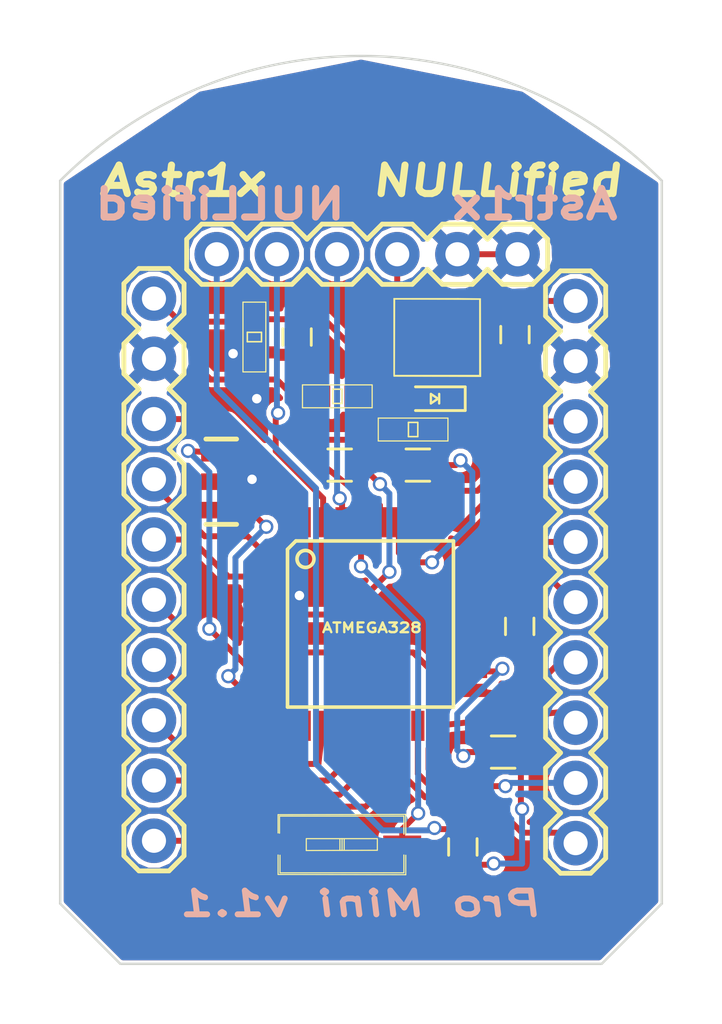
<source format=kicad_pcb>
(kicad_pcb (version 4) (host pcbnew 4.0.6-e0-6349~53~ubuntu16.04.1)

  (general
    (links 58)
    (no_connects 1)
    (area 114.249999 87.399487 139.750001 125.780001)
    (thickness 1.6)
    (drawings 11)
    (tracks 235)
    (zones 0)
    (modules 18)
    (nets 33)
  )

  (page A4)
  (layers
    (0 F.Cu signal)
    (31 B.Cu signal)
    (32 B.Adhes user)
    (33 F.Adhes user)
    (34 B.Paste user)
    (35 F.Paste user)
    (36 B.SilkS user)
    (37 F.SilkS user)
    (38 B.Mask user)
    (39 F.Mask user)
    (40 Dwgs.User user)
    (41 Cmts.User user)
    (42 Eco1.User user)
    (43 Eco2.User user)
    (44 Edge.Cuts user)
    (45 Margin user)
    (46 B.CrtYd user)
    (47 F.CrtYd user)
    (48 B.Fab user)
    (49 F.Fab user)
  )

  (setup
    (last_trace_width 0.25)
    (trace_clearance 0.2)
    (zone_clearance 0.1)
    (zone_45_only no)
    (trace_min 0.2)
    (segment_width 0.2)
    (edge_width 0.1)
    (via_size 0.6)
    (via_drill 0.4)
    (via_min_size 0.4)
    (via_min_drill 0.3)
    (uvia_size 0.3)
    (uvia_drill 0.1)
    (uvias_allowed no)
    (uvia_min_size 0.2)
    (uvia_min_drill 0.1)
    (pcb_text_width 0.3)
    (pcb_text_size 1.5 1.5)
    (mod_edge_width 0.15)
    (mod_text_size 1 1)
    (mod_text_width 0.15)
    (pad_size 1.5 1.5)
    (pad_drill 0.6)
    (pad_to_mask_clearance 0)
    (aux_axis_origin 0 0)
    (visible_elements FFFFF77F)
    (pcbplotparams
      (layerselection 0x010f0_80000001)
      (usegerberextensions false)
      (excludeedgelayer true)
      (linewidth 0.100000)
      (plotframeref true)
      (viasonmask false)
      (mode 1)
      (useauxorigin false)
      (hpglpennumber 1)
      (hpglpenspeed 20)
      (hpglpendiameter 15)
      (hpglpenoverlay 2)
      (psnegative false)
      (psa4output false)
      (plotreference true)
      (plotvalue true)
      (plotinvisibletext false)
      (padsonsilk true)
      (subtractmaskfromsilk false)
      (outputformat 1)
      (mirror false)
      (drillshape 0)
      (scaleselection 1)
      (outputdirectory ""))
  )

  (net 0 "")
  (net 1 RAW)
  (net 2 GNDREF)
  (net 3 +3V3)
  (net 4 "Net-(C5-Pad1)")
  (net 5 /DTR)
  (net 6 "Net-(C6-Pad1)")
  (net 7 "Net-(D1-Pad1)")
  (net 8 /D2)
  (net 9 /D3)
  (net 10 /D4)
  (net 11 /D5)
  (net 12 /D6)
  (net 13 /D7)
  (net 14 /D8)
  (net 15 /D9)
  (net 16 /A3)
  (net 17 /A2)
  (net 18 /A1)
  (net 19 /A0)
  (net 20 /SCK)
  (net 21 /MISO)
  (net 22 /MOSI)
  (net 23 /D10)
  (net 24 /TXO)
  (net 25 /RXI)
  (net 26 "Net-(R3-Pad2)")
  (net 27 "Net-(R4-Pad2)")
  (net 28 "Net-(U1-Pad7)")
  (net 29 "Net-(U1-Pad8)")
  (net 30 "Net-(U1-Pad19)")
  (net 31 "Net-(U1-Pad22)")
  (net 32 "Net-(U2-Pad4)")

  (net_class Default "This is the default net class."
    (clearance 0.2)
    (trace_width 0.25)
    (via_dia 0.6)
    (via_drill 0.4)
    (uvia_dia 0.3)
    (uvia_drill 0.1)
    (add_net +3V3)
    (add_net /A0)
    (add_net /A1)
    (add_net /A2)
    (add_net /A3)
    (add_net /D10)
    (add_net /D2)
    (add_net /D3)
    (add_net /D4)
    (add_net /D5)
    (add_net /D6)
    (add_net /D7)
    (add_net /D8)
    (add_net /D9)
    (add_net /DTR)
    (add_net /MISO)
    (add_net /MOSI)
    (add_net /RXI)
    (add_net /SCK)
    (add_net /TXO)
    (add_net GNDREF)
    (add_net "Net-(C5-Pad1)")
    (add_net "Net-(C6-Pad1)")
    (add_net "Net-(D1-Pad1)")
    (add_net "Net-(R3-Pad2)")
    (add_net "Net-(R4-Pad2)")
    (add_net "Net-(U1-Pad19)")
    (add_net "Net-(U1-Pad22)")
    (add_net "Net-(U1-Pad7)")
    (add_net "Net-(U1-Pad8)")
    (add_net "Net-(U2-Pad4)")
    (add_net RAW)
  )

  (module "Arduino Pro Mini_Footprint_Libraries_IoT_Bootcamp:Capacitor_0603" (layer F.Cu) (tedit 594A40BA) (tstamp 594A0860)
    (at 133.5 99.2 270)
    (descr "Capacitor SMD 0603, reflow soldering, AVX (see smccp.pdf)")
    (tags "capacitor 0603")
    (path /594A0AA1)
    (attr smd)
    (fp_text reference C1 (at 0 -1.5 270) (layer F.SilkS) hide
      (effects (font (size 1 1) (thickness 0.15)))
    )
    (fp_text value 10uF (at 0 1.5 270) (layer F.SilkS) hide
      (effects (font (size 1 1) (thickness 0.15)))
    )
    (fp_line (start -0.35 -0.6) (end 0.35 -0.6) (layer F.SilkS) (width 0.12))
    (fp_line (start 0.35 0.6) (end -0.35 0.6) (layer F.SilkS) (width 0.12))
    (fp_line (start -1.4 -0.65) (end 1.4 -0.65) (layer F.CrtYd) (width 0.05))
    (fp_line (start -1.4 -0.65) (end -1.4 0.65) (layer F.CrtYd) (width 0.05))
    (fp_line (start 1.4 0.65) (end 1.4 -0.65) (layer F.CrtYd) (width 0.05))
    (fp_line (start 1.4 0.65) (end -1.4 0.65) (layer F.CrtYd) (width 0.05))
    (pad 1 smd rect (at -0.75 0 270) (size 0.8 0.75) (layers F.Cu F.Paste F.Mask)
      (net 1 RAW))
    (pad 2 smd rect (at 0.75 0 270) (size 0.8 0.75) (layers F.Cu F.Paste F.Mask)
      (net 2 GNDREF))
    (model Capacitors_SMD.3dshapes/C_0603.wrl
      (at (xyz 0 0 0))
      (scale (xyz 1 1 1))
      (rotate (xyz 0 0 0))
    )
  )

  (module "Arduino Pro Mini_Footprint_Libraries_IoT_Bootcamp:Capacitor_0603" (layer F.Cu) (tedit 594A40D7) (tstamp 594A0866)
    (at 124.3 99.3 270)
    (descr "Capacitor SMD 0603, reflow soldering, AVX (see smccp.pdf)")
    (tags "capacitor 0603")
    (path /594A0394)
    (attr smd)
    (fp_text reference C2 (at 0 -1.5 270) (layer F.SilkS) hide
      (effects (font (size 1 1) (thickness 0.15)))
    )
    (fp_text value 10uF (at 0 1.5 270) (layer F.SilkS) hide
      (effects (font (size 1 1) (thickness 0.15)))
    )
    (fp_line (start -0.35 -0.6) (end 0.35 -0.6) (layer F.SilkS) (width 0.12))
    (fp_line (start 0.35 0.6) (end -0.35 0.6) (layer F.SilkS) (width 0.12))
    (fp_line (start -1.4 -0.65) (end 1.4 -0.65) (layer F.CrtYd) (width 0.05))
    (fp_line (start -1.4 -0.65) (end -1.4 0.65) (layer F.CrtYd) (width 0.05))
    (fp_line (start 1.4 0.65) (end 1.4 -0.65) (layer F.CrtYd) (width 0.05))
    (fp_line (start 1.4 0.65) (end -1.4 0.65) (layer F.CrtYd) (width 0.05))
    (pad 1 smd rect (at -0.75 0 270) (size 0.8 0.75) (layers F.Cu F.Paste F.Mask)
      (net 3 +3V3))
    (pad 2 smd rect (at 0.75 0 270) (size 0.8 0.75) (layers F.Cu F.Paste F.Mask)
      (net 2 GNDREF))
    (model Capacitors_SMD.3dshapes/C_0603.wrl
      (at (xyz 0 0 0))
      (scale (xyz 1 1 1))
      (rotate (xyz 0 0 0))
    )
  )

  (module "Arduino Pro Mini_Footprint_Libraries_IoT_Bootcamp:Capacitor_0402" (layer F.Cu) (tedit 594A40D2) (tstamp 594A086C)
    (at 122.5 99.3 270)
    (descr CAPACITOR)
    (tags CAPACITOR)
    (path /594A0345)
    (attr smd)
    (fp_text reference C3 (at 0.04 -1.31 270) (layer F.SilkS) hide
      (effects (font (size 1 1) (thickness 0.25)))
    )
    (fp_text value 0.1uF (at 0.1 1.39 270) (layer F.SilkS) hide
      (effects (font (size 1 1) (thickness 0.25)))
    )
    (fp_line (start -0.55372 0.3048) (end -0.254 0.3048) (layer Dwgs.User) (width 0.06604))
    (fp_line (start -0.254 0.3048) (end -0.254 -0.29464) (layer Dwgs.User) (width 0.06604))
    (fp_line (start -0.55372 -0.29464) (end -0.254 -0.29464) (layer Dwgs.User) (width 0.06604))
    (fp_line (start -0.55372 0.3048) (end -0.55372 -0.29464) (layer Dwgs.User) (width 0.06604))
    (fp_line (start 0.25654 0.3048) (end 0.5588 0.3048) (layer Dwgs.User) (width 0.06604))
    (fp_line (start 0.5588 0.3048) (end 0.5588 -0.29464) (layer Dwgs.User) (width 0.06604))
    (fp_line (start 0.25654 -0.29464) (end 0.5588 -0.29464) (layer Dwgs.User) (width 0.06604))
    (fp_line (start 0.25654 0.3048) (end 0.25654 -0.29464) (layer Dwgs.User) (width 0.06604))
    (fp_line (start -0.19812 0.29972) (end 0.19812 0.29972) (layer F.SilkS) (width 0.06604))
    (fp_line (start 0.19812 0.29972) (end 0.19812 -0.29972) (layer F.SilkS) (width 0.06604))
    (fp_line (start -0.19812 -0.29972) (end 0.19812 -0.29972) (layer F.SilkS) (width 0.06604))
    (fp_line (start -0.19812 0.29972) (end -0.19812 -0.29972) (layer F.SilkS) (width 0.06604))
    (fp_line (start -0.24384 -0.22352) (end 0.24384 -0.22352) (layer Dwgs.User) (width 0.1524))
    (fp_line (start 0.24384 0.22352) (end -0.24384 0.22352) (layer Dwgs.User) (width 0.1524))
    (fp_line (start -1.47066 -0.4826) (end 1.47066 -0.4826) (layer F.SilkS) (width 0.0508))
    (fp_line (start 1.47066 -0.4826) (end 1.47066 0.4826) (layer F.SilkS) (width 0.0508))
    (fp_line (start 1.47066 0.4826) (end -1.47066 0.4826) (layer F.SilkS) (width 0.0508))
    (fp_line (start -1.47066 0.4826) (end -1.47066 -0.4826) (layer F.SilkS) (width 0.0508))
    (pad 1 smd rect (at -0.6477 0 270) (size 0.6985 0.89916) (layers F.Cu F.Paste F.Mask)
      (net 3 +3V3))
    (pad 2 smd rect (at 0.6477 0 270) (size 0.6985 0.89916) (layers F.Cu F.Paste F.Mask)
      (net 2 GNDREF))
  )

  (module "Arduino Pro Mini_Footprint_Libraries_IoT_Bootcamp:Capacitor_0402" (layer F.Cu) (tedit 594A40EC) (tstamp 594A0872)
    (at 126 101.8 180)
    (descr CAPACITOR)
    (tags CAPACITOR)
    (path /594A1FF8)
    (attr smd)
    (fp_text reference C4 (at 0.04 -1.31 180) (layer F.SilkS) hide
      (effects (font (size 1 1) (thickness 0.25)))
    )
    (fp_text value 0.1uF (at 0.1 1.39 180) (layer F.SilkS) hide
      (effects (font (size 1 1) (thickness 0.25)))
    )
    (fp_line (start -0.55372 0.3048) (end -0.254 0.3048) (layer Dwgs.User) (width 0.06604))
    (fp_line (start -0.254 0.3048) (end -0.254 -0.29464) (layer Dwgs.User) (width 0.06604))
    (fp_line (start -0.55372 -0.29464) (end -0.254 -0.29464) (layer Dwgs.User) (width 0.06604))
    (fp_line (start -0.55372 0.3048) (end -0.55372 -0.29464) (layer Dwgs.User) (width 0.06604))
    (fp_line (start 0.25654 0.3048) (end 0.5588 0.3048) (layer Dwgs.User) (width 0.06604))
    (fp_line (start 0.5588 0.3048) (end 0.5588 -0.29464) (layer Dwgs.User) (width 0.06604))
    (fp_line (start 0.25654 -0.29464) (end 0.5588 -0.29464) (layer Dwgs.User) (width 0.06604))
    (fp_line (start 0.25654 0.3048) (end 0.25654 -0.29464) (layer Dwgs.User) (width 0.06604))
    (fp_line (start -0.19812 0.29972) (end 0.19812 0.29972) (layer F.SilkS) (width 0.06604))
    (fp_line (start 0.19812 0.29972) (end 0.19812 -0.29972) (layer F.SilkS) (width 0.06604))
    (fp_line (start -0.19812 -0.29972) (end 0.19812 -0.29972) (layer F.SilkS) (width 0.06604))
    (fp_line (start -0.19812 0.29972) (end -0.19812 -0.29972) (layer F.SilkS) (width 0.06604))
    (fp_line (start -0.24384 -0.22352) (end 0.24384 -0.22352) (layer Dwgs.User) (width 0.1524))
    (fp_line (start 0.24384 0.22352) (end -0.24384 0.22352) (layer Dwgs.User) (width 0.1524))
    (fp_line (start -1.47066 -0.4826) (end 1.47066 -0.4826) (layer F.SilkS) (width 0.0508))
    (fp_line (start 1.47066 -0.4826) (end 1.47066 0.4826) (layer F.SilkS) (width 0.0508))
    (fp_line (start 1.47066 0.4826) (end -1.47066 0.4826) (layer F.SilkS) (width 0.0508))
    (fp_line (start -1.47066 0.4826) (end -1.47066 -0.4826) (layer F.SilkS) (width 0.0508))
    (pad 1 smd rect (at -0.6477 0 180) (size 0.6985 0.89916) (layers F.Cu F.Paste F.Mask)
      (net 3 +3V3))
    (pad 2 smd rect (at 0.6477 0 180) (size 0.6985 0.89916) (layers F.Cu F.Paste F.Mask)
      (net 2 GNDREF))
  )

  (module "Arduino Pro Mini_Footprint_Libraries_IoT_Bootcamp:Capacitor_0603" (layer F.Cu) (tedit 594A406A) (tstamp 594A0878)
    (at 131.3 120.8 90)
    (descr "Capacitor SMD 0603, reflow soldering, AVX (see smccp.pdf)")
    (tags "capacitor 0603")
    (path /594A1A86)
    (attr smd)
    (fp_text reference C5 (at 0 -1.5 90) (layer F.SilkS) hide
      (effects (font (size 1 1) (thickness 0.15)))
    )
    (fp_text value 0.1uF (at 0 1.5 90) (layer F.SilkS) hide
      (effects (font (size 1 1) (thickness 0.15)))
    )
    (fp_line (start -0.35 -0.6) (end 0.35 -0.6) (layer F.SilkS) (width 0.12))
    (fp_line (start 0.35 0.6) (end -0.35 0.6) (layer F.SilkS) (width 0.12))
    (fp_line (start -1.4 -0.65) (end 1.4 -0.65) (layer F.CrtYd) (width 0.05))
    (fp_line (start -1.4 -0.65) (end -1.4 0.65) (layer F.CrtYd) (width 0.05))
    (fp_line (start 1.4 0.65) (end 1.4 -0.65) (layer F.CrtYd) (width 0.05))
    (fp_line (start 1.4 0.65) (end -1.4 0.65) (layer F.CrtYd) (width 0.05))
    (pad 1 smd rect (at -0.75 0 90) (size 0.8 0.75) (layers F.Cu F.Paste F.Mask)
      (net 4 "Net-(C5-Pad1)"))
    (pad 2 smd rect (at 0.75 0 90) (size 0.8 0.75) (layers F.Cu F.Paste F.Mask)
      (net 5 /DTR))
    (model Capacitors_SMD.3dshapes/C_0603.wrl
      (at (xyz 0 0 0))
      (scale (xyz 1 1 1))
      (rotate (xyz 0 0 0))
    )
  )

  (module "Arduino Pro Mini_Footprint_Libraries_IoT_Bootcamp:Capacitor_0603" (layer F.Cu) (tedit 594A411A) (tstamp 594A087E)
    (at 133.7 111.5 90)
    (descr "Capacitor SMD 0603, reflow soldering, AVX (see smccp.pdf)")
    (tags "capacitor 0603")
    (path /5949F6DD)
    (attr smd)
    (fp_text reference C6 (at 0 -1.5 90) (layer F.SilkS) hide
      (effects (font (size 1 1) (thickness 0.15)))
    )
    (fp_text value 0.1uF (at 0 1.5 90) (layer F.SilkS) hide
      (effects (font (size 1 1) (thickness 0.15)))
    )
    (fp_line (start -0.35 -0.6) (end 0.35 -0.6) (layer F.SilkS) (width 0.12))
    (fp_line (start 0.35 0.6) (end -0.35 0.6) (layer F.SilkS) (width 0.12))
    (fp_line (start -1.4 -0.65) (end 1.4 -0.65) (layer F.CrtYd) (width 0.05))
    (fp_line (start -1.4 -0.65) (end -1.4 0.65) (layer F.CrtYd) (width 0.05))
    (fp_line (start 1.4 0.65) (end 1.4 -0.65) (layer F.CrtYd) (width 0.05))
    (fp_line (start 1.4 0.65) (end -1.4 0.65) (layer F.CrtYd) (width 0.05))
    (pad 1 smd rect (at -0.75 0 90) (size 0.8 0.75) (layers F.Cu F.Paste F.Mask)
      (net 6 "Net-(C6-Pad1)"))
    (pad 2 smd rect (at 0.75 0 90) (size 0.8 0.75) (layers F.Cu F.Paste F.Mask)
      (net 2 GNDREF))
    (model Capacitors_SMD.3dshapes/C_0603.wrl
      (at (xyz 0 0 0))
      (scale (xyz 1 1 1))
      (rotate (xyz 0 0 0))
    )
  )

  (module "Arduino Pro Mini_Footprint_Libraries_IoT_Bootcamp:LED_0603" (layer F.Cu) (tedit 594A40E8) (tstamp 594A0884)
    (at 130.1 101.9 180)
    (descr "LED 0603 smd package")
    (tags "LED led 0603 SMD smd SMT smt smdled SMDLED smtled SMTLED")
    (path /594A0411)
    (attr smd)
    (fp_text reference D1 (at 0 -1.25 180) (layer F.SilkS) hide
      (effects (font (size 1 1) (thickness 0.15)))
    )
    (fp_text value LED (at 0 1.35 180) (layer F.SilkS) hide
      (effects (font (size 1 1) (thickness 0.15)))
    )
    (fp_line (start -1.3 -0.5) (end -1.3 0.5) (layer F.SilkS) (width 0.12))
    (fp_line (start -0.2 -0.2) (end -0.2 0.2) (layer F.SilkS) (width 0.1))
    (fp_line (start -0.15 0) (end 0.15 -0.2) (layer F.SilkS) (width 0.1))
    (fp_line (start 0.15 0.2) (end -0.15 0) (layer F.SilkS) (width 0.1))
    (fp_line (start 0.15 -0.2) (end 0.15 0.2) (layer F.SilkS) (width 0.1))
    (fp_line (start -1.3 0.5) (end 0.8 0.5) (layer F.SilkS) (width 0.12))
    (fp_line (start -1.3 -0.5) (end 0.8 -0.5) (layer F.SilkS) (width 0.12))
    (fp_line (start 1.45 -0.65) (end 1.45 0.65) (layer F.CrtYd) (width 0.05))
    (fp_line (start 1.45 0.65) (end -1.45 0.65) (layer F.CrtYd) (width 0.05))
    (fp_line (start -1.45 0.65) (end -1.45 -0.65) (layer F.CrtYd) (width 0.05))
    (fp_line (start -1.45 -0.65) (end 1.45 -0.65) (layer F.CrtYd) (width 0.05))
    (pad 2 smd rect (at 0.8 0) (size 0.8 0.8) (layers F.Cu F.Paste F.Mask)
      (net 3 +3V3))
    (pad 1 smd rect (at -0.8 0) (size 0.8 0.8) (layers F.Cu F.Paste F.Mask)
      (net 7 "Net-(D1-Pad1)"))
    (model LEDs.3dshapes/LED_0603.wrl
      (at (xyz 0 0 0))
      (scale (xyz 1 1 1))
      (rotate (xyz 0 0 180))
    )
  )

  (module "Arduino Pro Mini_Footprint_Libraries_IoT_Bootcamp:Pin_Header_1X10" (layer F.Cu) (tedit 594A40F3) (tstamp 594A0892)
    (at 118.3 109 270)
    (path /5949F9AF)
    (attr virtual)
    (fp_text reference J1 (at 0.03 -2.49 270) (layer F.SilkS) hide
      (effects (font (size 1.27 1.27) (thickness 0.3175)))
    )
    (fp_text value GPIO_HEADER (at 0.06 2.59 270) (layer F.SilkS) hide
      (effects (font (size 1.27 1.27) (thickness 0.3175)))
    )
    (fp_line (start 3.666 0.294) (end 4.174 0.294) (layer Dwgs.User) (width 0.06604))
    (fp_line (start 4.174 0.294) (end 4.174 -0.214) (layer Dwgs.User) (width 0.06604))
    (fp_line (start 3.666 -0.214) (end 4.174 -0.214) (layer Dwgs.User) (width 0.06604))
    (fp_line (start 3.666 0.294) (end 3.666 -0.214) (layer Dwgs.User) (width 0.06604))
    (fp_line (start 1.126 0.294) (end 1.634 0.294) (layer Dwgs.User) (width 0.06604))
    (fp_line (start 1.634 0.294) (end 1.634 -0.214) (layer Dwgs.User) (width 0.06604))
    (fp_line (start 1.126 -0.214) (end 1.634 -0.214) (layer Dwgs.User) (width 0.06604))
    (fp_line (start 1.126 0.294) (end 1.126 -0.214) (layer Dwgs.User) (width 0.06604))
    (fp_line (start -1.414 0.294) (end -0.906 0.294) (layer Dwgs.User) (width 0.06604))
    (fp_line (start -0.906 0.294) (end -0.906 -0.214) (layer Dwgs.User) (width 0.06604))
    (fp_line (start -1.414 -0.214) (end -0.906 -0.214) (layer Dwgs.User) (width 0.06604))
    (fp_line (start -1.414 0.294) (end -1.414 -0.214) (layer Dwgs.User) (width 0.06604))
    (fp_line (start -3.954 0.294) (end -3.446 0.294) (layer Dwgs.User) (width 0.06604))
    (fp_line (start -3.446 0.294) (end -3.446 -0.214) (layer Dwgs.User) (width 0.06604))
    (fp_line (start -3.954 -0.214) (end -3.446 -0.214) (layer Dwgs.User) (width 0.06604))
    (fp_line (start -3.954 0.294) (end -3.954 -0.214) (layer Dwgs.User) (width 0.06604))
    (fp_line (start -6.494 0.294) (end -5.986 0.294) (layer Dwgs.User) (width 0.06604))
    (fp_line (start -5.986 0.294) (end -5.986 -0.214) (layer Dwgs.User) (width 0.06604))
    (fp_line (start -6.494 -0.214) (end -5.986 -0.214) (layer Dwgs.User) (width 0.06604))
    (fp_line (start -6.494 0.294) (end -6.494 -0.214) (layer Dwgs.User) (width 0.06604))
    (fp_line (start -9.034 0.294) (end -8.526 0.294) (layer Dwgs.User) (width 0.06604))
    (fp_line (start -8.526 0.294) (end -8.526 -0.214) (layer Dwgs.User) (width 0.06604))
    (fp_line (start -9.034 -0.214) (end -8.526 -0.214) (layer Dwgs.User) (width 0.06604))
    (fp_line (start -9.034 0.294) (end -9.034 -0.214) (layer Dwgs.User) (width 0.06604))
    (fp_line (start -11.574 0.294) (end -11.066 0.294) (layer Dwgs.User) (width 0.06604))
    (fp_line (start -11.066 0.294) (end -11.066 -0.214) (layer Dwgs.User) (width 0.06604))
    (fp_line (start -11.574 -0.214) (end -11.066 -0.214) (layer Dwgs.User) (width 0.06604))
    (fp_line (start -11.574 0.294) (end -11.574 -0.214) (layer Dwgs.User) (width 0.06604))
    (fp_line (start 6.20346 0.294) (end 6.714 0.294) (layer Dwgs.User) (width 0.06604))
    (fp_line (start 6.714 0.294) (end 6.714 -0.214) (layer Dwgs.User) (width 0.06604))
    (fp_line (start 6.20346 -0.214) (end 6.714 -0.214) (layer Dwgs.User) (width 0.06604))
    (fp_line (start 6.20346 0.294) (end 6.20346 -0.214) (layer Dwgs.User) (width 0.06604))
    (fp_line (start 8.746 0.294) (end 9.254 0.294) (layer Dwgs.User) (width 0.06604))
    (fp_line (start 9.254 0.294) (end 9.254 -0.214) (layer Dwgs.User) (width 0.06604))
    (fp_line (start 8.746 -0.214) (end 9.254 -0.214) (layer Dwgs.User) (width 0.06604))
    (fp_line (start 8.746 0.294) (end 8.746 -0.214) (layer Dwgs.User) (width 0.06604))
    (fp_line (start 11.286 0.294) (end 11.794 0.294) (layer Dwgs.User) (width 0.06604))
    (fp_line (start 11.794 0.294) (end 11.794 -0.214) (layer Dwgs.User) (width 0.06604))
    (fp_line (start 11.286 -0.214) (end 11.794 -0.214) (layer Dwgs.User) (width 0.06604))
    (fp_line (start 11.286 0.294) (end 11.286 -0.214) (layer Dwgs.User) (width 0.06604))
    (fp_line (start 3.285 -1.23) (end 4.555 -1.23) (layer F.SilkS) (width 0.2032))
    (fp_line (start 4.555 -1.23) (end 5.19 -0.595) (layer F.SilkS) (width 0.2032))
    (fp_line (start 5.19 0.675) (end 4.555 1.31) (layer F.SilkS) (width 0.2032))
    (fp_line (start 0.11 -0.595) (end 0.745 -1.23) (layer F.SilkS) (width 0.2032))
    (fp_line (start 0.745 -1.23) (end 2.015 -1.23) (layer F.SilkS) (width 0.2032))
    (fp_line (start 2.015 -1.23) (end 2.65 -0.595) (layer F.SilkS) (width 0.2032))
    (fp_line (start 2.65 0.675) (end 2.015 1.31) (layer F.SilkS) (width 0.2032))
    (fp_line (start 2.015 1.31) (end 0.745 1.31) (layer F.SilkS) (width 0.2032))
    (fp_line (start 0.745 1.31) (end 0.11 0.675) (layer F.SilkS) (width 0.2032))
    (fp_line (start 3.285 -1.23) (end 2.65 -0.595) (layer F.SilkS) (width 0.2032))
    (fp_line (start 2.65 0.675) (end 3.285 1.31) (layer F.SilkS) (width 0.2032))
    (fp_line (start 4.555 1.31) (end 3.285 1.31) (layer F.SilkS) (width 0.2032))
    (fp_line (start -4.335 -1.23) (end -3.065 -1.23) (layer F.SilkS) (width 0.2032))
    (fp_line (start -3.065 -1.23) (end -2.43 -0.595) (layer F.SilkS) (width 0.2032))
    (fp_line (start -2.43 0.675) (end -3.065 1.31) (layer F.SilkS) (width 0.2032))
    (fp_line (start -2.43 -0.595) (end -1.795 -1.23) (layer F.SilkS) (width 0.2032))
    (fp_line (start -1.795 -1.23) (end -0.525 -1.23) (layer F.SilkS) (width 0.2032))
    (fp_line (start -0.525 -1.23) (end 0.11 -0.595) (layer F.SilkS) (width 0.2032))
    (fp_line (start 0.11 0.675) (end -0.525 1.31) (layer F.SilkS) (width 0.2032))
    (fp_line (start -0.525 1.31) (end -1.795 1.31) (layer F.SilkS) (width 0.2032))
    (fp_line (start -1.795 1.31) (end -2.43 0.675) (layer F.SilkS) (width 0.2032))
    (fp_line (start -7.51 -0.595) (end -6.875 -1.23) (layer F.SilkS) (width 0.2032))
    (fp_line (start -6.875 -1.23) (end -5.605 -1.23) (layer F.SilkS) (width 0.2032))
    (fp_line (start -5.605 -1.23) (end -4.97 -0.595) (layer F.SilkS) (width 0.2032))
    (fp_line (start -4.97 0.675) (end -5.605 1.31) (layer F.SilkS) (width 0.2032))
    (fp_line (start -5.605 1.31) (end -6.875 1.31) (layer F.SilkS) (width 0.2032))
    (fp_line (start -6.875 1.31) (end -7.51 0.675) (layer F.SilkS) (width 0.2032))
    (fp_line (start -4.335 -1.23) (end -4.97 -0.595) (layer F.SilkS) (width 0.2032))
    (fp_line (start -4.97 0.675) (end -4.335 1.31) (layer F.SilkS) (width 0.2032))
    (fp_line (start -3.065 1.31) (end -4.335 1.31) (layer F.SilkS) (width 0.2032))
    (fp_line (start -11.955 -1.23) (end -10.685 -1.23) (layer F.SilkS) (width 0.2032))
    (fp_line (start -10.685 -1.23) (end -10.05 -0.595) (layer F.SilkS) (width 0.2032))
    (fp_line (start -10.05 0.675) (end -10.685 1.31) (layer F.SilkS) (width 0.2032))
    (fp_line (start -10.05 -0.595) (end -9.415 -1.23) (layer F.SilkS) (width 0.2032))
    (fp_line (start -9.415 -1.23) (end -8.145 -1.23) (layer F.SilkS) (width 0.2032))
    (fp_line (start -8.145 -1.23) (end -7.51 -0.595) (layer F.SilkS) (width 0.2032))
    (fp_line (start -7.51 0.675) (end -8.145 1.31) (layer F.SilkS) (width 0.2032))
    (fp_line (start -8.145 1.31) (end -9.415 1.31) (layer F.SilkS) (width 0.2032))
    (fp_line (start -9.415 1.31) (end -10.05 0.675) (layer F.SilkS) (width 0.2032))
    (fp_line (start -12.59 -0.595) (end -12.59 0.675) (layer F.SilkS) (width 0.2032))
    (fp_line (start -11.955 -1.23) (end -12.59 -0.595) (layer F.SilkS) (width 0.2032))
    (fp_line (start -12.59 0.675) (end -11.955 1.31) (layer F.SilkS) (width 0.2032))
    (fp_line (start -10.685 1.31) (end -11.955 1.31) (layer F.SilkS) (width 0.2032))
    (fp_line (start 5.825 -1.23) (end 7.095 -1.23) (layer F.SilkS) (width 0.2032))
    (fp_line (start 7.095 -1.23) (end 7.73 -0.595) (layer F.SilkS) (width 0.2032))
    (fp_line (start 7.73 0.675) (end 7.095 1.31) (layer F.SilkS) (width 0.2032))
    (fp_line (start 5.825 -1.23) (end 5.19 -0.595) (layer F.SilkS) (width 0.2032))
    (fp_line (start 5.19 0.675) (end 5.825 1.31) (layer F.SilkS) (width 0.2032))
    (fp_line (start 7.095 1.31) (end 5.825 1.31) (layer F.SilkS) (width 0.2032))
    (fp_line (start 8.365 -1.23) (end 9.635 -1.23) (layer F.SilkS) (width 0.2032))
    (fp_line (start 9.635 -1.23) (end 10.27 -0.595) (layer F.SilkS) (width 0.2032))
    (fp_line (start 10.27 0.675) (end 9.635 1.31) (layer F.SilkS) (width 0.2032))
    (fp_line (start 8.365 -1.23) (end 7.73 -0.595) (layer F.SilkS) (width 0.2032))
    (fp_line (start 7.73 0.675) (end 8.365 1.31) (layer F.SilkS) (width 0.2032))
    (fp_line (start 9.635 1.31) (end 8.365 1.31) (layer F.SilkS) (width 0.2032))
    (fp_line (start 10.905 -1.23) (end 12.175 -1.23) (layer F.SilkS) (width 0.2032))
    (fp_line (start 12.175 -1.23) (end 12.81 -0.595) (layer F.SilkS) (width 0.2032))
    (fp_line (start 12.81 -0.595) (end 12.81 0.675) (layer F.SilkS) (width 0.2032))
    (fp_line (start 12.81 0.675) (end 12.175 1.31) (layer F.SilkS) (width 0.2032))
    (fp_line (start 10.905 -1.23) (end 10.27 -0.595) (layer F.SilkS) (width 0.2032))
    (fp_line (start 10.27 0.675) (end 10.905 1.31) (layer F.SilkS) (width 0.2032))
    (fp_line (start 12.175 1.31) (end 10.905 1.31) (layer F.SilkS) (width 0.2032))
    (pad 1 thru_hole circle (at -11.32 0.04 270) (size 1.8796 1.8796) (drill 1.016) (layers *.Cu *.Paste *.Mask)
      (net 3 +3V3))
    (pad 2 thru_hole circle (at -8.78 0.04 270) (size 1.8796 1.8796) (drill 1.016) (layers *.Cu *.Paste *.Mask)
      (net 2 GNDREF))
    (pad 3 thru_hole circle (at -6.24 0.04 270) (size 1.8796 1.8796) (drill 1.016) (layers *.Cu *.Paste *.Mask)
      (net 8 /D2))
    (pad 4 thru_hole circle (at -3.7 0.04 270) (size 1.8796 1.8796) (drill 1.016) (layers *.Cu *.Paste *.Mask)
      (net 9 /D3))
    (pad 5 thru_hole circle (at -1.16 0.04 270) (size 1.8796 1.8796) (drill 1.016) (layers *.Cu *.Paste *.Mask)
      (net 10 /D4))
    (pad 6 thru_hole circle (at 1.38 0.04 270) (size 1.8796 1.8796) (drill 1.016) (layers *.Cu *.Paste *.Mask)
      (net 11 /D5))
    (pad 7 thru_hole circle (at 3.92 0.04 270) (size 1.8796 1.8796) (drill 1.016) (layers *.Cu *.Paste *.Mask)
      (net 12 /D6))
    (pad 8 thru_hole circle (at 6.46 0.04 270) (size 1.8796 1.8796) (drill 1.016) (layers *.Cu *.Paste *.Mask)
      (net 13 /D7))
    (pad 9 thru_hole circle (at 9 0.04 270) (size 1.8796 1.8796) (drill 1.016) (layers *.Cu *.Paste *.Mask)
      (net 14 /D8))
    (pad 10 thru_hole circle (at 11.54 0.04 270) (size 1.8796 1.8796) (drill 1.016) (layers *.Cu *.Paste *.Mask)
      (net 15 /D9))
  )

  (module "Arduino Pro Mini_Footprint_Libraries_IoT_Bootcamp:Pin_Header_1X10" (layer F.Cu) (tedit 594A4055) (tstamp 594A08A0)
    (at 136.1 109.1 270)
    (path /5949F78F)
    (attr virtual)
    (fp_text reference J2 (at 0.03 -2.49 270) (layer F.SilkS) hide
      (effects (font (size 1.27 1.27) (thickness 0.3175)))
    )
    (fp_text value 10_PinCONNECTOR (at 0.06 2.59 270) (layer F.SilkS) hide
      (effects (font (size 1.27 1.27) (thickness 0.3175)))
    )
    (fp_line (start 3.666 0.294) (end 4.174 0.294) (layer Dwgs.User) (width 0.06604))
    (fp_line (start 4.174 0.294) (end 4.174 -0.214) (layer Dwgs.User) (width 0.06604))
    (fp_line (start 3.666 -0.214) (end 4.174 -0.214) (layer Dwgs.User) (width 0.06604))
    (fp_line (start 3.666 0.294) (end 3.666 -0.214) (layer Dwgs.User) (width 0.06604))
    (fp_line (start 1.126 0.294) (end 1.634 0.294) (layer Dwgs.User) (width 0.06604))
    (fp_line (start 1.634 0.294) (end 1.634 -0.214) (layer Dwgs.User) (width 0.06604))
    (fp_line (start 1.126 -0.214) (end 1.634 -0.214) (layer Dwgs.User) (width 0.06604))
    (fp_line (start 1.126 0.294) (end 1.126 -0.214) (layer Dwgs.User) (width 0.06604))
    (fp_line (start -1.414 0.294) (end -0.906 0.294) (layer Dwgs.User) (width 0.06604))
    (fp_line (start -0.906 0.294) (end -0.906 -0.214) (layer Dwgs.User) (width 0.06604))
    (fp_line (start -1.414 -0.214) (end -0.906 -0.214) (layer Dwgs.User) (width 0.06604))
    (fp_line (start -1.414 0.294) (end -1.414 -0.214) (layer Dwgs.User) (width 0.06604))
    (fp_line (start -3.954 0.294) (end -3.446 0.294) (layer Dwgs.User) (width 0.06604))
    (fp_line (start -3.446 0.294) (end -3.446 -0.214) (layer Dwgs.User) (width 0.06604))
    (fp_line (start -3.954 -0.214) (end -3.446 -0.214) (layer Dwgs.User) (width 0.06604))
    (fp_line (start -3.954 0.294) (end -3.954 -0.214) (layer Dwgs.User) (width 0.06604))
    (fp_line (start -6.494 0.294) (end -5.986 0.294) (layer Dwgs.User) (width 0.06604))
    (fp_line (start -5.986 0.294) (end -5.986 -0.214) (layer Dwgs.User) (width 0.06604))
    (fp_line (start -6.494 -0.214) (end -5.986 -0.214) (layer Dwgs.User) (width 0.06604))
    (fp_line (start -6.494 0.294) (end -6.494 -0.214) (layer Dwgs.User) (width 0.06604))
    (fp_line (start -9.034 0.294) (end -8.526 0.294) (layer Dwgs.User) (width 0.06604))
    (fp_line (start -8.526 0.294) (end -8.526 -0.214) (layer Dwgs.User) (width 0.06604))
    (fp_line (start -9.034 -0.214) (end -8.526 -0.214) (layer Dwgs.User) (width 0.06604))
    (fp_line (start -9.034 0.294) (end -9.034 -0.214) (layer Dwgs.User) (width 0.06604))
    (fp_line (start -11.574 0.294) (end -11.066 0.294) (layer Dwgs.User) (width 0.06604))
    (fp_line (start -11.066 0.294) (end -11.066 -0.214) (layer Dwgs.User) (width 0.06604))
    (fp_line (start -11.574 -0.214) (end -11.066 -0.214) (layer Dwgs.User) (width 0.06604))
    (fp_line (start -11.574 0.294) (end -11.574 -0.214) (layer Dwgs.User) (width 0.06604))
    (fp_line (start 6.20346 0.294) (end 6.714 0.294) (layer Dwgs.User) (width 0.06604))
    (fp_line (start 6.714 0.294) (end 6.714 -0.214) (layer Dwgs.User) (width 0.06604))
    (fp_line (start 6.20346 -0.214) (end 6.714 -0.214) (layer Dwgs.User) (width 0.06604))
    (fp_line (start 6.20346 0.294) (end 6.20346 -0.214) (layer Dwgs.User) (width 0.06604))
    (fp_line (start 8.746 0.294) (end 9.254 0.294) (layer Dwgs.User) (width 0.06604))
    (fp_line (start 9.254 0.294) (end 9.254 -0.214) (layer Dwgs.User) (width 0.06604))
    (fp_line (start 8.746 -0.214) (end 9.254 -0.214) (layer Dwgs.User) (width 0.06604))
    (fp_line (start 8.746 0.294) (end 8.746 -0.214) (layer Dwgs.User) (width 0.06604))
    (fp_line (start 11.286 0.294) (end 11.794 0.294) (layer Dwgs.User) (width 0.06604))
    (fp_line (start 11.794 0.294) (end 11.794 -0.214) (layer Dwgs.User) (width 0.06604))
    (fp_line (start 11.286 -0.214) (end 11.794 -0.214) (layer Dwgs.User) (width 0.06604))
    (fp_line (start 11.286 0.294) (end 11.286 -0.214) (layer Dwgs.User) (width 0.06604))
    (fp_line (start 3.285 -1.23) (end 4.555 -1.23) (layer F.SilkS) (width 0.2032))
    (fp_line (start 4.555 -1.23) (end 5.19 -0.595) (layer F.SilkS) (width 0.2032))
    (fp_line (start 5.19 0.675) (end 4.555 1.31) (layer F.SilkS) (width 0.2032))
    (fp_line (start 0.11 -0.595) (end 0.745 -1.23) (layer F.SilkS) (width 0.2032))
    (fp_line (start 0.745 -1.23) (end 2.015 -1.23) (layer F.SilkS) (width 0.2032))
    (fp_line (start 2.015 -1.23) (end 2.65 -0.595) (layer F.SilkS) (width 0.2032))
    (fp_line (start 2.65 0.675) (end 2.015 1.31) (layer F.SilkS) (width 0.2032))
    (fp_line (start 2.015 1.31) (end 0.745 1.31) (layer F.SilkS) (width 0.2032))
    (fp_line (start 0.745 1.31) (end 0.11 0.675) (layer F.SilkS) (width 0.2032))
    (fp_line (start 3.285 -1.23) (end 2.65 -0.595) (layer F.SilkS) (width 0.2032))
    (fp_line (start 2.65 0.675) (end 3.285 1.31) (layer F.SilkS) (width 0.2032))
    (fp_line (start 4.555 1.31) (end 3.285 1.31) (layer F.SilkS) (width 0.2032))
    (fp_line (start -4.335 -1.23) (end -3.065 -1.23) (layer F.SilkS) (width 0.2032))
    (fp_line (start -3.065 -1.23) (end -2.43 -0.595) (layer F.SilkS) (width 0.2032))
    (fp_line (start -2.43 0.675) (end -3.065 1.31) (layer F.SilkS) (width 0.2032))
    (fp_line (start -2.43 -0.595) (end -1.795 -1.23) (layer F.SilkS) (width 0.2032))
    (fp_line (start -1.795 -1.23) (end -0.525 -1.23) (layer F.SilkS) (width 0.2032))
    (fp_line (start -0.525 -1.23) (end 0.11 -0.595) (layer F.SilkS) (width 0.2032))
    (fp_line (start 0.11 0.675) (end -0.525 1.31) (layer F.SilkS) (width 0.2032))
    (fp_line (start -0.525 1.31) (end -1.795 1.31) (layer F.SilkS) (width 0.2032))
    (fp_line (start -1.795 1.31) (end -2.43 0.675) (layer F.SilkS) (width 0.2032))
    (fp_line (start -7.51 -0.595) (end -6.875 -1.23) (layer F.SilkS) (width 0.2032))
    (fp_line (start -6.875 -1.23) (end -5.605 -1.23) (layer F.SilkS) (width 0.2032))
    (fp_line (start -5.605 -1.23) (end -4.97 -0.595) (layer F.SilkS) (width 0.2032))
    (fp_line (start -4.97 0.675) (end -5.605 1.31) (layer F.SilkS) (width 0.2032))
    (fp_line (start -5.605 1.31) (end -6.875 1.31) (layer F.SilkS) (width 0.2032))
    (fp_line (start -6.875 1.31) (end -7.51 0.675) (layer F.SilkS) (width 0.2032))
    (fp_line (start -4.335 -1.23) (end -4.97 -0.595) (layer F.SilkS) (width 0.2032))
    (fp_line (start -4.97 0.675) (end -4.335 1.31) (layer F.SilkS) (width 0.2032))
    (fp_line (start -3.065 1.31) (end -4.335 1.31) (layer F.SilkS) (width 0.2032))
    (fp_line (start -11.955 -1.23) (end -10.685 -1.23) (layer F.SilkS) (width 0.2032))
    (fp_line (start -10.685 -1.23) (end -10.05 -0.595) (layer F.SilkS) (width 0.2032))
    (fp_line (start -10.05 0.675) (end -10.685 1.31) (layer F.SilkS) (width 0.2032))
    (fp_line (start -10.05 -0.595) (end -9.415 -1.23) (layer F.SilkS) (width 0.2032))
    (fp_line (start -9.415 -1.23) (end -8.145 -1.23) (layer F.SilkS) (width 0.2032))
    (fp_line (start -8.145 -1.23) (end -7.51 -0.595) (layer F.SilkS) (width 0.2032))
    (fp_line (start -7.51 0.675) (end -8.145 1.31) (layer F.SilkS) (width 0.2032))
    (fp_line (start -8.145 1.31) (end -9.415 1.31) (layer F.SilkS) (width 0.2032))
    (fp_line (start -9.415 1.31) (end -10.05 0.675) (layer F.SilkS) (width 0.2032))
    (fp_line (start -12.59 -0.595) (end -12.59 0.675) (layer F.SilkS) (width 0.2032))
    (fp_line (start -11.955 -1.23) (end -12.59 -0.595) (layer F.SilkS) (width 0.2032))
    (fp_line (start -12.59 0.675) (end -11.955 1.31) (layer F.SilkS) (width 0.2032))
    (fp_line (start -10.685 1.31) (end -11.955 1.31) (layer F.SilkS) (width 0.2032))
    (fp_line (start 5.825 -1.23) (end 7.095 -1.23) (layer F.SilkS) (width 0.2032))
    (fp_line (start 7.095 -1.23) (end 7.73 -0.595) (layer F.SilkS) (width 0.2032))
    (fp_line (start 7.73 0.675) (end 7.095 1.31) (layer F.SilkS) (width 0.2032))
    (fp_line (start 5.825 -1.23) (end 5.19 -0.595) (layer F.SilkS) (width 0.2032))
    (fp_line (start 5.19 0.675) (end 5.825 1.31) (layer F.SilkS) (width 0.2032))
    (fp_line (start 7.095 1.31) (end 5.825 1.31) (layer F.SilkS) (width 0.2032))
    (fp_line (start 8.365 -1.23) (end 9.635 -1.23) (layer F.SilkS) (width 0.2032))
    (fp_line (start 9.635 -1.23) (end 10.27 -0.595) (layer F.SilkS) (width 0.2032))
    (fp_line (start 10.27 0.675) (end 9.635 1.31) (layer F.SilkS) (width 0.2032))
    (fp_line (start 8.365 -1.23) (end 7.73 -0.595) (layer F.SilkS) (width 0.2032))
    (fp_line (start 7.73 0.675) (end 8.365 1.31) (layer F.SilkS) (width 0.2032))
    (fp_line (start 9.635 1.31) (end 8.365 1.31) (layer F.SilkS) (width 0.2032))
    (fp_line (start 10.905 -1.23) (end 12.175 -1.23) (layer F.SilkS) (width 0.2032))
    (fp_line (start 12.175 -1.23) (end 12.81 -0.595) (layer F.SilkS) (width 0.2032))
    (fp_line (start 12.81 -0.595) (end 12.81 0.675) (layer F.SilkS) (width 0.2032))
    (fp_line (start 12.81 0.675) (end 12.175 1.31) (layer F.SilkS) (width 0.2032))
    (fp_line (start 10.905 -1.23) (end 10.27 -0.595) (layer F.SilkS) (width 0.2032))
    (fp_line (start 10.27 0.675) (end 10.905 1.31) (layer F.SilkS) (width 0.2032))
    (fp_line (start 12.175 1.31) (end 10.905 1.31) (layer F.SilkS) (width 0.2032))
    (pad 1 thru_hole circle (at -11.32 0.04 270) (size 1.8796 1.8796) (drill 1.016) (layers *.Cu *.Paste *.Mask)
      (net 1 RAW))
    (pad 2 thru_hole circle (at -8.78 0.04 270) (size 1.8796 1.8796) (drill 1.016) (layers *.Cu *.Paste *.Mask)
      (net 2 GNDREF))
    (pad 3 thru_hole circle (at -6.24 0.04 270) (size 1.8796 1.8796) (drill 1.016) (layers *.Cu *.Paste *.Mask)
      (net 16 /A3))
    (pad 4 thru_hole circle (at -3.7 0.04 270) (size 1.8796 1.8796) (drill 1.016) (layers *.Cu *.Paste *.Mask)
      (net 17 /A2))
    (pad 5 thru_hole circle (at -1.16 0.04 270) (size 1.8796 1.8796) (drill 1.016) (layers *.Cu *.Paste *.Mask)
      (net 18 /A1))
    (pad 6 thru_hole circle (at 1.38 0.04 270) (size 1.8796 1.8796) (drill 1.016) (layers *.Cu *.Paste *.Mask)
      (net 19 /A0))
    (pad 7 thru_hole circle (at 3.92 0.04 270) (size 1.8796 1.8796) (drill 1.016) (layers *.Cu *.Paste *.Mask)
      (net 20 /SCK))
    (pad 8 thru_hole circle (at 6.46 0.04 270) (size 1.8796 1.8796) (drill 1.016) (layers *.Cu *.Paste *.Mask)
      (net 21 /MISO))
    (pad 9 thru_hole circle (at 9 0.04 270) (size 1.8796 1.8796) (drill 1.016) (layers *.Cu *.Paste *.Mask)
      (net 22 /MOSI))
    (pad 10 thru_hole circle (at 11.54 0.04 270) (size 1.8796 1.8796) (drill 1.016) (layers *.Cu *.Paste *.Mask)
      (net 23 /D10))
  )

  (module "Arduino Pro Mini_Footprint_Libraries_IoT_Bootcamp:Pin_Header_1X06" (layer F.Cu) (tedit 594A4089) (tstamp 594A08AA)
    (at 127.3 95.7)
    (path /5949F930)
    (attr virtual)
    (fp_text reference J3 (at -0.03 -2.18) (layer F.SilkS) hide
      (effects (font (size 1.27 1.27) (thickness 0.3175)))
    )
    (fp_text value FTDI_HEADER (at 0.08 2.29) (layer F.SilkS) hide
      (effects (font (size 1.27 1.27) (thickness 0.3175)))
    )
    (fp_line (start 6.056 0.364) (end 6.564 0.364) (layer Dwgs.User) (width 0.06604))
    (fp_line (start 6.564 0.364) (end 6.564 -0.144) (layer Dwgs.User) (width 0.06604))
    (fp_line (start 6.056 -0.144) (end 6.564 -0.144) (layer Dwgs.User) (width 0.06604))
    (fp_line (start 6.056 0.364) (end 6.056 -0.144) (layer Dwgs.User) (width 0.06604))
    (fp_line (start 3.516 0.364) (end 4.024 0.364) (layer Dwgs.User) (width 0.06604))
    (fp_line (start 4.024 0.364) (end 4.024 -0.144) (layer Dwgs.User) (width 0.06604))
    (fp_line (start 3.516 -0.144) (end 4.024 -0.144) (layer Dwgs.User) (width 0.06604))
    (fp_line (start 3.516 0.364) (end 3.516 -0.144) (layer Dwgs.User) (width 0.06604))
    (fp_line (start 0.976 0.364) (end 1.484 0.364) (layer Dwgs.User) (width 0.06604))
    (fp_line (start 1.484 0.364) (end 1.484 -0.144) (layer Dwgs.User) (width 0.06604))
    (fp_line (start 0.976 -0.144) (end 1.484 -0.144) (layer Dwgs.User) (width 0.06604))
    (fp_line (start 0.976 0.364) (end 0.976 -0.144) (layer Dwgs.User) (width 0.06604))
    (fp_line (start -1.564 0.364) (end -1.056 0.364) (layer Dwgs.User) (width 0.06604))
    (fp_line (start -1.056 0.364) (end -1.056 -0.144) (layer Dwgs.User) (width 0.06604))
    (fp_line (start -1.564 -0.144) (end -1.056 -0.144) (layer Dwgs.User) (width 0.06604))
    (fp_line (start -1.564 0.364) (end -1.564 -0.144) (layer Dwgs.User) (width 0.06604))
    (fp_line (start -4.104 0.364) (end -3.596 0.364) (layer Dwgs.User) (width 0.06604))
    (fp_line (start -3.596 0.364) (end -3.596 -0.144) (layer Dwgs.User) (width 0.06604))
    (fp_line (start -4.104 -0.144) (end -3.596 -0.144) (layer Dwgs.User) (width 0.06604))
    (fp_line (start -4.104 0.364) (end -4.104 -0.144) (layer Dwgs.User) (width 0.06604))
    (fp_line (start -6.644 0.364) (end -6.136 0.364) (layer Dwgs.User) (width 0.06604))
    (fp_line (start -6.136 0.364) (end -6.136 -0.144) (layer Dwgs.User) (width 0.06604))
    (fp_line (start -6.644 -0.144) (end -6.136 -0.144) (layer Dwgs.User) (width 0.06604))
    (fp_line (start -6.644 0.364) (end -6.644 -0.144) (layer Dwgs.User) (width 0.06604))
    (fp_line (start 5.04 -0.525) (end 5.675 -1.16) (layer F.SilkS) (width 0.2032))
    (fp_line (start 5.675 -1.16) (end 6.945 -1.16) (layer F.SilkS) (width 0.2032))
    (fp_line (start 6.945 -1.16) (end 7.58 -0.525) (layer F.SilkS) (width 0.2032))
    (fp_line (start 7.58 0.745) (end 6.945 1.38) (layer F.SilkS) (width 0.2032))
    (fp_line (start 6.945 1.38) (end 5.675 1.38) (layer F.SilkS) (width 0.2032))
    (fp_line (start 5.675 1.38) (end 5.04 0.745) (layer F.SilkS) (width 0.2032))
    (fp_line (start 0.595 -1.16) (end 1.865 -1.16) (layer F.SilkS) (width 0.2032))
    (fp_line (start 1.865 -1.16) (end 2.5 -0.525) (layer F.SilkS) (width 0.2032))
    (fp_line (start 2.5 0.745) (end 1.865 1.38) (layer F.SilkS) (width 0.2032))
    (fp_line (start 2.5 -0.525) (end 3.135 -1.16) (layer F.SilkS) (width 0.2032))
    (fp_line (start 3.135 -1.16) (end 4.405 -1.16) (layer F.SilkS) (width 0.2032))
    (fp_line (start 4.405 -1.16) (end 5.04 -0.525) (layer F.SilkS) (width 0.2032))
    (fp_line (start 5.04 0.745) (end 4.405 1.38) (layer F.SilkS) (width 0.2032))
    (fp_line (start 4.405 1.38) (end 3.135 1.38) (layer F.SilkS) (width 0.2032))
    (fp_line (start 3.135 1.38) (end 2.5 0.745) (layer F.SilkS) (width 0.2032))
    (fp_line (start -2.58 -0.525) (end -1.945 -1.16) (layer F.SilkS) (width 0.2032))
    (fp_line (start -1.945 -1.16) (end -0.675 -1.16) (layer F.SilkS) (width 0.2032))
    (fp_line (start -0.675 -1.16) (end -0.04 -0.525) (layer F.SilkS) (width 0.2032))
    (fp_line (start -0.04 0.745) (end -0.675 1.38) (layer F.SilkS) (width 0.2032))
    (fp_line (start -0.675 1.38) (end -1.945 1.38) (layer F.SilkS) (width 0.2032))
    (fp_line (start -1.945 1.38) (end -2.58 0.745) (layer F.SilkS) (width 0.2032))
    (fp_line (start 0.595 -1.16) (end -0.04 -0.525) (layer F.SilkS) (width 0.2032))
    (fp_line (start -0.04 0.745) (end 0.595 1.38) (layer F.SilkS) (width 0.2032))
    (fp_line (start 1.865 1.38) (end 0.595 1.38) (layer F.SilkS) (width 0.2032))
    (fp_line (start -7.025 -1.16) (end -5.755 -1.16) (layer F.SilkS) (width 0.2032))
    (fp_line (start -5.755 -1.16) (end -5.12 -0.525) (layer F.SilkS) (width 0.2032))
    (fp_line (start -5.12 0.745) (end -5.755 1.38) (layer F.SilkS) (width 0.2032))
    (fp_line (start -5.12 -0.525) (end -4.485 -1.16) (layer F.SilkS) (width 0.2032))
    (fp_line (start -4.485 -1.16) (end -3.215 -1.16) (layer F.SilkS) (width 0.2032))
    (fp_line (start -3.215 -1.16) (end -2.58 -0.525) (layer F.SilkS) (width 0.2032))
    (fp_line (start -2.58 0.745) (end -3.215 1.38) (layer F.SilkS) (width 0.2032))
    (fp_line (start -3.215 1.38) (end -4.485 1.38) (layer F.SilkS) (width 0.2032))
    (fp_line (start -4.485 1.38) (end -5.12 0.745) (layer F.SilkS) (width 0.2032))
    (fp_line (start -7.66 -0.525) (end -7.66 0.745) (layer F.SilkS) (width 0.2032))
    (fp_line (start -7.025 -1.16) (end -7.66 -0.525) (layer F.SilkS) (width 0.2032))
    (fp_line (start -7.66 0.745) (end -7.025 1.38) (layer F.SilkS) (width 0.2032))
    (fp_line (start -5.755 1.38) (end -7.025 1.38) (layer F.SilkS) (width 0.2032))
    (fp_line (start 7.58 -0.525) (end 7.58 0.745) (layer F.SilkS) (width 0.2032))
    (pad 1 thru_hole circle (at -6.39 0.11) (size 1.8796 1.8796) (drill 1.016) (layers *.Cu *.Paste *.Mask)
      (net 5 /DTR))
    (pad 2 thru_hole circle (at -3.85 0.11) (size 1.8796 1.8796) (drill 1.016) (layers *.Cu *.Paste *.Mask)
      (net 24 /TXO))
    (pad 3 thru_hole circle (at -1.31 0.11) (size 1.8796 1.8796) (drill 1.016) (layers *.Cu *.Paste *.Mask)
      (net 25 /RXI))
    (pad 4 thru_hole circle (at 1.23 0.11) (size 1.8796 1.8796) (drill 1.016) (layers *.Cu *.Paste *.Mask)
      (net 3 +3V3))
    (pad 5 thru_hole circle (at 3.77 0.11) (size 1.8796 1.8796) (drill 1.016) (layers *.Cu *.Paste *.Mask)
      (net 2 GNDREF))
    (pad 6 thru_hole circle (at 6.31 0.11) (size 1.8796 1.8796) (drill 1.016) (layers *.Cu *.Paste *.Mask)
      (net 2 GNDREF))
  )

  (module "Arduino Pro Mini_Footprint_Libraries_IoT_Bootcamp:Capacitor_0402" (layer F.Cu) (tedit 594A40CD) (tstamp 594A08B0)
    (at 129.2 103.2 180)
    (descr CAPACITOR)
    (tags CAPACITOR)
    (path /594A0609)
    (attr smd)
    (fp_text reference R1 (at 0.04 -1.31 180) (layer F.SilkS) hide
      (effects (font (size 1 1) (thickness 0.25)))
    )
    (fp_text value 10K (at 0.1 1.39 180) (layer F.SilkS) hide
      (effects (font (size 1 1) (thickness 0.25)))
    )
    (fp_line (start -0.55372 0.3048) (end -0.254 0.3048) (layer Dwgs.User) (width 0.06604))
    (fp_line (start -0.254 0.3048) (end -0.254 -0.29464) (layer Dwgs.User) (width 0.06604))
    (fp_line (start -0.55372 -0.29464) (end -0.254 -0.29464) (layer Dwgs.User) (width 0.06604))
    (fp_line (start -0.55372 0.3048) (end -0.55372 -0.29464) (layer Dwgs.User) (width 0.06604))
    (fp_line (start 0.25654 0.3048) (end 0.5588 0.3048) (layer Dwgs.User) (width 0.06604))
    (fp_line (start 0.5588 0.3048) (end 0.5588 -0.29464) (layer Dwgs.User) (width 0.06604))
    (fp_line (start 0.25654 -0.29464) (end 0.5588 -0.29464) (layer Dwgs.User) (width 0.06604))
    (fp_line (start 0.25654 0.3048) (end 0.25654 -0.29464) (layer Dwgs.User) (width 0.06604))
    (fp_line (start -0.19812 0.29972) (end 0.19812 0.29972) (layer F.SilkS) (width 0.06604))
    (fp_line (start 0.19812 0.29972) (end 0.19812 -0.29972) (layer F.SilkS) (width 0.06604))
    (fp_line (start -0.19812 -0.29972) (end 0.19812 -0.29972) (layer F.SilkS) (width 0.06604))
    (fp_line (start -0.19812 0.29972) (end -0.19812 -0.29972) (layer F.SilkS) (width 0.06604))
    (fp_line (start -0.24384 -0.22352) (end 0.24384 -0.22352) (layer Dwgs.User) (width 0.1524))
    (fp_line (start 0.24384 0.22352) (end -0.24384 0.22352) (layer Dwgs.User) (width 0.1524))
    (fp_line (start -1.47066 -0.4826) (end 1.47066 -0.4826) (layer F.SilkS) (width 0.0508))
    (fp_line (start 1.47066 -0.4826) (end 1.47066 0.4826) (layer F.SilkS) (width 0.0508))
    (fp_line (start 1.47066 0.4826) (end -1.47066 0.4826) (layer F.SilkS) (width 0.0508))
    (fp_line (start -1.47066 0.4826) (end -1.47066 -0.4826) (layer F.SilkS) (width 0.0508))
    (pad 1 smd rect (at -0.6477 0 180) (size 0.6985 0.89916) (layers F.Cu F.Paste F.Mask)
      (net 7 "Net-(D1-Pad1)"))
    (pad 2 smd rect (at 0.6477 0 180) (size 0.6985 0.89916) (layers F.Cu F.Paste F.Mask)
      (net 2 GNDREF))
  )

  (module "Arduino Pro Mini_Footprint_Libraries_IoT_Bootcamp:Resistor_0603" (layer F.Cu) (tedit 594A4060) (tstamp 594A08B6)
    (at 133 116.8)
    (descr "Resistor SMD 0603, reflow soldering, Vishay (see dcrcw.pdf)")
    (tags "resistor 0603")
    (path /594A1C44)
    (attr smd)
    (fp_text reference R2 (at 0 -1.45) (layer F.SilkS) hide
      (effects (font (size 1 1) (thickness 0.15)))
    )
    (fp_text value 10K (at 0 1.5) (layer F.SilkS) hide
      (effects (font (size 1 1) (thickness 0.15)))
    )
    (fp_line (start 0.5 0.68) (end -0.5 0.68) (layer F.SilkS) (width 0.12))
    (fp_line (start -0.5 -0.68) (end 0.5 -0.68) (layer F.SilkS) (width 0.12))
    (fp_line (start -1.25 -0.7) (end 1.25 -0.7) (layer F.CrtYd) (width 0.05))
    (fp_line (start -1.25 -0.7) (end -1.25 0.7) (layer F.CrtYd) (width 0.05))
    (fp_line (start 1.25 0.7) (end 1.25 -0.7) (layer F.CrtYd) (width 0.05))
    (fp_line (start 1.25 0.7) (end -1.25 0.7) (layer F.CrtYd) (width 0.05))
    (pad 1 smd rect (at -0.75 0) (size 0.5 0.9) (layers F.Cu F.Paste F.Mask)
      (net 3 +3V3))
    (pad 2 smd rect (at 0.75 0) (size 0.5 0.9) (layers F.Cu F.Paste F.Mask)
      (net 4 "Net-(C5-Pad1)"))
    (model ${KISYS3DMOD}/Resistors_SMD.3dshapes/R_0603.wrl
      (at (xyz 0 0 0))
      (scale (xyz 1 1 1))
      (rotate (xyz 0 0 0))
    )
  )

  (module "Arduino Pro Mini_Footprint_Libraries_IoT_Bootcamp:Resistor_0603" (layer F.Cu) (tedit 594A40E1) (tstamp 594A08BC)
    (at 129.4 104.7)
    (descr "Resistor SMD 0603, reflow soldering, Vishay (see dcrcw.pdf)")
    (tags "resistor 0603")
    (path /594A2B12)
    (attr smd)
    (fp_text reference R3 (at 0 -1.45) (layer F.SilkS) hide
      (effects (font (size 1 1) (thickness 0.15)))
    )
    (fp_text value 10K (at 0 1.5) (layer F.SilkS) hide
      (effects (font (size 1 1) (thickness 0.15)))
    )
    (fp_line (start 0.5 0.68) (end -0.5 0.68) (layer F.SilkS) (width 0.12))
    (fp_line (start -0.5 -0.68) (end 0.5 -0.68) (layer F.SilkS) (width 0.12))
    (fp_line (start -1.25 -0.7) (end 1.25 -0.7) (layer F.CrtYd) (width 0.05))
    (fp_line (start -1.25 -0.7) (end -1.25 0.7) (layer F.CrtYd) (width 0.05))
    (fp_line (start 1.25 0.7) (end 1.25 -0.7) (layer F.CrtYd) (width 0.05))
    (fp_line (start 1.25 0.7) (end -1.25 0.7) (layer F.CrtYd) (width 0.05))
    (pad 1 smd rect (at -0.75 0) (size 0.5 0.9) (layers F.Cu F.Paste F.Mask)
      (net 3 +3V3))
    (pad 2 smd rect (at 0.75 0) (size 0.5 0.9) (layers F.Cu F.Paste F.Mask)
      (net 26 "Net-(R3-Pad2)"))
    (model ${KISYS3DMOD}/Resistors_SMD.3dshapes/R_0603.wrl
      (at (xyz 0 0 0))
      (scale (xyz 1 1 1))
      (rotate (xyz 0 0 0))
    )
  )

  (module "Arduino Pro Mini_Footprint_Libraries_IoT_Bootcamp:Resistor_0603" (layer F.Cu) (tedit 594A40DD) (tstamp 594A08C2)
    (at 126.1 104.7 180)
    (descr "Resistor SMD 0603, reflow soldering, Vishay (see dcrcw.pdf)")
    (tags "resistor 0603")
    (path /594A2B66)
    (attr smd)
    (fp_text reference R4 (at 0 -1.45 180) (layer F.SilkS) hide
      (effects (font (size 1 1) (thickness 0.15)))
    )
    (fp_text value 10K (at 0 1.5 180) (layer F.SilkS) hide
      (effects (font (size 1 1) (thickness 0.15)))
    )
    (fp_line (start 0.5 0.68) (end -0.5 0.68) (layer F.SilkS) (width 0.12))
    (fp_line (start -0.5 -0.68) (end 0.5 -0.68) (layer F.SilkS) (width 0.12))
    (fp_line (start -1.25 -0.7) (end 1.25 -0.7) (layer F.CrtYd) (width 0.05))
    (fp_line (start -1.25 -0.7) (end -1.25 0.7) (layer F.CrtYd) (width 0.05))
    (fp_line (start 1.25 0.7) (end 1.25 -0.7) (layer F.CrtYd) (width 0.05))
    (fp_line (start 1.25 0.7) (end -1.25 0.7) (layer F.CrtYd) (width 0.05))
    (pad 1 smd rect (at -0.75 0 180) (size 0.5 0.9) (layers F.Cu F.Paste F.Mask)
      (net 3 +3V3))
    (pad 2 smd rect (at 0.75 0 180) (size 0.5 0.9) (layers F.Cu F.Paste F.Mask)
      (net 27 "Net-(R4-Pad2)"))
    (model ${KISYS3DMOD}/Resistors_SMD.3dshapes/R_0603.wrl
      (at (xyz 0 0 0))
      (scale (xyz 1 1 1))
      (rotate (xyz 0 0 0))
    )
  )

  (module "Arduino Pro Mini_Footprint_Libraries_IoT_Bootcamp:RESET SWITCH" (layer F.Cu) (tedit 594A4073) (tstamp 594A08C8)
    (at 126.2 120.7)
    (descr "1x-dip-switch, Slide, row spacing 5.08 mm (200 mils), Copal_CHS-A")
    (tags "DIP Switch Slide 5.08mm 200mil Copal_CHS-A")
    (path /594A1B85)
    (attr smd)
    (fp_text reference S1 (at 0 -2.39) (layer F.SilkS) hide
      (effects (font (size 1 1) (thickness 0.15)))
    )
    (fp_text value RESET (at 0 2.39) (layer F.SilkS) hide
      (effects (font (size 1 1) (thickness 0.15)))
    )
    (fp_line (start -0.09 -0.24) (end -0.09 0.24) (layer F.SilkS) (width 0.05))
    (fp_line (start 0.09 -0.24) (end 0.09 0.23) (layer F.SilkS) (width 0.05))
    (fp_line (start 0 -0.25) (end 0 0.24) (layer F.SilkS) (width 0.05))
    (fp_line (start -1.5 -0.25) (end 1.49 -0.25) (layer F.SilkS) (width 0.05))
    (fp_line (start 1.49 -0.25) (end 1.49 0.24) (layer F.SilkS) (width 0.05))
    (fp_line (start 1.49 0.24) (end -1.51 0.25) (layer F.SilkS) (width 0.05))
    (fp_line (start -1.51 0.25) (end -1.51 -0.25) (layer F.SilkS) (width 0.05))
    (fp_line (start 2.61 0.44) (end 2.61 1.19) (layer F.SilkS) (width 0.05))
    (fp_line (start 2.61 1.19) (end -2.62 1.19) (layer F.SilkS) (width 0.05))
    (fp_line (start -2.62 1.19) (end -2.62 0.45) (layer F.SilkS) (width 0.05))
    (fp_line (start 2.69 -1.27) (end 2.69 -0.44) (layer F.SilkS) (width 0.05))
    (fp_line (start -2.64 -0.48) (end -2.64 -1.2) (layer F.SilkS) (width 0.05))
    (fp_line (start -2.64 -1.2) (end 2.61 -1.2) (layer F.SilkS) (width 0.05))
    (fp_line (start 2.61 -1.2) (end 2.61 -0.44) (layer F.SilkS) (width 0.05))
    (fp_line (start -2.7 -0.49) (end -2.7 -1.26) (layer F.SilkS) (width 0.05))
    (fp_line (start -2.7 -1.26) (end 2.69 -1.27) (layer F.SilkS) (width 0.05))
    (fp_line (start -2.7 1.26) (end -2.7 0.44) (layer F.SilkS) (width 0.05))
    (fp_line (start -2.7 1.26) (end 2.69 1.27) (layer F.SilkS) (width 0.05))
    (fp_line (start 2.69 1.27) (end 2.69 0.45) (layer F.SilkS) (width 0.05))
    (fp_line (start -1.7 -1.27) (end 2.7 -1.27) (layer F.Fab) (width 0.1))
    (fp_line (start 2.7 -1.27) (end 2.7 1.27) (layer F.Fab) (width 0.1))
    (fp_line (start 2.7 1.27) (end -2.7 1.27) (layer F.Fab) (width 0.1))
    (fp_line (start -2.7 1.27) (end -2.7 -0.27) (layer F.Fab) (width 0.1))
    (fp_line (start -2.7 -0.27) (end -1.7 -1.27) (layer F.Fab) (width 0.1))
    (fp_line (start -1.5 -0.25) (end -1.5 0.25) (layer F.Fab) (width 0.1))
    (fp_line (start -1.5 0.25) (end 1.5 0.25) (layer F.Fab) (width 0.1))
    (fp_line (start 1.5 0.25) (end 1.5 -0.25) (layer F.Fab) (width 0.1))
    (fp_line (start 1.5 -0.25) (end -1.5 -0.25) (layer F.Fab) (width 0.1))
    (fp_line (start 0 -0.25) (end 0 0.25) (layer F.Fab) (width 0.1))
    (pad 1 smd rect (at -2.54 0) (size 1.6 0.76) (layers F.Cu F.Mask)
      (net 2 GNDREF))
    (pad 2 smd rect (at 2.54 0) (size 1.6 0.76) (layers F.Cu F.Mask)
      (net 4 "Net-(C5-Pad1)"))
    (model Buttons_Switches_SMD.3dshapes/SW_DIP_x1_W5.08mm_Slide_Copal_CHS-A.wrl
      (at (xyz 0 0 0))
      (scale (xyz 1 1 1))
      (rotate (xyz 0 0 0))
    )
  )

  (module "Arduino Pro Mini_Footprint_Libraries_IoT_Bootcamp:ATMEGA328_TQFP32-08" (layer F.Cu) (tedit 594A4442) (tstamp 594A08EC)
    (at 127.4 111.4)
    (descr "THIN PLASIC QUAD FLAT PACKAGE GRID 0.8 MM")
    (tags "THIN PLASIC QUAD FLAT PACKAGE GRID 0.8 MM")
    (path /5949F461)
    (attr smd)
    (fp_text reference U1 (at -0.08 -1.23) (layer F.SilkS) hide
      (effects (font (size 0.4064 0.4064) (thickness 0.1016)))
    )
    (fp_text value ATMEGA328 (at 0.06 0.16) (layer F.SilkS)
      (effects (font (size 0.4064 0.5) (thickness 0.1016)))
    )
    (fp_line (start -4.5466 -2.57048) (end -3.556 -2.57048) (layer Dwgs.User) (width 0.06604))
    (fp_line (start -3.556 -2.57048) (end -3.556 -3.02768) (layer Dwgs.User) (width 0.06604))
    (fp_line (start -4.5466 -3.02768) (end -3.556 -3.02768) (layer Dwgs.User) (width 0.06604))
    (fp_line (start -4.5466 -2.57048) (end -4.5466 -3.02768) (layer Dwgs.User) (width 0.06604))
    (fp_line (start -4.5466 -1.77038) (end -3.556 -1.77038) (layer Dwgs.User) (width 0.06604))
    (fp_line (start -3.556 -1.77038) (end -3.556 -2.22758) (layer Dwgs.User) (width 0.06604))
    (fp_line (start -4.5466 -2.22758) (end -3.556 -2.22758) (layer Dwgs.User) (width 0.06604))
    (fp_line (start -4.5466 -1.77038) (end -4.5466 -2.22758) (layer Dwgs.User) (width 0.06604))
    (fp_line (start -4.5466 -0.97028) (end -3.556 -0.97028) (layer Dwgs.User) (width 0.06604))
    (fp_line (start -3.556 -0.97028) (end -3.556 -1.42748) (layer Dwgs.User) (width 0.06604))
    (fp_line (start -4.5466 -1.42748) (end -3.556 -1.42748) (layer Dwgs.User) (width 0.06604))
    (fp_line (start -4.5466 -0.97028) (end -4.5466 -1.42748) (layer Dwgs.User) (width 0.06604))
    (fp_line (start -4.5466 -0.17018) (end -3.556 -0.17018) (layer Dwgs.User) (width 0.06604))
    (fp_line (start -3.556 -0.17018) (end -3.556 -0.62738) (layer Dwgs.User) (width 0.06604))
    (fp_line (start -4.5466 -0.62738) (end -3.556 -0.62738) (layer Dwgs.User) (width 0.06604))
    (fp_line (start -4.5466 -0.17018) (end -4.5466 -0.62738) (layer Dwgs.User) (width 0.06604))
    (fp_line (start -4.5466 0.62738) (end -3.556 0.62738) (layer Dwgs.User) (width 0.06604))
    (fp_line (start -3.556 0.62738) (end -3.556 0.17018) (layer Dwgs.User) (width 0.06604))
    (fp_line (start -4.5466 0.17018) (end -3.556 0.17018) (layer Dwgs.User) (width 0.06604))
    (fp_line (start -4.5466 0.62738) (end -4.5466 0.17018) (layer Dwgs.User) (width 0.06604))
    (fp_line (start -4.5466 1.42748) (end -3.556 1.42748) (layer Dwgs.User) (width 0.06604))
    (fp_line (start -3.556 1.42748) (end -3.556 0.97028) (layer Dwgs.User) (width 0.06604))
    (fp_line (start -4.5466 0.97028) (end -3.556 0.97028) (layer Dwgs.User) (width 0.06604))
    (fp_line (start -4.5466 1.42748) (end -4.5466 0.97028) (layer Dwgs.User) (width 0.06604))
    (fp_line (start -4.5466 2.22758) (end -3.556 2.22758) (layer Dwgs.User) (width 0.06604))
    (fp_line (start -3.556 2.22758) (end -3.556 1.77038) (layer Dwgs.User) (width 0.06604))
    (fp_line (start -4.5466 1.77038) (end -3.556 1.77038) (layer Dwgs.User) (width 0.06604))
    (fp_line (start -4.5466 2.22758) (end -4.5466 1.77038) (layer Dwgs.User) (width 0.06604))
    (fp_line (start -4.5466 3.02768) (end -3.556 3.02768) (layer Dwgs.User) (width 0.06604))
    (fp_line (start -3.556 3.02768) (end -3.556 2.57048) (layer Dwgs.User) (width 0.06604))
    (fp_line (start -4.5466 2.57048) (end -3.556 2.57048) (layer Dwgs.User) (width 0.06604))
    (fp_line (start -4.5466 3.02768) (end -4.5466 2.57048) (layer Dwgs.User) (width 0.06604))
    (fp_line (start -3.02768 4.5466) (end -2.57048 4.5466) (layer Dwgs.User) (width 0.06604))
    (fp_line (start -2.57048 4.5466) (end -2.57048 3.556) (layer Dwgs.User) (width 0.06604))
    (fp_line (start -3.02768 3.556) (end -2.57048 3.556) (layer Dwgs.User) (width 0.06604))
    (fp_line (start -3.02768 4.5466) (end -3.02768 3.556) (layer Dwgs.User) (width 0.06604))
    (fp_line (start -2.22758 4.5466) (end -1.77038 4.5466) (layer Dwgs.User) (width 0.06604))
    (fp_line (start -1.77038 4.5466) (end -1.77038 3.556) (layer Dwgs.User) (width 0.06604))
    (fp_line (start -2.22758 3.556) (end -1.77038 3.556) (layer Dwgs.User) (width 0.06604))
    (fp_line (start -2.22758 4.5466) (end -2.22758 3.556) (layer Dwgs.User) (width 0.06604))
    (fp_line (start -1.42748 4.5466) (end -0.97028 4.5466) (layer Dwgs.User) (width 0.06604))
    (fp_line (start -0.97028 4.5466) (end -0.97028 3.556) (layer Dwgs.User) (width 0.06604))
    (fp_line (start -1.42748 3.556) (end -0.97028 3.556) (layer Dwgs.User) (width 0.06604))
    (fp_line (start -1.42748 4.5466) (end -1.42748 3.556) (layer Dwgs.User) (width 0.06604))
    (fp_line (start -0.62738 4.5466) (end -0.17018 4.5466) (layer Dwgs.User) (width 0.06604))
    (fp_line (start -0.17018 4.5466) (end -0.17018 3.556) (layer Dwgs.User) (width 0.06604))
    (fp_line (start -0.62738 3.556) (end -0.17018 3.556) (layer Dwgs.User) (width 0.06604))
    (fp_line (start -0.62738 4.5466) (end -0.62738 3.556) (layer Dwgs.User) (width 0.06604))
    (fp_line (start 0.17018 4.5466) (end 0.62738 4.5466) (layer Dwgs.User) (width 0.06604))
    (fp_line (start 0.62738 4.5466) (end 0.62738 3.556) (layer Dwgs.User) (width 0.06604))
    (fp_line (start 0.17018 3.556) (end 0.62738 3.556) (layer Dwgs.User) (width 0.06604))
    (fp_line (start 0.17018 4.5466) (end 0.17018 3.556) (layer Dwgs.User) (width 0.06604))
    (fp_line (start 0.97028 4.5466) (end 1.42748 4.5466) (layer Dwgs.User) (width 0.06604))
    (fp_line (start 1.42748 4.5466) (end 1.42748 3.556) (layer Dwgs.User) (width 0.06604))
    (fp_line (start 0.97028 3.556) (end 1.42748 3.556) (layer Dwgs.User) (width 0.06604))
    (fp_line (start 0.97028 4.5466) (end 0.97028 3.556) (layer Dwgs.User) (width 0.06604))
    (fp_line (start 1.77038 4.5466) (end 2.22758 4.5466) (layer Dwgs.User) (width 0.06604))
    (fp_line (start 2.22758 4.5466) (end 2.22758 3.556) (layer Dwgs.User) (width 0.06604))
    (fp_line (start 1.77038 3.556) (end 2.22758 3.556) (layer Dwgs.User) (width 0.06604))
    (fp_line (start 1.77038 4.5466) (end 1.77038 3.556) (layer Dwgs.User) (width 0.06604))
    (fp_line (start 2.57048 4.5466) (end 3.02768 4.5466) (layer Dwgs.User) (width 0.06604))
    (fp_line (start 3.02768 4.5466) (end 3.02768 3.556) (layer Dwgs.User) (width 0.06604))
    (fp_line (start 2.57048 3.556) (end 3.02768 3.556) (layer Dwgs.User) (width 0.06604))
    (fp_line (start 2.57048 4.5466) (end 2.57048 3.556) (layer Dwgs.User) (width 0.06604))
    (fp_line (start 3.556 3.02768) (end 4.5466 3.02768) (layer Dwgs.User) (width 0.06604))
    (fp_line (start 4.5466 3.02768) (end 4.5466 2.57048) (layer Dwgs.User) (width 0.06604))
    (fp_line (start 3.556 2.57048) (end 4.5466 2.57048) (layer Dwgs.User) (width 0.06604))
    (fp_line (start 3.556 3.02768) (end 3.556 2.57048) (layer Dwgs.User) (width 0.06604))
    (fp_line (start 3.556 2.22758) (end 4.5466 2.22758) (layer Dwgs.User) (width 0.06604))
    (fp_line (start 4.5466 2.22758) (end 4.5466 1.77038) (layer Dwgs.User) (width 0.06604))
    (fp_line (start 3.556 1.77038) (end 4.5466 1.77038) (layer Dwgs.User) (width 0.06604))
    (fp_line (start 3.556 2.22758) (end 3.556 1.77038) (layer Dwgs.User) (width 0.06604))
    (fp_line (start 3.556 1.42748) (end 4.5466 1.42748) (layer Dwgs.User) (width 0.06604))
    (fp_line (start 4.5466 1.42748) (end 4.5466 0.97028) (layer Dwgs.User) (width 0.06604))
    (fp_line (start 3.556 0.97028) (end 4.5466 0.97028) (layer Dwgs.User) (width 0.06604))
    (fp_line (start 3.556 1.42748) (end 3.556 0.97028) (layer Dwgs.User) (width 0.06604))
    (fp_line (start 3.556 0.62738) (end 4.5466 0.62738) (layer Dwgs.User) (width 0.06604))
    (fp_line (start 4.5466 0.62738) (end 4.5466 0.17018) (layer Dwgs.User) (width 0.06604))
    (fp_line (start 3.556 0.17018) (end 4.5466 0.17018) (layer Dwgs.User) (width 0.06604))
    (fp_line (start 3.556 0.62738) (end 3.556 0.17018) (layer Dwgs.User) (width 0.06604))
    (fp_line (start 3.556 -0.17018) (end 4.5466 -0.17018) (layer Dwgs.User) (width 0.06604))
    (fp_line (start 4.5466 -0.17018) (end 4.5466 -0.62738) (layer Dwgs.User) (width 0.06604))
    (fp_line (start 3.556 -0.62738) (end 4.5466 -0.62738) (layer Dwgs.User) (width 0.06604))
    (fp_line (start 3.556 -0.17018) (end 3.556 -0.62738) (layer Dwgs.User) (width 0.06604))
    (fp_line (start 3.556 -0.97028) (end 4.5466 -0.97028) (layer Dwgs.User) (width 0.06604))
    (fp_line (start 4.5466 -0.97028) (end 4.5466 -1.42748) (layer Dwgs.User) (width 0.06604))
    (fp_line (start 3.556 -1.42748) (end 4.5466 -1.42748) (layer Dwgs.User) (width 0.06604))
    (fp_line (start 3.556 -0.97028) (end 3.556 -1.42748) (layer Dwgs.User) (width 0.06604))
    (fp_line (start 3.556 -1.77038) (end 4.5466 -1.77038) (layer Dwgs.User) (width 0.06604))
    (fp_line (start 4.5466 -1.77038) (end 4.5466 -2.22758) (layer Dwgs.User) (width 0.06604))
    (fp_line (start 3.556 -2.22758) (end 4.5466 -2.22758) (layer Dwgs.User) (width 0.06604))
    (fp_line (start 3.556 -1.77038) (end 3.556 -2.22758) (layer Dwgs.User) (width 0.06604))
    (fp_line (start 3.556 -2.57048) (end 4.5466 -2.57048) (layer Dwgs.User) (width 0.06604))
    (fp_line (start 4.5466 -2.57048) (end 4.5466 -3.02768) (layer Dwgs.User) (width 0.06604))
    (fp_line (start 3.556 -3.02768) (end 4.5466 -3.02768) (layer Dwgs.User) (width 0.06604))
    (fp_line (start 3.556 -2.57048) (end 3.556 -3.02768) (layer Dwgs.User) (width 0.06604))
    (fp_line (start 2.57048 -3.556) (end 3.02768 -3.556) (layer Dwgs.User) (width 0.06604))
    (fp_line (start 3.02768 -3.556) (end 3.02768 -4.5466) (layer Dwgs.User) (width 0.06604))
    (fp_line (start 2.57048 -4.5466) (end 3.02768 -4.5466) (layer Dwgs.User) (width 0.06604))
    (fp_line (start 2.57048 -3.556) (end 2.57048 -4.5466) (layer Dwgs.User) (width 0.06604))
    (fp_line (start 1.77038 -3.556) (end 2.22758 -3.556) (layer Dwgs.User) (width 0.06604))
    (fp_line (start 2.22758 -3.556) (end 2.22758 -4.5466) (layer Dwgs.User) (width 0.06604))
    (fp_line (start 1.77038 -4.5466) (end 2.22758 -4.5466) (layer Dwgs.User) (width 0.06604))
    (fp_line (start 1.77038 -3.556) (end 1.77038 -4.5466) (layer Dwgs.User) (width 0.06604))
    (fp_line (start 0.97028 -3.556) (end 1.42748 -3.556) (layer Dwgs.User) (width 0.06604))
    (fp_line (start 1.42748 -3.556) (end 1.42748 -4.5466) (layer Dwgs.User) (width 0.06604))
    (fp_line (start 0.97028 -4.5466) (end 1.42748 -4.5466) (layer Dwgs.User) (width 0.06604))
    (fp_line (start 0.97028 -3.556) (end 0.97028 -4.5466) (layer Dwgs.User) (width 0.06604))
    (fp_line (start 0.17018 -3.556) (end 0.62738 -3.556) (layer Dwgs.User) (width 0.06604))
    (fp_line (start 0.62738 -3.556) (end 0.62738 -4.5466) (layer Dwgs.User) (width 0.06604))
    (fp_line (start 0.17018 -4.5466) (end 0.62738 -4.5466) (layer Dwgs.User) (width 0.06604))
    (fp_line (start 0.17018 -3.556) (end 0.17018 -4.5466) (layer Dwgs.User) (width 0.06604))
    (fp_line (start -0.62738 -3.556) (end -0.17018 -3.556) (layer Dwgs.User) (width 0.06604))
    (fp_line (start -0.17018 -3.556) (end -0.17018 -4.5466) (layer Dwgs.User) (width 0.06604))
    (fp_line (start -0.62738 -4.5466) (end -0.17018 -4.5466) (layer Dwgs.User) (width 0.06604))
    (fp_line (start -0.62738 -3.556) (end -0.62738 -4.5466) (layer Dwgs.User) (width 0.06604))
    (fp_line (start -1.42748 -3.556) (end -0.97028 -3.556) (layer Dwgs.User) (width 0.06604))
    (fp_line (start -0.97028 -3.556) (end -0.97028 -4.5466) (layer Dwgs.User) (width 0.06604))
    (fp_line (start -1.42748 -4.5466) (end -0.97028 -4.5466) (layer Dwgs.User) (width 0.06604))
    (fp_line (start -1.42748 -3.556) (end -1.42748 -4.5466) (layer Dwgs.User) (width 0.06604))
    (fp_line (start -2.22758 -3.556) (end -1.77038 -3.556) (layer Dwgs.User) (width 0.06604))
    (fp_line (start -1.77038 -3.556) (end -1.77038 -4.5466) (layer Dwgs.User) (width 0.06604))
    (fp_line (start -2.22758 -4.5466) (end -1.77038 -4.5466) (layer Dwgs.User) (width 0.06604))
    (fp_line (start -2.22758 -3.556) (end -2.22758 -4.5466) (layer Dwgs.User) (width 0.06604))
    (fp_line (start -3.02768 -3.556) (end -2.57048 -3.556) (layer Dwgs.User) (width 0.06604))
    (fp_line (start -2.57048 -3.556) (end -2.57048 -4.5466) (layer Dwgs.User) (width 0.06604))
    (fp_line (start -3.02768 -4.5466) (end -2.57048 -4.5466) (layer Dwgs.User) (width 0.06604))
    (fp_line (start -3.02768 -3.556) (end -3.02768 -4.5466) (layer Dwgs.User) (width 0.06604))
    (fp_line (start 3.50266 -3.50266) (end 3.50266 3.50266) (layer F.SilkS) (width 0.1524))
    (fp_line (start 3.50266 3.50266) (end -3.50266 3.50266) (layer F.SilkS) (width 0.1524))
    (fp_line (start -3.50266 3.50266) (end -3.50266 -3.1496) (layer F.SilkS) (width 0.1524))
    (fp_line (start -3.1496 -3.50266) (end 3.50266 -3.50266) (layer F.SilkS) (width 0.1524))
    (fp_line (start -3.1496 -3.50266) (end -3.50266 -3.1496) (layer F.SilkS) (width 0.1524))
    (fp_circle (center -2.7432 -2.7432) (end -2.7432 -3.10134) (layer F.SilkS) (width 0.1524))
    (pad 1 smd rect (at -4.2926 -2.79908) (size 1.27 0.5588) (layers F.Cu F.Paste F.Mask)
      (net 9 /D3))
    (pad 2 smd rect (at -4.2926 -1.99898) (size 1.27 0.5588) (layers F.Cu F.Paste F.Mask)
      (net 10 /D4))
    (pad 3 smd rect (at -4.2926 -1.19888) (size 1.27 0.5588) (layers F.Cu F.Paste F.Mask)
      (net 2 GNDREF))
    (pad 4 smd rect (at -4.2926 -0.39878) (size 1.27 0.5588) (layers F.Cu F.Paste F.Mask)
      (net 3 +3V3))
    (pad 5 smd rect (at -4.2926 0.39878) (size 1.27 0.5588) (layers F.Cu F.Paste F.Mask)
      (net 2 GNDREF))
    (pad 6 smd rect (at -4.2926 1.19888) (size 1.27 0.5588) (layers F.Cu F.Paste F.Mask)
      (net 3 +3V3))
    (pad 7 smd rect (at -4.2926 1.99898) (size 1.27 0.5588) (layers F.Cu F.Paste F.Mask)
      (net 28 "Net-(U1-Pad7)"))
    (pad 8 smd rect (at -4.2926 2.79908) (size 1.27 0.5588) (layers F.Cu F.Paste F.Mask)
      (net 29 "Net-(U1-Pad8)"))
    (pad 9 smd rect (at -2.79908 4.2926) (size 0.5588 1.27) (layers F.Cu F.Paste F.Mask)
      (net 11 /D5))
    (pad 10 smd rect (at -1.99898 4.2926) (size 0.5588 1.27) (layers F.Cu F.Paste F.Mask)
      (net 12 /D6))
    (pad 11 smd rect (at -1.19888 4.2926) (size 0.5588 1.27) (layers F.Cu F.Paste F.Mask)
      (net 13 /D7))
    (pad 12 smd rect (at -0.39878 4.2926) (size 0.5588 1.27) (layers F.Cu F.Paste F.Mask)
      (net 14 /D8))
    (pad 13 smd rect (at 0.39878 4.2926) (size 0.5588 1.27) (layers F.Cu F.Paste F.Mask)
      (net 15 /D9))
    (pad 14 smd rect (at 1.19888 4.2926) (size 0.5588 1.27) (layers F.Cu F.Paste F.Mask)
      (net 23 /D10))
    (pad 15 smd rect (at 1.99898 4.2926) (size 0.5588 1.27) (layers F.Cu F.Paste F.Mask)
      (net 22 /MOSI))
    (pad 16 smd rect (at 2.79908 4.2926) (size 0.5588 1.27) (layers F.Cu F.Paste F.Mask)
      (net 21 /MISO))
    (pad 17 smd rect (at 4.29006 2.79908) (size 1.27 0.5588) (layers F.Cu F.Paste F.Mask)
      (net 20 /SCK))
    (pad 18 smd rect (at 4.29006 1.99898) (size 1.27 0.5588) (layers F.Cu F.Paste F.Mask)
      (net 3 +3V3))
    (pad 19 smd rect (at 4.29006 1.19888) (size 1.27 0.5588) (layers F.Cu F.Paste F.Mask)
      (net 30 "Net-(U1-Pad19)"))
    (pad 20 smd rect (at 4.29006 0.39878) (size 1.27 0.5588) (layers F.Cu F.Paste F.Mask)
      (net 6 "Net-(C6-Pad1)"))
    (pad 21 smd rect (at 4.29006 -0.39878) (size 1.27 0.5588) (layers F.Cu F.Paste F.Mask)
      (net 2 GNDREF))
    (pad 22 smd rect (at 4.29006 -1.19888) (size 1.27 0.5588) (layers F.Cu F.Paste F.Mask)
      (net 31 "Net-(U1-Pad22)"))
    (pad 23 smd rect (at 4.29006 -1.99898) (size 1.27 0.5588) (layers F.Cu F.Paste F.Mask)
      (net 19 /A0))
    (pad 24 smd rect (at 4.29006 -2.79908) (size 1.27 0.5588) (layers F.Cu F.Paste F.Mask)
      (net 18 /A1))
    (pad 25 smd rect (at 2.79908 -4.29006) (size 0.5588 1.27) (layers F.Cu F.Paste F.Mask)
      (net 17 /A2))
    (pad 26 smd rect (at 1.99898 -4.29006) (size 0.5588 1.27) (layers F.Cu F.Paste F.Mask)
      (net 16 /A3))
    (pad 27 smd rect (at 1.19888 -4.29006) (size 0.5588 1.27) (layers F.Cu F.Paste F.Mask)
      (net 26 "Net-(R3-Pad2)"))
    (pad 28 smd rect (at 0.39878 -4.29006) (size 0.5588 1.27) (layers F.Cu F.Paste F.Mask)
      (net 27 "Net-(R4-Pad2)"))
    (pad 29 smd rect (at -0.39878 -4.29006) (size 0.5588 1.27) (layers F.Cu F.Paste F.Mask)
      (net 4 "Net-(C5-Pad1)"))
    (pad 30 smd rect (at -1.19888 -4.29006) (size 0.5588 1.27) (layers F.Cu F.Paste F.Mask)
      (net 25 /RXI))
    (pad 31 smd rect (at -1.99898 -4.29006) (size 0.5588 1.27) (layers F.Cu F.Paste F.Mask)
      (net 24 /TXO))
    (pad 32 smd rect (at -2.79908 -4.29006) (size 0.5588 1.27) (layers F.Cu F.Paste F.Mask)
      (net 8 /D2))
  )

  (module "Arduino Pro Mini_Footprint_Libraries_IoT_Bootcamp:MIC5205" (layer F.Cu) (tedit 594A4097) (tstamp 594A08F5)
    (at 130.2 99.3 180)
    (descr "5-pin SOT23 package")
    (tags SOT-23-5)
    (path /5949FEAC)
    (attr smd)
    (fp_text reference U2 (at 0 -2.9 180) (layer F.SilkS) hide
      (effects (font (size 1 1) (thickness 0.15)))
    )
    (fp_text value MIC5205 (at 0 2.9 180) (layer F.SilkS) hide
      (effects (font (size 1 1) (thickness 0.15)))
    )
    (fp_line (start -1.83 -1.62) (end 1.79 -1.62) (layer F.SilkS) (width 0.05))
    (fp_line (start 1.79 -1.62) (end 1.78 1.6) (layer F.SilkS) (width 0.05))
    (fp_line (start 1.78 1.6) (end -1.81 1.59) (layer F.SilkS) (width 0.05))
    (fp_line (start -1.81 1.59) (end -1.81 -1.6) (layer F.SilkS) (width 0.05))
    (fp_line (start -1.85 -1.6) (end -1.85 -1.66) (layer F.SilkS) (width 0.05))
    (fp_line (start -1.85 -1.66) (end 1.81 -1.65) (layer F.SilkS) (width 0.05))
    (fp_line (start -1.85 -1.61) (end -1.84 1.61) (layer F.SilkS) (width 0.05))
    (fp_line (start -1.84 1.61) (end -0.89 1.62) (layer F.SilkS) (width 0.05))
    (fp_line (start -0.89 1.62) (end 1.81 1.62) (layer F.SilkS) (width 0.05))
    (fp_line (start 1.81 1.62) (end 1.81 -1.62) (layer F.SilkS) (width 0.05))
    (fp_line (start -1.9 -1.8) (end 1.9 -1.8) (layer F.CrtYd) (width 0.05))
    (fp_line (start 1.9 -1.8) (end 1.9 1.8) (layer F.CrtYd) (width 0.05))
    (fp_line (start 1.9 1.8) (end -1.9 1.8) (layer F.CrtYd) (width 0.05))
    (fp_line (start -1.9 1.8) (end -1.9 -1.8) (layer F.CrtYd) (width 0.05))
    (pad 1 smd rect (at -1.1 -0.95 180) (size 1.06 0.65) (layers F.Cu F.Paste F.Mask)
      (net 1 RAW))
    (pad 2 smd rect (at -1.1 0 180) (size 1.06 0.65) (layers F.Cu F.Paste F.Mask)
      (net 2 GNDREF))
    (pad 3 smd rect (at -1.1 0.95 180) (size 1.06 0.65) (layers F.Cu F.Paste F.Mask)
      (net 1 RAW))
    (pad 4 smd rect (at 1.1 0.95 180) (size 1.06 0.65) (layers F.Cu F.Paste F.Mask)
      (net 32 "Net-(U2-Pad4)"))
    (pad 5 smd rect (at 1.1 -0.95 180) (size 1.06 0.65) (layers F.Cu F.Paste F.Mask)
      (net 3 +3V3))
    (model ${KISYS3DMOD}/TO_SOT_Packages_SMD.3dshapes/SOT-23-5.wrl
      (at (xyz 0 0 0))
      (scale (xyz 1 1 1))
      (rotate (xyz 0 0 0))
    )
  )

  (module "Arduino Pro Mini_Footprint_Libraries_IoT_Bootcamp:RESONATOR-SMD" (layer F.Cu) (tedit 594A40B0) (tstamp 594A08FC)
    (at 121.1 105.4 270)
    (path /5949F5A9)
    (attr smd)
    (fp_text reference Y1 (at 0.127 -1.4732 270) (layer F.SilkS) hide
      (effects (font (size 0.8 0.8) (thickness 0.2)))
    )
    (fp_text value RESONATOR_Promini (at 0.09 1.31 270) (layer F.SilkS) hide
      (effects (font (size 0.4064 0.4064) (thickness 0.1016)))
    )
    (fp_line (start 1.79832 -0.6477) (end 1.79832 0.6477) (layer F.SilkS) (width 0.2032))
    (fp_line (start -1.79832 0.6477) (end -1.79832 -0.6477) (layer F.SilkS) (width 0.2032))
    (fp_line (start -1.59766 -0.6477) (end 1.59766 -0.6477) (layer Dwgs.User) (width 0.127))
    (fp_line (start 1.59766 -0.6477) (end 1.59766 0.6477) (layer Dwgs.User) (width 0.127))
    (fp_line (start 1.59766 0.6477) (end -1.59766 0.6477) (layer Dwgs.User) (width 0.127))
    (fp_line (start -1.59766 0.6477) (end -1.59766 -0.6477) (layer Dwgs.User) (width 0.127))
    (pad 1 smd rect (at -1.19888 0 270) (size 0.6985 1.69926) (layers F.Cu F.Paste F.Mask)
      (net 28 "Net-(U1-Pad7)"))
    (pad 2 smd rect (at 0 0 270) (size 0.6985 1.69926) (layers F.Cu F.Paste F.Mask)
      (net 2 GNDREF))
    (pad 3 smd rect (at 1.19888 0 270) (size 0.6985 1.69926) (layers F.Cu F.Paste F.Mask)
      (net 29 "Net-(U1-Pad8)"))
  )

  (gr_text "Pro Mini v1.1" (at 127 123.19) (layer B.SilkS)
    (effects (font (size 1 1.5) (thickness 0.25) italic) (justify mirror))
  )
  (gr_text "Astr1x    NULLified" (at 127 92.71) (layer F.SilkS)
    (effects (font (size 1.2 1.5) (thickness 0.3) italic))
  )
  (gr_line (start 139.7 123.19) (end 139.7 92.71) (angle 90) (layer Edge.Cuts) (width 0.1))
  (gr_line (start 137.16 125.73) (end 139.7 123.19) (angle 90) (layer Edge.Cuts) (width 0.1))
  (gr_line (start 135.89 125.73) (end 137.16 125.73) (angle 90) (layer Edge.Cuts) (width 0.1))
  (gr_line (start 116.84 125.73) (end 135.89 125.73) (angle 90) (layer Edge.Cuts) (width 0.1))
  (gr_line (start 114.3 123.19) (end 116.84 125.73) (angle 90) (layer Edge.Cuts) (width 0.1))
  (gr_line (start 114.3 113.03) (end 114.3 123.19) (angle 90) (layer Edge.Cuts) (width 0.1))
  (gr_line (start 114.3 92.71) (end 114.3 113.03) (angle 90) (layer Edge.Cuts) (width 0.1))
  (gr_text "Astr1x    NULLified" (at 126.8 93.7) (layer B.SilkS)
    (effects (font (size 1.2 1.5) (thickness 0.3)) (justify mirror))
  )
  (gr_arc (start 127 105.41) (end 114.3 92.71) (angle 90) (layer Edge.Cuts) (width 0.1))

  (segment (start 131.3 100.25) (end 132.15 100.25) (width 0.25) (layer F.Cu) (net 1))
  (segment (start 132.5 99.9) (end 132.5 98.35) (width 0.25) (layer F.Cu) (net 1) (tstamp 594A2E58))
  (segment (start 132.15 100.25) (end 132.5 99.9) (width 0.25) (layer F.Cu) (net 1) (tstamp 594A2E57))
  (segment (start 131.3 98.35) (end 132.5 98.35) (width 0.25) (layer F.Cu) (net 1))
  (segment (start 132.5 98.35) (end 133.4 98.35) (width 0.25) (layer F.Cu) (net 1) (tstamp 594A2E5B))
  (segment (start 133.4 98.35) (end 133.5 98.45) (width 0.25) (layer F.Cu) (net 1) (tstamp 594A2E54))
  (segment (start 136.06 97.78) (end 134.17 97.78) (width 0.25) (layer F.Cu) (net 1))
  (segment (start 134.17 97.78) (end 133.5 98.45) (width 0.25) (layer F.Cu) (net 1) (tstamp 594A2E51))
  (segment (start 122.5 99.9477) (end 121.6523 99.9477) (width 0.25) (layer F.Cu) (net 2))
  (segment (start 120.14 102.1) (end 118.26 100.22) (width 0.25) (layer F.Cu) (net 2) (tstamp 594A3C0C))
  (segment (start 122.4 102.1) (end 120.14 102.1) (width 0.25) (layer F.Cu) (net 2) (tstamp 594A3C0B))
  (segment (start 122.6 101.9) (end 122.4 102.1) (width 0.25) (layer F.Cu) (net 2) (tstamp 594A3C0A))
  (via (at 122.6 101.9) (size 0.6) (drill 0.4) (layers F.Cu B.Cu) (net 2))
  (segment (start 122.6 101) (end 122.6 101.9) (width 0.25) (layer B.Cu) (net 2) (tstamp 594A3C04))
  (segment (start 121.6 100) (end 122.6 101) (width 0.25) (layer B.Cu) (net 2) (tstamp 594A3C03))
  (via (at 121.6 100) (size 0.6) (drill 0.4) (layers F.Cu B.Cu) (net 2))
  (segment (start 121.6523 99.9477) (end 121.6 100) (width 0.25) (layer F.Cu) (net 2) (tstamp 594A3C00))
  (segment (start 131.69006 111.00122) (end 133.44878 111.00122) (width 0.25) (layer F.Cu) (net 2))
  (segment (start 133.44878 111.00122) (end 133.7 110.75) (width 0.25) (layer F.Cu) (net 2) (tstamp 594A4A9A))
  (segment (start 121.1 105.4) (end 122.4 105.3) (width 0.25) (layer F.Cu) (net 2) (status 10))
  (segment (start 124.39888 110.20112) (end 123.1074 110.20112) (width 0.25) (layer F.Cu) (net 2) (tstamp 594A3DF7) (status 20))
  (segment (start 124.4 110.2) (end 124.39888 110.20112) (width 0.25) (layer F.Cu) (net 2) (tstamp 594A3DF6))
  (via (at 124.4 110.2) (size 0.6) (drill 0.4) (layers F.Cu B.Cu) (net 2))
  (segment (start 124.6 110) (end 124.4 110.2) (width 0.25) (layer B.Cu) (net 2) (tstamp 594A3DED))
  (segment (start 124.6 107.5) (end 124.6 110) (width 0.25) (layer B.Cu) (net 2) (tstamp 594A3DDA))
  (segment (start 122.4 105.3) (end 124.6 107.5) (width 0.25) (layer B.Cu) (net 2) (tstamp 594A3DD9))
  (via (at 122.4 105.3) (size 0.6) (drill 0.4) (layers F.Cu B.Cu) (net 2))
  (segment (start 125.3523 101.8) (end 125.3523 102.8523) (width 0.25) (layer F.Cu) (net 2))
  (segment (start 125.5 103) (end 128.5523 103.2) (width 0.25) (layer F.Cu) (net 2) (tstamp 594A2E7D) (status 20))
  (segment (start 125.3523 102.8523) (end 125.5 103) (width 0.25) (layer F.Cu) (net 2) (tstamp 594A2E7C))
  (segment (start 124.3 100.05) (end 124.3 100.7477) (width 0.25) (layer F.Cu) (net 2))
  (segment (start 124.3 100.7477) (end 125.3523 101.8) (width 0.25) (layer F.Cu) (net 2) (tstamp 594A2E79))
  (segment (start 133.61 95.81) (end 131.07 95.81) (width 0.25) (layer F.Cu) (net 2))
  (segment (start 135.79 100.05) (end 136.06 100.32) (width 0.25) (layer F.Cu) (net 2) (tstamp 594A258C))
  (segment (start 120.142 100.584) (end 120.142 98.6523) (width 0.25) (layer F.Cu) (net 3) (tstamp 594A3B19))
  (segment (start 120.65 101.092) (end 120.142 100.584) (width 0.25) (layer F.Cu) (net 3) (tstamp 594A3B15))
  (segment (start 123.444 101.092) (end 120.65 101.092) (width 0.25) (layer F.Cu) (net 3) (tstamp 594A3B0E))
  (segment (start 126.85 104.7) (end 127 104.7) (width 0.25) (layer F.Cu) (net 3))
  (segment (start 127 104.7) (end 127.8 105.5) (width 0.25) (layer F.Cu) (net 3) (tstamp 594A4074))
  (segment (start 126.39878 111.00122) (end 123.1074 111.00122) (width 0.25) (layer F.Cu) (net 3) (tstamp 594A407B))
  (segment (start 128.2 109.2) (end 126.39878 111.00122) (width 0.25) (layer F.Cu) (net 3) (tstamp 594A407A))
  (via (at 128.2 109.2) (size 0.6) (drill 0.4) (layers F.Cu B.Cu) (net 3))
  (segment (start 128.2 105.9) (end 128.2 109.2) (width 0.25) (layer B.Cu) (net 3) (tstamp 594A4077))
  (segment (start 127.8 105.5) (end 128.2 105.9) (width 0.25) (layer B.Cu) (net 3) (tstamp 594A4076))
  (via (at 127.8 105.5) (size 0.6) (drill 0.4) (layers F.Cu B.Cu) (net 3))
  (segment (start 126.85 104.7) (end 127.15 103.701951) (width 0.25) (layer F.Cu) (net 3) (status 10))
  (segment (start 124.206 101.854) (end 123.444 101.092) (width 0.25) (layer F.Cu) (net 3) (tstamp 594A3B09))
  (segment (start 124.206 102.616) (end 124.206 101.854) (width 0.25) (layer F.Cu) (net 3) (tstamp 594A3B06))
  (segment (start 125.222 103.632) (end 124.206 102.616) (width 0.25) (layer F.Cu) (net 3) (tstamp 594A3B03))
  (segment (start 127.080049 103.632) (end 125.222 103.632) (width 0.25) (layer F.Cu) (net 3) (tstamp 594A3AFD))
  (segment (start 127.15 103.701951) (end 127.080049 103.632) (width 0.25) (layer F.Cu) (net 3) (tstamp 594A3AFC))
  (segment (start 131.69006 113.39898) (end 132.95698 113.39898) (width 0.25) (layer F.Cu) (net 3) (status 10))
  (segment (start 131.485 116.8) (end 132.25 116.8) (width 0.25) (layer F.Cu) (net 3) (tstamp 594A3ACF))
  (segment (start 131.318 116.967) (end 131.485 116.8) (width 0.25) (layer F.Cu) (net 3) (tstamp 594A3ACE))
  (via (at 131.318 116.967) (size 0.6) (drill 0.4) (layers F.Cu B.Cu) (net 3))
  (segment (start 131.064 116.713) (end 131.318 116.967) (width 0.25) (layer B.Cu) (net 3) (tstamp 594A3ACC))
  (segment (start 131.064 115.189) (end 131.064 116.713) (width 0.25) (layer B.Cu) (net 3) (tstamp 594A3AC8))
  (segment (start 132.969 113.284) (end 131.064 115.189) (width 0.25) (layer B.Cu) (net 3) (tstamp 594A3AC7))
  (via (at 132.969 113.284) (size 0.6) (drill 0.4) (layers F.Cu B.Cu) (net 3))
  (segment (start 132.969 113.38696) (end 132.969 113.284) (width 0.25) (layer F.Cu) (net 3) (tstamp 594A3AC3))
  (segment (start 132.95698 113.39898) (end 132.969 113.38696) (width 0.25) (layer F.Cu) (net 3) (tstamp 594A3AC1))
  (segment (start 128.65 104.7) (end 126.85 104.7) (width 0.25) (layer F.Cu) (net 3) (status 20))
  (segment (start 118.26 97.68) (end 118.38 97.68) (width 0.25) (layer F.Cu) (net 3))
  (segment (start 118.38 97.68) (end 119.3523 98.6523) (width 0.25) (layer F.Cu) (net 3) (tstamp 594A34B2))
  (segment (start 119.3523 98.6523) (end 120.142 98.6523) (width 0.25) (layer F.Cu) (net 3) (tstamp 594A34B4))
  (segment (start 120.142 98.6523) (end 122.5 98.6523) (width 0.25) (layer F.Cu) (net 3) (tstamp 594A3B1C))
  (segment (start 123.1074 112.59888) (end 129.19888 112.59888) (width 0.25) (layer F.Cu) (net 3) (status 10))
  (segment (start 129.99898 113.39898) (end 131.69006 113.39898) (width 0.25) (layer F.Cu) (net 3) (tstamp 594A33BE) (status 20))
  (segment (start 129.19888 112.59888) (end 129.99898 113.39898) (width 0.25) (layer F.Cu) (net 3) (tstamp 594A33BD))
  (segment (start 128.53 95.81) (end 128.53 97.07) (width 0.25) (layer F.Cu) (net 3))
  (segment (start 127.6 98.75) (end 129.1 100.25) (width 0.25) (layer F.Cu) (net 3) (tstamp 594A2E83))
  (segment (start 127.6 98) (end 127.6 98.75) (width 0.25) (layer F.Cu) (net 3) (tstamp 594A2E82))
  (segment (start 128.53 97.07) (end 127.6 98) (width 0.25) (layer F.Cu) (net 3) (tstamp 594A2E80))
  (segment (start 126.6477 101.8) (end 127.9 101.8) (width 0.25) (layer F.Cu) (net 3))
  (segment (start 127.9 101.8) (end 128 101.9) (width 0.25) (layer F.Cu) (net 3) (tstamp 594A2E76))
  (segment (start 129.1 100.25) (end 128.65 100.25) (width 0.25) (layer F.Cu) (net 3))
  (segment (start 128.65 100.25) (end 127.9 101) (width 0.25) (layer F.Cu) (net 3) (tstamp 594A2E70))
  (segment (start 127.9 101) (end 127.9 101.8) (width 0.25) (layer F.Cu) (net 3) (tstamp 594A2E71))
  (segment (start 127.9 101.8) (end 128 101.9) (width 0.25) (layer F.Cu) (net 3) (tstamp 594A2E72))
  (segment (start 128 101.9) (end 129.3 101.9) (width 0.25) (layer F.Cu) (net 3) (tstamp 594A2E73))
  (segment (start 124.3 98.55) (end 125.45 98.55) (width 0.25) (layer F.Cu) (net 3))
  (segment (start 126.6477 99.7477) (end 126.6477 101.8) (width 0.25) (layer F.Cu) (net 3) (tstamp 594A2E65))
  (segment (start 125.45 98.55) (end 126.6477 99.7477) (width 0.25) (layer F.Cu) (net 3) (tstamp 594A2E63))
  (segment (start 124.3 98.55) (end 122.6023 98.55) (width 0.25) (layer F.Cu) (net 3))
  (segment (start 132.55 121.55) (end 131.3 121.55) (width 0.25) (layer F.Cu) (net 4) (tstamp 594A325F))
  (segment (start 132.6 121.5) (end 132.55 121.55) (width 0.25) (layer F.Cu) (net 4) (tstamp 594A325E))
  (via (at 132.6 121.5) (size 0.6) (drill 0.4) (layers F.Cu B.Cu) (net 4))
  (segment (start 133.8 121.5) (end 132.6 121.5) (width 0.25) (layer B.Cu) (net 4) (tstamp 594A325B))
  (segment (start 130.45 121.55) (end 131.3 121.55) (width 0.25) (layer F.Cu) (net 4) (tstamp 594A16E3))
  (segment (start 129.6 120.7) (end 130.45 121.55) (width 0.25) (layer F.Cu) (net 4) (tstamp 594A16E2))
  (segment (start 127.00122 107.10994) (end 127.00122 108.96478) (width 0.25) (layer F.Cu) (net 4) (status 10))
  (segment (start 128.74 120.053) (end 128.74 120.7) (width 0.25) (layer F.Cu) (net 4) (tstamp 594A3452))
  (segment (start 129.413 119.38) (end 128.74 120.053) (width 0.25) (layer F.Cu) (net 4) (tstamp 594A3451))
  (via (at 129.413 119.38) (size 0.6) (drill 0.4) (layers F.Cu B.Cu) (net 4))
  (segment (start 129.413 111.379) (end 129.413 119.38) (width 0.25) (layer B.Cu) (net 4) (tstamp 594A344D))
  (segment (start 127 108.966) (end 129.413 111.379) (width 0.25) (layer B.Cu) (net 4) (tstamp 594A344C))
  (via (at 127 108.966) (size 0.6) (drill 0.4) (layers F.Cu B.Cu) (net 4))
  (segment (start 127.00122 108.96478) (end 127 108.966) (width 0.25) (layer F.Cu) (net 4) (tstamp 594A3443))
  (segment (start 133.75 116.8) (end 133.75 119.35) (width 0.25) (layer F.Cu) (net 4))
  (segment (start 133.8 119.2) (end 133.8 121.5) (width 0.25) (layer B.Cu) (net 4) (tstamp 594A325A))
  (via (at 133.8 119.2) (size 0.6) (drill 0.4) (layers F.Cu B.Cu) (net 4))
  (segment (start 133.8 119.3) (end 133.8 119.2) (width 0.25) (layer F.Cu) (net 4) (tstamp 594A3257))
  (segment (start 133.75 119.35) (end 133.8 119.3) (width 0.25) (layer F.Cu) (net 4) (tstamp 594A3256))
  (segment (start 128.74 120.7) (end 129.6 120.7) (width 0.25) (layer F.Cu) (net 4))
  (segment (start 120.91 95.81) (end 120.91 101.49) (width 0.25) (layer B.Cu) (net 5))
  (segment (start 120.91 101.49) (end 125.1 105.68) (width 0.25) (layer B.Cu) (net 5) (tstamp 594A3806))
  (segment (start 130.15 120.05) (end 131.3 120.05) (width 0.25) (layer F.Cu) (net 5) (tstamp 594A381C))
  (segment (start 130.1 120) (end 130.15 120.05) (width 0.25) (layer F.Cu) (net 5) (tstamp 594A381B))
  (via (at 130.1 120) (size 0.6) (drill 0.4) (layers F.Cu B.Cu) (net 5))
  (segment (start 130 120.1) (end 130.1 120) (width 0.25) (layer B.Cu) (net 5) (tstamp 594A3819))
  (segment (start 127.9 120.1) (end 130 120.1) (width 0.25) (layer B.Cu) (net 5) (tstamp 594A380F))
  (segment (start 125.1 117.3) (end 127.9 120.1) (width 0.25) (layer B.Cu) (net 5) (tstamp 594A380C))
  (segment (start 125.1 105.68) (end 125.1 117.3) (width 0.25) (layer B.Cu) (net 5) (tstamp 594A3807))
  (segment (start 133.7 112.25) (end 133.15 112.25) (width 0.25) (layer F.Cu) (net 6))
  (segment (start 132.69878 111.79878) (end 131.69006 111.79878) (width 0.25) (layer F.Cu) (net 6) (tstamp 594A4A9E))
  (segment (start 133.15 112.25) (end 132.69878 111.79878) (width 0.25) (layer F.Cu) (net 6) (tstamp 594A4A9D))
  (segment (start 130.9 101.9) (end 130.9 102.7) (width 0.25) (layer F.Cu) (net 7))
  (segment (start 130.6 103) (end 129.8477 103.2) (width 0.25) (layer F.Cu) (net 7) (tstamp 594A2E87) (status 20))
  (segment (start 130.9 102.7) (end 130.6 103) (width 0.25) (layer F.Cu) (net 7) (tstamp 594A2E86))
  (segment (start 118.26 102.76) (end 121.423602 102.76) (width 0.25) (layer F.Cu) (net 8))
  (segment (start 121.423602 102.76) (end 124.3 105.636398) (width 0.25) (layer F.Cu) (net 8) (tstamp 594A4BD1))
  (segment (start 124.3 106.80902) (end 124.60092 107.10994) (width 0.25) (layer F.Cu) (net 8) (tstamp 594A4BD7))
  (segment (start 124.3 105.636398) (end 124.3 106.80902) (width 0.25) (layer F.Cu) (net 8) (tstamp 594A4BD6))
  (segment (start 118.26 105.3) (end 118.26 105.56) (width 0.25) (layer F.Cu) (net 9))
  (segment (start 118.26 105.56) (end 120.4 107.7) (width 0.25) (layer F.Cu) (net 9) (tstamp 594A3CC9))
  (segment (start 122.20648 107.7) (end 123.1074 108.60092) (width 0.25) (layer F.Cu) (net 9) (tstamp 594A3CCE) (status 20))
  (segment (start 120.4 107.7) (end 122.20648 107.7) (width 0.25) (layer F.Cu) (net 9) (tstamp 594A3CCC))
  (segment (start 118.26 105.3) (end 118.26 105.36) (width 0.25) (layer F.Cu) (net 9))
  (segment (start 118.26 107.84) (end 119.84 107.84) (width 0.25) (layer F.Cu) (net 10))
  (segment (start 121.40102 109.40102) (end 123.1074 109.40102) (width 0.25) (layer F.Cu) (net 10) (tstamp 594A3DC5) (status 20))
  (segment (start 119.84 107.84) (end 121.40102 109.40102) (width 0.25) (layer F.Cu) (net 10) (tstamp 594A3DC3))
  (segment (start 124.60092 115.6926) (end 121.3074 115.9926) (width 0.25) (layer F.Cu) (net 11) (status 10))
  (segment (start 120.7 112.82) (end 118.26 110.38) (width 0.25) (layer F.Cu) (net 11) (tstamp 594A328E))
  (segment (start 120.7 115.3852) (end 120.7 112.82) (width 0.25) (layer F.Cu) (net 11) (tstamp 594A328D))
  (segment (start 121.3074 115.9926) (end 120.7 115.3852) (width 0.25) (layer F.Cu) (net 11) (tstamp 594A328C))
  (segment (start 125.40102 115.6926) (end 125.20102 117.29898) (width 0.25) (layer F.Cu) (net 12) (status 10))
  (segment (start 120.1 114.76) (end 118.26 112.92) (width 0.25) (layer F.Cu) (net 12) (tstamp 594A3288))
  (segment (start 120.1 116.3) (end 120.1 114.76) (width 0.25) (layer F.Cu) (net 12) (tstamp 594A3286))
  (segment (start 121.1 117.3) (end 120.1 116.3) (width 0.25) (layer F.Cu) (net 12) (tstamp 594A3285))
  (segment (start 125.2 117.3) (end 121.1 117.3) (width 0.25) (layer F.Cu) (net 12) (tstamp 594A3284))
  (segment (start 125.20102 117.29898) (end 125.2 117.3) (width 0.25) (layer F.Cu) (net 12) (tstamp 594A3283))
  (segment (start 126.20112 115.6926) (end 126.00112 117.59888) (width 0.25) (layer F.Cu) (net 13) (status 10))
  (segment (start 120.8 118) (end 118.26 115.46) (width 0.25) (layer F.Cu) (net 13) (tstamp 594A327F))
  (segment (start 125.6 118) (end 120.8 118) (width 0.25) (layer F.Cu) (net 13) (tstamp 594A327E))
  (segment (start 126.00112 117.59888) (end 125.6 118) (width 0.25) (layer F.Cu) (net 13) (tstamp 594A327D))
  (segment (start 127.00122 115.6926) (end 126.80122 117.89878) (width 0.25) (layer F.Cu) (net 14) (status 10))
  (segment (start 119.7 118) (end 118.26 118) (width 0.25) (layer F.Cu) (net 14) (tstamp 594A327A))
  (segment (start 120.3 118.6) (end 119.7 118) (width 0.25) (layer F.Cu) (net 14) (tstamp 594A3279))
  (segment (start 126.1 118.6) (end 120.3 118.6) (width 0.25) (layer F.Cu) (net 14) (tstamp 594A3278))
  (segment (start 126.80122 117.89878) (end 126.1 118.6) (width 0.25) (layer F.Cu) (net 14) (tstamp 594A3277))
  (segment (start 127.79878 115.6926) (end 127.59878 118.70122) (width 0.25) (layer F.Cu) (net 15) (status 10))
  (segment (start 121.76 120.54) (end 118.26 120.54) (width 0.25) (layer F.Cu) (net 15) (tstamp 594A3273))
  (segment (start 123.2 119.1) (end 121.76 120.54) (width 0.25) (layer F.Cu) (net 15) (tstamp 594A3271))
  (segment (start 127.2 119.1) (end 123.2 119.1) (width 0.25) (layer F.Cu) (net 15) (tstamp 594A3270))
  (segment (start 127.59878 118.70122) (end 127.2 119.1) (width 0.25) (layer F.Cu) (net 15) (tstamp 594A326F))
  (segment (start 129.39898 107.10994) (end 129.39898 106.50102) (width 0.25) (layer F.Cu) (net 16))
  (segment (start 129.39898 106.50102) (end 130.118199 105.781801) (width 0.25) (layer F.Cu) (net 16) (tstamp 594A405F))
  (segment (start 130.118199 105.781801) (end 131.918199 105.781801) (width 0.25) (layer F.Cu) (net 16) (tstamp 594A4060))
  (segment (start 131.918199 105.781801) (end 134.84 102.86) (width 0.25) (layer F.Cu) (net 16) (tstamp 594A4061))
  (segment (start 134.84 102.86) (end 136.06 102.86) (width 0.25) (layer F.Cu) (net 16) (tstamp 594A4063))
  (segment (start 136.06 105.4) (end 133.1 105.4) (width 0.25) (layer F.Cu) (net 17))
  (segment (start 131.09006 107.40994) (end 130.19908 107.10994) (width 0.25) (layer F.Cu) (net 17) (tstamp 594A31AC) (status 20))
  (segment (start 133.1 105.4) (end 131.09006 107.40994) (width 0.25) (layer F.Cu) (net 17) (tstamp 594A31AA))
  (segment (start 136.06 107.94) (end 132.35098 107.94) (width 0.25) (layer F.Cu) (net 18))
  (segment (start 132.35098 107.94) (end 131.69006 108.60092) (width 0.25) (layer F.Cu) (net 18) (tstamp 594A4A90))
  (segment (start 135.99908 108.00092) (end 136.06 107.94) (width 0.25) (layer F.Cu) (net 18) (tstamp 594A16DF))
  (segment (start 136.06 110.48) (end 135.98 110.48) (width 0.25) (layer F.Cu) (net 19))
  (segment (start 135.98 110.48) (end 134.3 108.8) (width 0.25) (layer F.Cu) (net 19) (tstamp 594A4A93))
  (segment (start 132.79898 109.40102) (end 131.69006 109.40102) (width 0.25) (layer F.Cu) (net 19) (tstamp 594A4A97))
  (segment (start 133.4 108.8) (end 132.79898 109.40102) (width 0.25) (layer F.Cu) (net 19) (tstamp 594A4A96))
  (segment (start 134.3 108.8) (end 133.4 108.8) (width 0.25) (layer F.Cu) (net 19) (tstamp 594A4A94))
  (segment (start 135.88102 110.30102) (end 136.06 110.48) (width 0.25) (layer F.Cu) (net 19) (tstamp 594A155B))
  (segment (start 136.06 113.02) (end 135.38 113.02) (width 0.25) (layer F.Cu) (net 20))
  (segment (start 135.38 113.02) (end 133.90092 114.49908) (width 0.25) (layer F.Cu) (net 20) (tstamp 594A31B0))
  (segment (start 133.90092 114.49908) (end 131.69006 114.19908) (width 0.25) (layer F.Cu) (net 20) (tstamp 594A31B1) (status 20))
  (segment (start 130.19908 115.6926) (end 135.5926 115.0926) (width 0.25) (layer F.Cu) (net 21) (status 10))
  (segment (start 135.5926 115.0926) (end 136.06 115.56) (width 0.25) (layer F.Cu) (net 21) (tstamp 594A1677))
  (segment (start 129.39898 115.6926) (end 129.39898 117.71498) (width 0.25) (layer F.Cu) (net 22) (status 10))
  (segment (start 133.233 118.1) (end 136.06 118.1) (width 0.25) (layer B.Cu) (net 22) (tstamp 594A3A9B))
  (segment (start 133.096 118.237) (end 133.233 118.1) (width 0.25) (layer B.Cu) (net 22) (tstamp 594A3A9A))
  (via (at 133.096 118.237) (size 0.6) (drill 0.4) (layers F.Cu B.Cu) (net 22))
  (segment (start 129.921 118.237) (end 133.096 118.237) (width 0.25) (layer F.Cu) (net 22) (tstamp 594A3A96))
  (segment (start 129.39898 117.71498) (end 129.921 118.237) (width 0.25) (layer F.Cu) (net 22) (tstamp 594A3A90))
  (segment (start 129.39898 115.6926) (end 129.39898 115.79898) (width 0.25) (layer F.Cu) (net 22) (status 30))
  (segment (start 128.59888 115.6926) (end 128.39888 117.39888) (width 0.25) (layer F.Cu) (net 23) (status 10))
  (segment (start 133.8 120.2) (end 135.62 120.2) (width 0.25) (layer F.Cu) (net 23) (tstamp 594A3240))
  (segment (start 132.3 118.7) (end 133.8 120.2) (width 0.25) (layer F.Cu) (net 23) (tstamp 594A323F))
  (segment (start 129.7 118.7) (end 132.3 118.7) (width 0.25) (layer F.Cu) (net 23) (tstamp 594A323E))
  (segment (start 128.39888 117.39888) (end 129.7 118.7) (width 0.25) (layer F.Cu) (net 23) (tstamp 594A323D))
  (segment (start 135.62 120.2) (end 136.06 120.64) (width 0.25) (layer F.Cu) (net 23) (tstamp 594A3241))
  (segment (start 123.45 95.81) (end 123.45 102.45) (width 0.25) (layer B.Cu) (net 24))
  (segment (start 125.40102 106.10102) (end 125.40102 107.10994) (width 0.25) (layer F.Cu) (net 24) (tstamp 594A36CB) (status 20))
  (segment (start 123.4 104.1) (end 125.40102 106.10102) (width 0.25) (layer F.Cu) (net 24) (tstamp 594A36C7))
  (segment (start 123.4 102.6) (end 123.4 104.1) (width 0.25) (layer F.Cu) (net 24) (tstamp 594A36C6))
  (segment (start 123.5 102.5) (end 123.4 102.6) (width 0.25) (layer F.Cu) (net 24) (tstamp 594A36C5))
  (via (at 123.5 102.5) (size 0.6) (drill 0.4) (layers F.Cu B.Cu) (net 24))
  (segment (start 123.45 102.45) (end 123.5 102.5) (width 0.25) (layer B.Cu) (net 24) (tstamp 594A36B4))
  (segment (start 126.20112 107.10994) (end 126.20112 106.20112) (width 0.25) (layer F.Cu) (net 25))
  (segment (start 125.99 105.99) (end 125.99 95.81) (width 0.25) (layer B.Cu) (net 25) (tstamp 594A4B2E))
  (segment (start 126.1 106.1) (end 125.99 105.99) (width 0.25) (layer B.Cu) (net 25) (tstamp 594A4B2D))
  (via (at 126.1 106.1) (size 0.6) (drill 0.4) (layers F.Cu B.Cu) (net 25))
  (segment (start 126.20112 106.20112) (end 126.1 106.1) (width 0.25) (layer F.Cu) (net 25) (tstamp 594A4B26))
  (segment (start 128.59888 107.10994) (end 128.59888 108.39888) (width 0.25) (layer F.Cu) (net 26))
  (segment (start 131 104.7) (end 130.15 104.7) (width 0.25) (layer F.Cu) (net 26) (tstamp 594A4071))
  (segment (start 131.2 104.5) (end 131 104.7) (width 0.25) (layer F.Cu) (net 26) (tstamp 594A4070))
  (via (at 131.2 104.5) (size 0.6) (drill 0.4) (layers F.Cu B.Cu) (net 26))
  (segment (start 131.7 105) (end 131.2 104.5) (width 0.25) (layer B.Cu) (net 26) (tstamp 594A406E))
  (segment (start 131.7 107.1) (end 131.7 105) (width 0.25) (layer B.Cu) (net 26) (tstamp 594A406C))
  (segment (start 130 108.8) (end 131.7 107.1) (width 0.25) (layer B.Cu) (net 26) (tstamp 594A406B))
  (via (at 130 108.8) (size 0.6) (drill 0.4) (layers F.Cu B.Cu) (net 26))
  (segment (start 129 108.8) (end 130 108.8) (width 0.25) (layer F.Cu) (net 26) (tstamp 594A4069))
  (segment (start 128.59888 108.39888) (end 129 108.8) (width 0.25) (layer F.Cu) (net 26) (tstamp 594A4068))
  (segment (start 128.564331 106.935669) (end 128.59888 107.10994) (width 0.25) (layer F.Cu) (net 26) (tstamp 594A319B) (status 20))
  (segment (start 125.35 104.7) (end 125.4 104.7) (width 0.25) (layer F.Cu) (net 27) (status 30))
  (segment (start 125.4 104.7) (end 127 106) (width 0.25) (layer F.Cu) (net 27) (tstamp 594A34F9) (status 10))
  (segment (start 127 106) (end 127.4 106) (width 0.25) (layer F.Cu) (net 27) (tstamp 594A34FB))
  (segment (start 127.4 106) (end 127.79878 106.39878) (width 0.25) (layer F.Cu) (net 27) (tstamp 594A34FC))
  (segment (start 127.79878 106.39878) (end 127.79878 107.10994) (width 0.25) (layer F.Cu) (net 27) (tstamp 594A3500) (status 20))
  (segment (start 121.1 104.20112) (end 119.70112 104.10112) (width 0.25) (layer F.Cu) (net 28) (status 10))
  (segment (start 122.39898 113.39898) (end 123.1074 113.39898) (width 0.25) (layer F.Cu) (net 28) (tstamp 594A3E38) (status 20))
  (segment (start 120.6 111.6) (end 122.39898 113.39898) (width 0.25) (layer F.Cu) (net 28) (tstamp 594A3E37))
  (via (at 120.6 111.6) (size 0.6) (drill 0.4) (layers F.Cu B.Cu) (net 28))
  (segment (start 120.6 105) (end 120.6 111.6) (width 0.25) (layer B.Cu) (net 28) (tstamp 594A3E2E))
  (segment (start 119.7 104.1) (end 120.6 105) (width 0.25) (layer B.Cu) (net 28) (tstamp 594A3E2D))
  (via (at 119.7 104.1) (size 0.6) (drill 0.4) (layers F.Cu B.Cu) (net 28))
  (segment (start 119.70112 104.10112) (end 119.7 104.1) (width 0.25) (layer F.Cu) (net 28) (tstamp 594A3E26))
  (segment (start 123.1074 114.19908) (end 121.99908 114.19908) (width 0.25) (layer F.Cu) (net 29))
  (segment (start 122.39888 106.69888) (end 121.1 106.59888) (width 0.25) (layer F.Cu) (net 29) (tstamp 594A4B9C) (status 20))
  (segment (start 123 107.3) (end 122.39888 106.69888) (width 0.25) (layer F.Cu) (net 29) (tstamp 594A4B9B))
  (via (at 123 107.3) (size 0.6) (drill 0.4) (layers F.Cu B.Cu) (net 29))
  (segment (start 121.7 108.6) (end 123 107.3) (width 0.25) (layer B.Cu) (net 29) (tstamp 594A4B95))
  (segment (start 121.7 113.3) (end 121.7 108.6) (width 0.25) (layer B.Cu) (net 29) (tstamp 594A4B93))
  (segment (start 121.4 113.6) (end 121.7 113.3) (width 0.25) (layer B.Cu) (net 29) (tstamp 594A4B92))
  (via (at 121.4 113.6) (size 0.6) (drill 0.4) (layers F.Cu B.Cu) (net 29))
  (segment (start 121.99908 114.19908) (end 121.4 113.6) (width 0.25) (layer F.Cu) (net 29) (tstamp 594A4B8F))

  (zone (net 2) (net_name GNDREF) (layer F.Cu) (tstamp 594A463C) (hatch edge 0.508)
    (connect_pads (clearance 0.1))
    (min_thickness 0.254)
    (fill yes (arc_segments 16) (thermal_gap 0.508) (thermal_bridge_width 0.508))
    (polygon
      (pts
        (xy 121.92 86.36) (xy 140.97 86.36) (xy 140.97 127) (xy 113.03 127) (xy 113.03 86.36)
      )
    )
    (filled_polygon
      (pts
        (xy 133.765111 89.077579) (xy 139.423 92.85806) (xy 139.423 123.075263) (xy 137.045262 125.453) (xy 116.954737 125.453)
        (xy 114.577 123.075262) (xy 114.577 110.630877) (xy 116.992981 110.630877) (xy 117.185433 111.096647) (xy 117.541479 111.453314)
        (xy 118.006912 111.64658) (xy 118.510877 111.647019) (xy 118.777591 111.536815) (xy 120.248 113.007224) (xy 120.248 114.268776)
        (xy 119.416768 113.437544) (xy 119.52658 113.173088) (xy 119.527019 112.669123) (xy 119.334567 112.203353) (xy 118.978521 111.846686)
        (xy 118.513088 111.65342) (xy 118.009123 111.652981) (xy 117.543353 111.845433) (xy 117.186686 112.201479) (xy 116.99342 112.666912)
        (xy 116.992981 113.170877) (xy 117.185433 113.636647) (xy 117.541479 113.993314) (xy 118.006912 114.18658) (xy 118.510877 114.187019)
        (xy 118.777591 114.076815) (xy 119.648 114.947224) (xy 119.648 116.208776) (xy 119.416768 115.977543) (xy 119.52658 115.713088)
        (xy 119.527019 115.209123) (xy 119.334567 114.743353) (xy 118.978521 114.386686) (xy 118.513088 114.19342) (xy 118.009123 114.192981)
        (xy 117.543353 114.385433) (xy 117.186686 114.741479) (xy 116.99342 115.206912) (xy 116.992981 115.710877) (xy 117.185433 116.176647)
        (xy 117.541479 116.533314) (xy 118.006912 116.72658) (xy 118.510877 116.727019) (xy 118.777591 116.616815) (xy 119.710954 117.550179)
        (xy 119.7 117.548) (xy 119.443917 117.548) (xy 119.334567 117.283353) (xy 118.978521 116.926686) (xy 118.513088 116.73342)
        (xy 118.009123 116.732981) (xy 117.543353 116.925433) (xy 117.186686 117.281479) (xy 116.99342 117.746912) (xy 116.992981 118.250877)
        (xy 117.185433 118.716647) (xy 117.541479 119.073314) (xy 118.006912 119.26658) (xy 118.510877 119.267019) (xy 118.976647 119.074567)
        (xy 119.333314 118.718521) (xy 119.443984 118.452) (xy 119.512776 118.452) (xy 119.980388 118.919612) (xy 120.127027 119.017594)
        (xy 120.3 119.052) (xy 122.608775 119.052) (xy 121.572776 120.088) (xy 119.443917 120.088) (xy 119.334567 119.823353)
        (xy 118.978521 119.466686) (xy 118.513088 119.27342) (xy 118.009123 119.272981) (xy 117.543353 119.465433) (xy 117.186686 119.821479)
        (xy 116.99342 120.286912) (xy 116.992981 120.790877) (xy 117.185433 121.256647) (xy 117.541479 121.613314) (xy 118.006912 121.80658)
        (xy 118.510877 121.807019) (xy 118.976647 121.614567) (xy 119.333314 121.258521) (xy 119.443984 120.992) (xy 121.76 120.992)
        (xy 121.932973 120.957594) (xy 122.079612 120.859612) (xy 122.225 120.714224) (xy 122.225 120.827002) (xy 122.383748 120.827002)
        (xy 122.225 120.98575) (xy 122.225 121.20631) (xy 122.321673 121.439699) (xy 122.500302 121.618327) (xy 122.733691 121.715)
        (xy 123.37425 121.715) (xy 123.533 121.55625) (xy 123.533 120.827) (xy 123.787 120.827) (xy 123.787 121.55625)
        (xy 123.94575 121.715) (xy 124.586309 121.715) (xy 124.819698 121.618327) (xy 124.998327 121.439699) (xy 125.095 121.20631)
        (xy 125.095 120.98575) (xy 124.93625 120.827) (xy 123.787 120.827) (xy 123.533 120.827) (xy 123.513 120.827)
        (xy 123.513 120.573) (xy 123.533 120.573) (xy 123.533 119.84375) (xy 123.787 119.84375) (xy 123.787 120.573)
        (xy 124.93625 120.573) (xy 125.095 120.41425) (xy 125.095 120.19369) (xy 124.998327 119.960301) (xy 124.819698 119.781673)
        (xy 124.586309 119.685) (xy 123.94575 119.685) (xy 123.787 119.84375) (xy 123.533 119.84375) (xy 123.37425 119.685)
        (xy 123.254225 119.685) (xy 123.387225 119.552) (xy 127.2 119.552) (xy 127.372973 119.517594) (xy 127.519612 119.419612)
        (xy 127.918392 119.020832) (xy 127.959203 118.959755) (xy 128.003981 118.901511) (xy 128.007929 118.886832) (xy 128.016374 118.874193)
        (xy 128.030705 118.802144) (xy 128.049785 118.731201) (xy 128.114747 117.753971) (xy 129.164881 118.804105) (xy 129.058297 118.848145)
        (xy 128.881765 119.024369) (xy 128.786109 119.254735) (xy 128.78601 119.367766) (xy 128.420388 119.733388) (xy 128.322406 119.880027)
        (xy 128.301209 119.986594) (xy 127.94 119.986594) (xy 127.818821 120.009395) (xy 127.707526 120.081012) (xy 127.632862 120.190286)
        (xy 127.606594 120.32) (xy 127.606594 121.08) (xy 127.629395 121.201179) (xy 127.701012 121.312474) (xy 127.810286 121.387138)
        (xy 127.94 121.413406) (xy 129.54 121.413406) (xy 129.652932 121.392157) (xy 130.130388 121.869613) (xy 130.250696 121.95)
        (xy 130.277027 121.967594) (xy 130.45 122.002) (xy 130.601378 122.002) (xy 130.614395 122.071179) (xy 130.686012 122.182474)
        (xy 130.795286 122.257138) (xy 130.925 122.283406) (xy 131.675 122.283406) (xy 131.796179 122.260605) (xy 131.907474 122.188988)
        (xy 131.982138 122.079714) (xy 131.997876 122.002) (xy 132.215185 122.002) (xy 132.244369 122.031235) (xy 132.474735 122.126891)
        (xy 132.724171 122.127109) (xy 132.954703 122.031855) (xy 133.131235 121.855631) (xy 133.226891 121.625265) (xy 133.227109 121.375829)
        (xy 133.131855 121.145297) (xy 132.955631 120.968765) (xy 132.725265 120.873109) (xy 132.475829 120.872891) (xy 132.245297 120.968145)
        (xy 132.115215 121.098) (xy 131.998622 121.098) (xy 131.985605 121.028821) (xy 131.913988 120.917526) (xy 131.804714 120.842862)
        (xy 131.675 120.816594) (xy 130.925 120.816594) (xy 130.803821 120.839395) (xy 130.692526 120.911012) (xy 130.617862 121.020286)
        (xy 130.608035 121.068811) (xy 130.166283 120.627058) (xy 130.224171 120.627109) (xy 130.454703 120.531855) (xy 130.48461 120.502)
        (xy 130.601378 120.502) (xy 130.614395 120.571179) (xy 130.686012 120.682474) (xy 130.795286 120.757138) (xy 130.925 120.783406)
        (xy 131.675 120.783406) (xy 131.796179 120.760605) (xy 131.907474 120.688988) (xy 131.982138 120.579714) (xy 132.008406 120.45)
        (xy 132.008406 119.65) (xy 131.985605 119.528821) (xy 131.913988 119.417526) (xy 131.804714 119.342862) (xy 131.675 119.316594)
        (xy 130.925 119.316594) (xy 130.803821 119.339395) (xy 130.692526 119.411012) (xy 130.617862 119.520286) (xy 130.602124 119.598)
        (xy 130.584641 119.598) (xy 130.455631 119.468765) (xy 130.225265 119.373109) (xy 130.040007 119.372947) (xy 130.040109 119.255829)
        (xy 129.997208 119.152) (xy 132.112776 119.152) (xy 133.480387 120.519612) (xy 133.560288 120.573) (xy 133.627027 120.617594)
        (xy 133.8 120.652) (xy 134.793189 120.652) (xy 134.792981 120.890877) (xy 134.985433 121.356647) (xy 135.341479 121.713314)
        (xy 135.806912 121.90658) (xy 136.310877 121.907019) (xy 136.776647 121.714567) (xy 137.133314 121.358521) (xy 137.32658 120.893088)
        (xy 137.327019 120.389123) (xy 137.134567 119.923353) (xy 136.778521 119.566686) (xy 136.313088 119.37342) (xy 135.809123 119.372981)
        (xy 135.343353 119.565433) (xy 135.160468 119.748) (xy 134.115629 119.748) (xy 134.154703 119.731855) (xy 134.331235 119.555631)
        (xy 134.426891 119.325265) (xy 134.427109 119.075829) (xy 134.331855 118.845297) (xy 134.202 118.715215) (xy 134.202 118.350877)
        (xy 134.792981 118.350877) (xy 134.985433 118.816647) (xy 135.341479 119.173314) (xy 135.806912 119.36658) (xy 136.310877 119.367019)
        (xy 136.776647 119.174567) (xy 137.133314 118.818521) (xy 137.32658 118.353088) (xy 137.327019 117.849123) (xy 137.134567 117.383353)
        (xy 136.778521 117.026686) (xy 136.313088 116.83342) (xy 135.809123 116.832981) (xy 135.343353 117.025433) (xy 134.986686 117.381479)
        (xy 134.79342 117.846912) (xy 134.792981 118.350877) (xy 134.202 118.350877) (xy 134.202 117.508598) (xy 134.232474 117.488988)
        (xy 134.307138 117.379714) (xy 134.333406 117.25) (xy 134.333406 116.35) (xy 134.310605 116.228821) (xy 134.238988 116.117526)
        (xy 134.129714 116.042862) (xy 134 116.016594) (xy 133.5 116.016594) (xy 133.378821 116.039395) (xy 133.267526 116.111012)
        (xy 133.192862 116.220286) (xy 133.166594 116.35) (xy 133.166594 117.25) (xy 133.189395 117.371179) (xy 133.261012 117.482474)
        (xy 133.298 117.507747) (xy 133.298 117.641972) (xy 133.221265 117.610109) (xy 132.971829 117.609891) (xy 132.741297 117.705145)
        (xy 132.661302 117.785) (xy 130.108224 117.785) (xy 129.85098 117.527756) (xy 129.85098 117.091171) (xy 130.690891 117.091171)
        (xy 130.786145 117.321703) (xy 130.962369 117.498235) (xy 131.192735 117.593891) (xy 131.442171 117.594109) (xy 131.672703 117.498855)
        (xy 131.732891 117.438772) (xy 131.761012 117.482474) (xy 131.870286 117.557138) (xy 132 117.583406) (xy 132.5 117.583406)
        (xy 132.621179 117.560605) (xy 132.732474 117.488988) (xy 132.807138 117.379714) (xy 132.833406 117.25) (xy 132.833406 116.35)
        (xy 132.810605 116.228821) (xy 132.738988 116.117526) (xy 132.629714 116.042862) (xy 132.5 116.016594) (xy 132 116.016594)
        (xy 131.878821 116.039395) (xy 131.767526 116.111012) (xy 131.692862 116.220286) (xy 131.666999 116.348) (xy 131.485 116.348)
        (xy 131.469631 116.351057) (xy 131.443265 116.340109) (xy 131.193829 116.339891) (xy 130.963297 116.435145) (xy 130.786765 116.611369)
        (xy 130.691109 116.841735) (xy 130.690891 117.091171) (xy 129.85098 117.091171) (xy 129.85098 116.647094) (xy 129.91968 116.661006)
        (xy 130.47848 116.661006) (xy 130.599659 116.638205) (xy 130.710954 116.566588) (xy 130.785618 116.457314) (xy 130.811886 116.3276)
        (xy 130.811886 116.079217) (xy 134.793133 115.636325) (xy 134.792981 115.810877) (xy 134.985433 116.276647) (xy 135.341479 116.633314)
        (xy 135.806912 116.82658) (xy 136.310877 116.827019) (xy 136.776647 116.634567) (xy 137.133314 116.278521) (xy 137.32658 115.813088)
        (xy 137.327019 115.309123) (xy 137.134567 114.843353) (xy 136.778521 114.486686) (xy 136.313088 114.29342) (xy 135.809123 114.292981)
        (xy 135.343353 114.485433) (xy 135.140305 114.688127) (xy 134.252313 114.786911) (xy 135.143867 113.895357) (xy 135.341479 114.093314)
        (xy 135.806912 114.28658) (xy 136.310877 114.287019) (xy 136.776647 114.094567) (xy 137.133314 113.738521) (xy 137.32658 113.273088)
        (xy 137.327019 112.769123) (xy 137.134567 112.303353) (xy 136.778521 111.946686) (xy 136.313088 111.75342) (xy 135.809123 111.752981)
        (xy 135.343353 111.945433) (xy 134.986686 112.301479) (xy 134.79342 112.766912) (xy 134.793245 112.967531) (xy 133.739713 114.021063)
        (xy 132.92834 113.910965) (xy 133.093171 113.911109) (xy 133.323703 113.815855) (xy 133.500235 113.639631) (xy 133.595891 113.409265)
        (xy 133.596109 113.159829) (xy 133.523212 112.983406) (xy 134.075 112.983406) (xy 134.196179 112.960605) (xy 134.307474 112.888988)
        (xy 134.382138 112.779714) (xy 134.408406 112.65) (xy 134.408406 111.85) (xy 134.385605 111.728821) (xy 134.375363 111.712905)
        (xy 134.434699 111.688327) (xy 134.613327 111.509698) (xy 134.71 111.276309) (xy 134.71 111.03575) (xy 134.55125 110.877)
        (xy 133.827 110.877) (xy 133.827 110.897) (xy 133.573 110.897) (xy 133.573 110.877) (xy 133.553 110.877)
        (xy 133.553 110.623) (xy 133.573 110.623) (xy 133.573 109.87375) (xy 133.827 109.87375) (xy 133.827 110.623)
        (xy 134.55125 110.623) (xy 134.71 110.46425) (xy 134.71 110.223691) (xy 134.613327 109.990302) (xy 134.434699 109.811673)
        (xy 134.20131 109.715) (xy 133.98575 109.715) (xy 133.827 109.87375) (xy 133.573 109.87375) (xy 133.41425 109.715)
        (xy 133.19869 109.715) (xy 133.010132 109.793103) (xy 133.118592 109.720632) (xy 133.587225 109.252) (xy 134.112776 109.252)
        (xy 134.87976 110.018984) (xy 134.79342 110.226912) (xy 134.792981 110.730877) (xy 134.985433 111.196647) (xy 135.341479 111.553314)
        (xy 135.806912 111.74658) (xy 136.310877 111.747019) (xy 136.776647 111.554567) (xy 137.133314 111.198521) (xy 137.32658 110.733088)
        (xy 137.327019 110.229123) (xy 137.134567 109.763353) (xy 136.778521 109.406686) (xy 136.313088 109.21342) (xy 135.809123 109.212981)
        (xy 135.485799 109.346575) (xy 134.619612 108.480388) (xy 134.487331 108.392) (xy 134.876083 108.392) (xy 134.985433 108.656647)
        (xy 135.341479 109.013314) (xy 135.806912 109.20658) (xy 136.310877 109.207019) (xy 136.776647 109.014567) (xy 137.133314 108.658521)
        (xy 137.32658 108.193088) (xy 137.327019 107.689123) (xy 137.134567 107.223353) (xy 136.778521 106.866686) (xy 136.313088 106.67342)
        (xy 135.809123 106.672981) (xy 135.343353 106.865433) (xy 134.986686 107.221479) (xy 134.876016 107.488) (xy 132.35098 107.488)
        (xy 132.178007 107.522406) (xy 132.031368 107.620388) (xy 131.663642 107.988114) (xy 131.05506 107.988114) (xy 130.933881 108.010915)
        (xy 130.822586 108.082532) (xy 130.747922 108.191806) (xy 130.721654 108.32152) (xy 130.721654 108.88032) (xy 130.744455 109.001499)
        (xy 130.745614 109.003301) (xy 130.721654 109.12162) (xy 130.721654 109.68042) (xy 130.744455 109.801599) (xy 130.745614 109.803401)
        (xy 130.721654 109.92172) (xy 130.721654 110.172602) (xy 130.695362 110.183493) (xy 130.516733 110.362121) (xy 130.42006 110.59551)
        (xy 130.42006 110.71547) (xy 130.57881 110.87422) (xy 131.56306 110.87422) (xy 131.56306 110.85422) (xy 131.81706 110.85422)
        (xy 131.81706 110.87422) (xy 131.83706 110.87422) (xy 131.83706 111.12822) (xy 131.81706 111.12822) (xy 131.81706 111.14822)
        (xy 131.56306 111.14822) (xy 131.56306 111.12822) (xy 130.57881 111.12822) (xy 130.42006 111.28697) (xy 130.42006 111.40693)
        (xy 130.516733 111.640319) (xy 130.695362 111.818947) (xy 130.721654 111.829838) (xy 130.721654 112.07818) (xy 130.744455 112.199359)
        (xy 130.745614 112.201161) (xy 130.721654 112.31948) (xy 130.721654 112.87828) (xy 130.734581 112.94698) (xy 130.186204 112.94698)
        (xy 129.518492 112.279268) (xy 129.371853 112.181286) (xy 129.19888 112.14688) (xy 124.3774 112.14688) (xy 124.3774 112.08453)
        (xy 124.21865 111.92578) (xy 123.2344 111.92578) (xy 123.2344 111.94578) (xy 122.9804 111.94578) (xy 122.9804 111.92578)
        (xy 121.99615 111.92578) (xy 121.8374 112.08453) (xy 121.8374 112.198176) (xy 121.227011 111.587787) (xy 121.227109 111.475829)
        (xy 121.131855 111.245297) (xy 120.955631 111.068765) (xy 120.725265 110.973109) (xy 120.475829 110.972891) (xy 120.245297 111.068145)
        (xy 120.068765 111.244369) (xy 119.979226 111.460002) (xy 119.416768 110.897544) (xy 119.52658 110.633088) (xy 119.527019 110.129123)
        (xy 119.334567 109.663353) (xy 118.978521 109.306686) (xy 118.513088 109.11342) (xy 118.009123 109.112981) (xy 117.543353 109.305433)
        (xy 117.186686 109.661479) (xy 116.99342 110.126912) (xy 116.992981 110.630877) (xy 114.577 110.630877) (xy 114.577 99.969833)
        (xy 116.673955 99.969833) (xy 116.698951 100.595828) (xy 116.89042 101.058077) (xy 117.151032 101.149363) (xy 118.080395 100.22)
        (xy 117.151032 99.290637) (xy 116.89042 99.381923) (xy 116.673955 99.969833) (xy 114.577 99.969833) (xy 114.577 97.930877)
        (xy 116.992981 97.930877) (xy 117.185433 98.396647) (xy 117.541479 98.753314) (xy 117.598848 98.777136) (xy 117.421923 98.85042)
        (xy 117.330637 99.111032) (xy 118.26 100.040395) (xy 118.274143 100.026253) (xy 118.453748 100.205858) (xy 118.439605 100.22)
        (xy 119.368968 101.149363) (xy 119.62958 101.058077) (xy 119.734747 100.772449) (xy 119.822388 100.903612) (xy 120.330387 101.411612)
        (xy 120.477026 101.509594) (xy 120.505724 101.515302) (xy 120.65 101.544) (xy 123.256776 101.544) (xy 123.585851 101.873075)
        (xy 123.375829 101.872891) (xy 123.145297 101.968145) (xy 122.968765 102.144369) (xy 122.873109 102.374735) (xy 122.872891 102.624171)
        (xy 122.948 102.805948) (xy 122.948 103.645174) (xy 121.743214 102.440388) (xy 121.596575 102.342406) (xy 121.423602 102.308)
        (xy 119.443917 102.308) (xy 119.334567 102.043353) (xy 118.978521 101.686686) (xy 118.921152 101.662864) (xy 119.098077 101.58958)
        (xy 119.189363 101.328968) (xy 118.26 100.399605) (xy 117.330637 101.328968) (xy 117.421923 101.58958) (xy 117.608805 101.658389)
        (xy 117.543353 101.685433) (xy 117.186686 102.041479) (xy 116.99342 102.506912) (xy 116.992981 103.010877) (xy 117.185433 103.476647)
        (xy 117.541479 103.833314) (xy 118.006912 104.02658) (xy 118.510877 104.027019) (xy 118.976647 103.834567) (xy 119.333314 103.478521)
        (xy 119.443984 103.212) (xy 121.236378 103.212) (xy 121.542842 103.518464) (xy 120.25037 103.518464) (xy 120.129191 103.541265)
        (xy 120.067687 103.580842) (xy 120.055631 103.568765) (xy 119.825265 103.473109) (xy 119.575829 103.472891) (xy 119.345297 103.568145)
        (xy 119.168765 103.744369) (xy 119.073109 103.974735) (xy 119.072891 104.224171) (xy 119.141311 104.38976) (xy 118.978521 104.226686)
        (xy 118.513088 104.03342) (xy 118.009123 104.032981) (xy 117.543353 104.225433) (xy 117.186686 104.581479) (xy 116.99342 105.046912)
        (xy 116.992981 105.550877) (xy 117.185433 106.016647) (xy 117.541479 106.373314) (xy 118.006912 106.56658) (xy 118.510877 106.567019)
        (xy 118.59361 106.532834) (xy 118.720195 106.659419) (xy 118.513088 106.57342) (xy 118.009123 106.572981) (xy 117.543353 106.765433)
        (xy 117.186686 107.121479) (xy 116.99342 107.586912) (xy 116.992981 108.090877) (xy 117.185433 108.556647) (xy 117.541479 108.913314)
        (xy 118.006912 109.10658) (xy 118.510877 109.107019) (xy 118.976647 108.914567) (xy 119.333314 108.558521) (xy 119.443984 108.292)
        (xy 119.652776 108.292) (xy 121.081408 109.720633) (xy 121.228047 109.818614) (xy 121.40102 109.85302) (xy 121.8374 109.85302)
        (xy 121.8374 109.91537) (xy 121.99615 110.07412) (xy 122.9804 110.07412) (xy 122.9804 110.05412) (xy 123.2344 110.05412)
        (xy 123.2344 110.07412) (xy 124.21865 110.07412) (xy 124.3774 109.91537) (xy 124.3774 109.79541) (xy 124.280727 109.562021)
        (xy 124.102098 109.383393) (xy 124.075806 109.372502) (xy 124.075806 109.12162) (xy 124.053005 109.000441) (xy 124.051846 108.998639)
        (xy 124.075806 108.88032) (xy 124.075806 108.32152) (xy 124.053005 108.200341) (xy 123.981388 108.089046) (xy 123.872114 108.014382)
        (xy 123.7424 107.988114) (xy 123.133818 107.988114) (xy 123.072768 107.927064) (xy 123.124171 107.927109) (xy 123.354703 107.831855)
        (xy 123.531235 107.655631) (xy 123.626891 107.425265) (xy 123.627109 107.175829) (xy 123.531855 106.945297) (xy 123.355631 106.768765)
        (xy 123.125265 106.673109) (xy 123.012234 106.67301) (xy 122.718492 106.379268) (xy 122.659342 106.339745) (xy 122.603398 106.295796)
        (xy 122.58647 106.291053) (xy 122.571853 106.281286) (xy 122.502076 106.267407) (xy 122.433577 106.248214) (xy 122.35476 106.242146)
        (xy 122.487957 106.108948) (xy 122.58463 105.875559) (xy 122.58463 105.68575) (xy 122.42588 105.527) (xy 121.227 105.527)
        (xy 121.227 105.547) (xy 120.973 105.547) (xy 120.973 105.527) (xy 119.77412 105.527) (xy 119.61537 105.68575)
        (xy 119.61537 105.875559) (xy 119.712043 106.108948) (xy 119.890671 106.287577) (xy 119.916964 106.298468) (xy 119.916964 106.57774)
        (xy 119.340482 106.001258) (xy 119.52658 105.553088) (xy 119.527019 105.049123) (xy 119.356419 104.636239) (xy 119.574735 104.726891)
        (xy 119.697154 104.726998) (xy 119.61537 104.924441) (xy 119.61537 105.11425) (xy 119.77412 105.273) (xy 120.973 105.273)
        (xy 120.973 105.253) (xy 121.227 105.253) (xy 121.227 105.273) (xy 122.42588 105.273) (xy 122.58463 105.11425)
        (xy 122.58463 104.924441) (xy 122.487957 104.691052) (xy 122.309329 104.512423) (xy 122.283036 104.501532) (xy 122.283036 104.258658)
        (xy 123.848 105.823622) (xy 123.848 106.80902) (xy 123.882406 106.981993) (xy 123.980388 107.128632) (xy 123.988114 107.136358)
        (xy 123.988114 107.74494) (xy 124.010915 107.866119) (xy 124.082532 107.977414) (xy 124.191806 108.052078) (xy 124.32152 108.078346)
        (xy 124.88032 108.078346) (xy 125.001499 108.055545) (xy 125.003301 108.054386) (xy 125.12162 108.078346) (xy 125.68042 108.078346)
        (xy 125.801599 108.055545) (xy 125.803401 108.054386) (xy 125.92172 108.078346) (xy 126.48052 108.078346) (xy 126.54922 108.065419)
        (xy 126.54922 108.530054) (xy 126.468765 108.610369) (xy 126.373109 108.840735) (xy 126.372891 109.090171) (xy 126.468145 109.320703)
        (xy 126.644369 109.497235) (xy 126.874735 109.592891) (xy 127.124171 109.593109) (xy 127.198294 109.562482) (xy 126.211556 110.54922)
        (xy 124.3774 110.54922) (xy 124.3774 110.48687) (xy 124.21865 110.32812) (xy 123.2344 110.32812) (xy 123.2344 110.34812)
        (xy 122.9804 110.34812) (xy 122.9804 110.32812) (xy 121.99615 110.32812) (xy 121.8374 110.48687) (xy 121.8374 110.60683)
        (xy 121.934073 110.840219) (xy 122.093805 110.99995) (xy 121.934073 111.159681) (xy 121.8374 111.39307) (xy 121.8374 111.51303)
        (xy 121.99615 111.67178) (xy 122.9804 111.67178) (xy 122.9804 111.65178) (xy 123.2344 111.65178) (xy 123.2344 111.67178)
        (xy 124.21865 111.67178) (xy 124.3774 111.51303) (xy 124.3774 111.45322) (xy 126.39878 111.45322) (xy 126.571753 111.418814)
        (xy 126.718392 111.320832) (xy 128.212213 109.827011) (xy 128.324171 109.827109) (xy 128.554703 109.731855) (xy 128.731235 109.555631)
        (xy 128.826891 109.325265) (xy 128.826985 109.217566) (xy 128.827027 109.217594) (xy 129 109.252) (xy 129.565272 109.252)
        (xy 129.644369 109.331235) (xy 129.874735 109.426891) (xy 130.124171 109.427109) (xy 130.354703 109.331855) (xy 130.531235 109.155631)
        (xy 130.626891 108.925265) (xy 130.627109 108.675829) (xy 130.531855 108.445297) (xy 130.355631 108.268765) (xy 130.125265 108.173109)
        (xy 129.875829 108.172891) (xy 129.645297 108.268145) (xy 129.565302 108.348) (xy 129.187225 108.348) (xy 129.05088 108.211656)
        (xy 129.05088 108.064434) (xy 129.11958 108.078346) (xy 129.67838 108.078346) (xy 129.799559 108.055545) (xy 129.801361 108.054386)
        (xy 129.91968 108.078346) (xy 130.47848 108.078346) (xy 130.599659 108.055545) (xy 130.710954 107.983928) (xy 130.785618 107.874654)
        (xy 130.802735 107.790129) (xy 130.945825 107.838309) (xy 131.018345 107.847675) (xy 131.09006 107.86194) (xy 131.105309 107.858907)
        (xy 131.120734 107.860899) (xy 131.191318 107.841799) (xy 131.263033 107.827534) (xy 131.275965 107.818893) (xy 131.290973 107.814832)
        (xy 131.348875 107.770176) (xy 131.409672 107.729552) (xy 133.287225 105.852) (xy 134.876083 105.852) (xy 134.985433 106.116647)
        (xy 135.341479 106.473314) (xy 135.806912 106.66658) (xy 136.310877 106.667019) (xy 136.776647 106.474567) (xy 137.133314 106.118521)
        (xy 137.32658 105.653088) (xy 137.327019 105.149123) (xy 137.134567 104.683353) (xy 136.778521 104.326686) (xy 136.313088 104.13342)
        (xy 135.809123 104.132981) (xy 135.343353 104.325433) (xy 134.986686 104.681479) (xy 134.876016 104.948) (xy 133.391224 104.948)
        (xy 134.920274 103.418951) (xy 134.985433 103.576647) (xy 135.341479 103.933314) (xy 135.806912 104.12658) (xy 136.310877 104.127019)
        (xy 136.776647 103.934567) (xy 137.133314 103.578521) (xy 137.32658 103.113088) (xy 137.327019 102.609123) (xy 137.134567 102.143353)
        (xy 136.778521 101.786686) (xy 136.721152 101.762864) (xy 136.898077 101.68958) (xy 136.989363 101.428968) (xy 136.06 100.499605)
        (xy 135.130637 101.428968) (xy 135.221923 101.68958) (xy 135.408805 101.758389) (xy 135.343353 101.785433) (xy 134.986686 102.141479)
        (xy 134.876016 102.408) (xy 134.84 102.408) (xy 134.667027 102.442406) (xy 134.520388 102.540387) (xy 131.730975 105.329801)
        (xy 130.672915 105.329801) (xy 130.707138 105.279714) (xy 130.733001 105.152) (xy 131 105.152) (xy 131.126008 105.126936)
        (xy 131.324171 105.127109) (xy 131.554703 105.031855) (xy 131.731235 104.855631) (xy 131.826891 104.625265) (xy 131.827109 104.375829)
        (xy 131.731855 104.145297) (xy 131.555631 103.968765) (xy 131.325265 103.873109) (xy 131.075829 103.872891) (xy 130.845297 103.968145)
        (xy 130.700332 104.112857) (xy 130.638988 104.017526) (xy 130.529714 103.942862) (xy 130.4 103.916594) (xy 130.385871 103.916594)
        (xy 130.429424 103.888568) (xy 130.504088 103.779294) (xy 130.530356 103.64958) (xy 130.530356 103.486216) (xy 130.716131 103.436827)
        (xy 130.743295 103.423497) (xy 130.772973 103.417594) (xy 130.821771 103.384988) (xy 130.874457 103.359134) (xy 130.894453 103.336423)
        (xy 130.919612 103.319612) (xy 131.219612 103.019612) (xy 131.317594 102.872973) (xy 131.352 102.7) (xy 131.352 102.623622)
        (xy 131.421179 102.610605) (xy 131.532474 102.538988) (xy 131.607138 102.429714) (xy 131.633406 102.3) (xy 131.633406 101.5)
        (xy 131.610605 101.378821) (xy 131.538988 101.267526) (xy 131.429714 101.192862) (xy 131.3 101.166594) (xy 130.5 101.166594)
        (xy 130.378821 101.189395) (xy 130.267526 101.261012) (xy 130.192862 101.370286) (xy 130.166594 101.5) (xy 130.166594 102.3)
        (xy 130.188611 102.417014) (xy 130.00971 102.417014) (xy 130.033406 102.3) (xy 130.033406 101.5) (xy 130.010605 101.378821)
        (xy 129.938988 101.267526) (xy 129.829714 101.192862) (xy 129.7 101.166594) (xy 128.9 101.166594) (xy 128.778821 101.189395)
        (xy 128.667526 101.261012) (xy 128.592862 101.370286) (xy 128.577124 101.448) (xy 128.352 101.448) (xy 128.352 101.187224)
        (xy 128.630818 100.908406) (xy 129.63 100.908406) (xy 129.751179 100.885605) (xy 129.862474 100.813988) (xy 129.937138 100.704714)
        (xy 129.963406 100.575) (xy 129.963406 99.925) (xy 129.940605 99.803821) (xy 129.868988 99.692526) (xy 129.759714 99.617862)
        (xy 129.63 99.591594) (xy 129.080819 99.591594) (xy 128.479254 98.990029) (xy 128.57 99.008406) (xy 129.63 99.008406)
        (xy 129.751179 98.985605) (xy 129.862474 98.913988) (xy 129.90709 98.84869) (xy 130.135 98.84869) (xy 130.135 99.01425)
        (xy 130.29375 99.173) (xy 131.173 99.173) (xy 131.173 99.153) (xy 131.427 99.153) (xy 131.427 99.173)
        (xy 131.447 99.173) (xy 131.447 99.427) (xy 131.427 99.427) (xy 131.427 99.447) (xy 131.173 99.447)
        (xy 131.173 99.427) (xy 130.29375 99.427) (xy 130.135 99.58575) (xy 130.135 99.75131) (xy 130.231673 99.984699)
        (xy 130.410302 100.163327) (xy 130.436594 100.174218) (xy 130.436594 100.575) (xy 130.459395 100.696179) (xy 130.531012 100.807474)
        (xy 130.640286 100.882138) (xy 130.77 100.908406) (xy 131.83 100.908406) (xy 131.951179 100.885605) (xy 132.062474 100.813988)
        (xy 132.137138 100.704714) (xy 132.137688 100.702) (xy 132.15 100.702) (xy 132.322973 100.667594) (xy 132.469612 100.569612)
        (xy 132.511356 100.527868) (xy 132.586673 100.709698) (xy 132.765301 100.888327) (xy 132.99869 100.985) (xy 133.21425 100.985)
        (xy 133.373 100.82625) (xy 133.373 100.077) (xy 133.627 100.077) (xy 133.627 100.82625) (xy 133.78575 100.985)
        (xy 134.00131 100.985) (xy 134.234699 100.888327) (xy 134.413327 100.709698) (xy 134.491928 100.519939) (xy 134.498951 100.695828)
        (xy 134.69042 101.158077) (xy 134.951032 101.249363) (xy 135.880395 100.32) (xy 136.239605 100.32) (xy 137.168968 101.249363)
        (xy 137.42958 101.158077) (xy 137.646045 100.570167) (xy 137.621049 99.944172) (xy 137.42958 99.481923) (xy 137.168968 99.390637)
        (xy 136.239605 100.32) (xy 135.880395 100.32) (xy 134.951032 99.390637) (xy 134.69042 99.481923) (xy 134.473955 100.069833)
        (xy 134.479356 100.205106) (xy 134.35125 100.077) (xy 133.627 100.077) (xy 133.373 100.077) (xy 133.353 100.077)
        (xy 133.353 99.823) (xy 133.373 99.823) (xy 133.373 99.803) (xy 133.627 99.803) (xy 133.627 99.823)
        (xy 134.35125 99.823) (xy 134.51 99.66425) (xy 134.51 99.423691) (xy 134.413327 99.190302) (xy 134.234699 99.011673)
        (xy 134.176713 98.987654) (xy 134.182138 98.979714) (xy 134.208406 98.85) (xy 134.208406 98.380818) (xy 134.357224 98.232)
        (xy 134.876083 98.232) (xy 134.985433 98.496647) (xy 135.341479 98.853314) (xy 135.398848 98.877136) (xy 135.221923 98.95042)
        (xy 135.130637 99.211032) (xy 136.06 100.140395) (xy 136.989363 99.211032) (xy 136.898077 98.95042) (xy 136.711195 98.881611)
        (xy 136.776647 98.854567) (xy 137.133314 98.498521) (xy 137.32658 98.033088) (xy 137.327019 97.529123) (xy 137.134567 97.063353)
        (xy 136.778521 96.706686) (xy 136.313088 96.51342) (xy 135.809123 96.512981) (xy 135.343353 96.705433) (xy 134.986686 97.061479)
        (xy 134.876016 97.328) (xy 134.17 97.328) (xy 134.015625 97.358707) (xy 134.448077 97.17958) (xy 134.539363 96.918968)
        (xy 133.61 95.989605) (xy 132.680637 96.918968) (xy 132.771923 97.17958) (xy 133.359833 97.396045) (xy 133.983982 97.371123)
        (xy 133.850388 97.460388) (xy 133.594182 97.716594) (xy 133.125 97.716594) (xy 133.003821 97.739395) (xy 132.892526 97.811012)
        (xy 132.833089 97.898) (xy 132.136859 97.898) (xy 132.068988 97.792526) (xy 131.959714 97.717862) (xy 131.83 97.691594)
        (xy 130.77 97.691594) (xy 130.648821 97.714395) (xy 130.537526 97.786012) (xy 130.462862 97.895286) (xy 130.436594 98.025)
        (xy 130.436594 98.425782) (xy 130.410302 98.436673) (xy 130.231673 98.615301) (xy 130.135 98.84869) (xy 129.90709 98.84869)
        (xy 129.937138 98.804714) (xy 129.963406 98.675) (xy 129.963406 98.025) (xy 129.940605 97.903821) (xy 129.868988 97.792526)
        (xy 129.759714 97.717862) (xy 129.63 97.691594) (xy 128.57 97.691594) (xy 128.542446 97.696779) (xy 128.849613 97.389612)
        (xy 128.947594 97.242973) (xy 128.982 97.07) (xy 128.982 96.993917) (xy 129.16339 96.918968) (xy 130.140637 96.918968)
        (xy 130.231923 97.17958) (xy 130.819833 97.396045) (xy 131.445828 97.371049) (xy 131.908077 97.17958) (xy 131.999363 96.918968)
        (xy 131.07 95.989605) (xy 130.140637 96.918968) (xy 129.16339 96.918968) (xy 129.246647 96.884567) (xy 129.603314 96.528521)
        (xy 129.627136 96.471152) (xy 129.70042 96.648077) (xy 129.961032 96.739363) (xy 130.890395 95.81) (xy 131.249605 95.81)
        (xy 132.178968 96.739363) (xy 132.34 96.682957) (xy 132.501032 96.739363) (xy 133.430395 95.81) (xy 133.789605 95.81)
        (xy 134.718968 96.739363) (xy 134.97958 96.648077) (xy 135.196045 96.060167) (xy 135.171049 95.434172) (xy 134.97958 94.971923)
        (xy 134.718968 94.880637) (xy 133.789605 95.81) (xy 133.430395 95.81) (xy 132.501032 94.880637) (xy 132.34 94.937043)
        (xy 132.178968 94.880637) (xy 131.249605 95.81) (xy 130.890395 95.81) (xy 129.961032 94.880637) (xy 129.70042 94.971923)
        (xy 129.631611 95.158805) (xy 129.604567 95.093353) (xy 129.248521 94.736686) (xy 129.162658 94.701032) (xy 130.140637 94.701032)
        (xy 131.07 95.630395) (xy 131.999363 94.701032) (xy 132.680637 94.701032) (xy 133.61 95.630395) (xy 134.539363 94.701032)
        (xy 134.448077 94.44042) (xy 133.860167 94.223955) (xy 133.234172 94.248951) (xy 132.771923 94.44042) (xy 132.680637 94.701032)
        (xy 131.999363 94.701032) (xy 131.908077 94.44042) (xy 131.320167 94.223955) (xy 130.694172 94.248951) (xy 130.231923 94.44042)
        (xy 130.140637 94.701032) (xy 129.162658 94.701032) (xy 128.783088 94.54342) (xy 128.279123 94.542981) (xy 127.813353 94.735433)
        (xy 127.456686 95.091479) (xy 127.26342 95.556912) (xy 127.262981 96.060877) (xy 127.455433 96.526647) (xy 127.811479 96.883314)
        (xy 127.999421 96.961355) (xy 127.280388 97.680388) (xy 127.182406 97.827027) (xy 127.148 98) (xy 127.148 98.75)
        (xy 127.182406 98.922973) (xy 127.280388 99.069612) (xy 128.235776 100.025) (xy 127.580388 100.680388) (xy 127.482406 100.827027)
        (xy 127.448 101) (xy 127.448 101.348) (xy 127.329901 101.348) (xy 127.307555 101.229241) (xy 127.235938 101.117946)
        (xy 127.126664 101.043282) (xy 127.0997 101.037822) (xy 127.0997 99.7477) (xy 127.065294 99.574727) (xy 127.031193 99.523691)
        (xy 126.967313 99.428088) (xy 125.769612 98.230388) (xy 125.622973 98.132406) (xy 125.45 98.098) (xy 124.998622 98.098)
        (xy 124.985605 98.028821) (xy 124.913988 97.917526) (xy 124.804714 97.842862) (xy 124.675 97.816594) (xy 123.925 97.816594)
        (xy 123.803821 97.839395) (xy 123.692526 97.911012) (xy 123.617862 98.020286) (xy 123.602124 98.098) (xy 123.206215 98.098)
        (xy 123.188568 98.070576) (xy 123.079294 97.995912) (xy 122.94958 97.969644) (xy 122.05042 97.969644) (xy 121.929241 97.992445)
        (xy 121.817946 98.064062) (xy 121.743282 98.173336) (xy 121.737822 98.2003) (xy 119.539524 98.2003) (xy 119.451976 98.112752)
        (xy 119.52658 97.933088) (xy 119.527019 97.429123) (xy 119.334567 96.963353) (xy 118.978521 96.606686) (xy 118.513088 96.41342)
        (xy 118.009123 96.412981) (xy 117.543353 96.605433) (xy 117.186686 96.961479) (xy 116.99342 97.426912) (xy 116.992981 97.930877)
        (xy 114.577 97.930877) (xy 114.577 96.060877) (xy 119.642981 96.060877) (xy 119.835433 96.526647) (xy 120.191479 96.883314)
        (xy 120.656912 97.07658) (xy 121.160877 97.077019) (xy 121.626647 96.884567) (xy 121.983314 96.528521) (xy 122.17658 96.063088)
        (xy 122.176581 96.060877) (xy 122.182981 96.060877) (xy 122.375433 96.526647) (xy 122.731479 96.883314) (xy 123.196912 97.07658)
        (xy 123.700877 97.077019) (xy 124.166647 96.884567) (xy 124.523314 96.528521) (xy 124.71658 96.063088) (xy 124.716581 96.060877)
        (xy 124.722981 96.060877) (xy 124.915433 96.526647) (xy 125.271479 96.883314) (xy 125.736912 97.07658) (xy 126.240877 97.077019)
        (xy 126.706647 96.884567) (xy 127.063314 96.528521) (xy 127.25658 96.063088) (xy 127.257019 95.559123) (xy 127.064567 95.093353)
        (xy 126.708521 94.736686) (xy 126.243088 94.54342) (xy 125.739123 94.542981) (xy 125.273353 94.735433) (xy 124.916686 95.091479)
        (xy 124.72342 95.556912) (xy 124.722981 96.060877) (xy 124.716581 96.060877) (xy 124.717019 95.559123) (xy 124.524567 95.093353)
        (xy 124.168521 94.736686) (xy 123.703088 94.54342) (xy 123.199123 94.542981) (xy 122.733353 94.735433) (xy 122.376686 95.091479)
        (xy 122.18342 95.556912) (xy 122.182981 96.060877) (xy 122.176581 96.060877) (xy 122.177019 95.559123) (xy 121.984567 95.093353)
        (xy 121.628521 94.736686) (xy 121.163088 94.54342) (xy 120.659123 94.542981) (xy 120.193353 94.735433) (xy 119.836686 95.091479)
        (xy 119.64342 95.556912) (xy 119.642981 96.060877) (xy 114.577 96.060877) (xy 114.577 92.85806) (xy 120.234889 89.077579)
        (xy 126.999998 87.731915)
      )
    )
    (filled_polygon
      (pts
        (xy 126.1957 99.934925) (xy 126.1957 100.946544) (xy 126.061248 100.812093) (xy 125.827859 100.71542) (xy 125.63805 100.71542)
        (xy 125.4793 100.87417) (xy 125.4793 101.673) (xy 125.4993 101.673) (xy 125.4993 101.927) (xy 125.4793 101.927)
        (xy 125.4793 102.72583) (xy 125.63805 102.88458) (xy 125.827859 102.88458) (xy 126.061248 102.787907) (xy 126.239877 102.609279)
        (xy 126.254458 102.574077) (xy 126.29845 102.582986) (xy 126.99695 102.582986) (xy 127.118129 102.560185) (xy 127.229424 102.488568)
        (xy 127.304088 102.379294) (xy 127.329866 102.252) (xy 127.728859 102.252) (xy 127.77357 102.281875) (xy 127.664723 102.390721)
        (xy 127.56805 102.62411) (xy 127.56805 102.91425) (xy 127.7268 103.073) (xy 128.4253 103.073) (xy 128.4253 103.053)
        (xy 128.6793 103.053) (xy 128.6793 103.073) (xy 128.6993 103.073) (xy 128.6993 103.327) (xy 128.6793 103.327)
        (xy 128.6793 103.347) (xy 128.4253 103.347) (xy 128.4253 103.327) (xy 127.7268 103.327) (xy 127.56805 103.48575)
        (xy 127.56805 103.53127) (xy 127.567594 103.528978) (xy 127.554818 103.509857) (xy 127.548088 103.487872) (xy 127.506194 103.437087)
        (xy 127.469613 103.382339) (xy 127.399661 103.312388) (xy 127.253022 103.214406) (xy 127.080049 103.18) (xy 125.409224 103.18)
        (xy 125.090177 102.860953) (xy 125.2253 102.72583) (xy 125.2253 101.927) (xy 125.2053 101.927) (xy 125.2053 101.673)
        (xy 125.2253 101.673) (xy 125.2253 100.87417) (xy 125.187078 100.835948) (xy 125.213327 100.809698) (xy 125.31 100.576309)
        (xy 125.31 100.33575) (xy 125.15125 100.177) (xy 124.427 100.177) (xy 124.427 100.92625) (xy 124.478097 100.977347)
        (xy 124.464723 100.990721) (xy 124.36805 101.22411) (xy 124.36805 101.376826) (xy 124.045237 101.054013) (xy 124.173 100.92625)
        (xy 124.173 100.177) (xy 123.52813 100.177) (xy 123.42583 100.0747) (xy 122.627 100.0747) (xy 122.627 100.0947)
        (xy 122.373 100.0947) (xy 122.373 100.0747) (xy 121.57417 100.0747) (xy 121.41542 100.23345) (xy 121.41542 100.423259)
        (xy 121.505197 100.64) (xy 120.837225 100.64) (xy 120.594 100.396776) (xy 120.594 99.1043) (xy 121.646544 99.1043)
        (xy 121.512093 99.238752) (xy 121.41542 99.472141) (xy 121.41542 99.66195) (xy 121.57417 99.8207) (xy 122.373 99.8207)
        (xy 122.373 99.8007) (xy 122.627 99.8007) (xy 122.627 99.8207) (xy 123.34645 99.8207) (xy 123.44875 99.923)
        (xy 124.173 99.923) (xy 124.173 99.903) (xy 124.427 99.903) (xy 124.427 99.923) (xy 125.15125 99.923)
        (xy 125.31 99.76425) (xy 125.31 99.523691) (xy 125.213327 99.290302) (xy 125.034699 99.111673) (xy 124.976713 99.087654)
        (xy 124.982138 99.079714) (xy 124.997876 99.002) (xy 125.262776 99.002)
      )
    )
  )
  (zone (net 2) (net_name GNDREF) (layer B.Cu) (tstamp 594A4641) (hatch edge 0.508)
    (connect_pads (clearance 0.1))
    (min_thickness 0.254)
    (fill yes (arc_segments 16) (thermal_gap 0.508) (thermal_bridge_width 0.508))
    (polygon
      (pts
        (xy 142.24 128.27) (xy 111.76 128.27) (xy 111.76 85.09) (xy 142.24 85.09)
      )
    )
    (filled_polygon
      (pts
        (xy 133.765111 89.077579) (xy 139.423 92.85806) (xy 139.423 123.075263) (xy 137.045262 125.453) (xy 116.954737 125.453)
        (xy 114.577 123.075262) (xy 114.577 120.790877) (xy 116.992981 120.790877) (xy 117.185433 121.256647) (xy 117.541479 121.613314)
        (xy 118.006912 121.80658) (xy 118.510877 121.807019) (xy 118.953403 121.624171) (xy 131.972891 121.624171) (xy 132.068145 121.854703)
        (xy 132.244369 122.031235) (xy 132.474735 122.126891) (xy 132.724171 122.127109) (xy 132.954703 122.031855) (xy 133.034698 121.952)
        (xy 133.8 121.952) (xy 133.972973 121.917594) (xy 134.119612 121.819612) (xy 134.217594 121.672973) (xy 134.252 121.5)
        (xy 134.252 120.890877) (xy 134.792981 120.890877) (xy 134.985433 121.356647) (xy 135.341479 121.713314) (xy 135.806912 121.90658)
        (xy 136.310877 121.907019) (xy 136.776647 121.714567) (xy 137.133314 121.358521) (xy 137.32658 120.893088) (xy 137.327019 120.389123)
        (xy 137.134567 119.923353) (xy 136.778521 119.566686) (xy 136.313088 119.37342) (xy 135.809123 119.372981) (xy 135.343353 119.565433)
        (xy 134.986686 119.921479) (xy 134.79342 120.386912) (xy 134.792981 120.890877) (xy 134.252 120.890877) (xy 134.252 119.634728)
        (xy 134.331235 119.555631) (xy 134.426891 119.325265) (xy 134.427109 119.075829) (xy 134.331855 118.845297) (xy 134.155631 118.668765)
        (xy 133.925265 118.573109) (xy 133.675829 118.572891) (xy 133.626656 118.593209) (xy 133.627235 118.592631) (xy 133.644106 118.552)
        (xy 134.876083 118.552) (xy 134.985433 118.816647) (xy 135.341479 119.173314) (xy 135.806912 119.36658) (xy 136.310877 119.367019)
        (xy 136.776647 119.174567) (xy 137.133314 118.818521) (xy 137.32658 118.353088) (xy 137.327019 117.849123) (xy 137.134567 117.383353)
        (xy 136.778521 117.026686) (xy 136.313088 116.83342) (xy 135.809123 116.832981) (xy 135.343353 117.025433) (xy 134.986686 117.381479)
        (xy 134.876016 117.648) (xy 133.312517 117.648) (xy 133.221265 117.610109) (xy 132.971829 117.609891) (xy 132.741297 117.705145)
        (xy 132.564765 117.881369) (xy 132.469109 118.111735) (xy 132.468891 118.361171) (xy 132.564145 118.591703) (xy 132.740369 118.768235)
        (xy 132.970735 118.863891) (xy 133.220171 118.864109) (xy 133.269344 118.843791) (xy 133.268765 118.844369) (xy 133.173109 119.074735)
        (xy 133.172891 119.324171) (xy 133.268145 119.554703) (xy 133.348 119.634698) (xy 133.348 121.048) (xy 133.034728 121.048)
        (xy 132.955631 120.968765) (xy 132.725265 120.873109) (xy 132.475829 120.872891) (xy 132.245297 120.968145) (xy 132.068765 121.144369)
        (xy 131.973109 121.374735) (xy 131.972891 121.624171) (xy 118.953403 121.624171) (xy 118.976647 121.614567) (xy 119.333314 121.258521)
        (xy 119.52658 120.793088) (xy 119.527019 120.289123) (xy 119.334567 119.823353) (xy 118.978521 119.466686) (xy 118.513088 119.27342)
        (xy 118.009123 119.272981) (xy 117.543353 119.465433) (xy 117.186686 119.821479) (xy 116.99342 120.286912) (xy 116.992981 120.790877)
        (xy 114.577 120.790877) (xy 114.577 118.250877) (xy 116.992981 118.250877) (xy 117.185433 118.716647) (xy 117.541479 119.073314)
        (xy 118.006912 119.26658) (xy 118.510877 119.267019) (xy 118.976647 119.074567) (xy 119.333314 118.718521) (xy 119.52658 118.253088)
        (xy 119.527019 117.749123) (xy 119.334567 117.283353) (xy 118.978521 116.926686) (xy 118.513088 116.73342) (xy 118.009123 116.732981)
        (xy 117.543353 116.925433) (xy 117.186686 117.281479) (xy 116.99342 117.746912) (xy 116.992981 118.250877) (xy 114.577 118.250877)
        (xy 114.577 115.710877) (xy 116.992981 115.710877) (xy 117.185433 116.176647) (xy 117.541479 116.533314) (xy 118.006912 116.72658)
        (xy 118.510877 116.727019) (xy 118.976647 116.534567) (xy 119.333314 116.178521) (xy 119.52658 115.713088) (xy 119.527019 115.209123)
        (xy 119.334567 114.743353) (xy 118.978521 114.386686) (xy 118.513088 114.19342) (xy 118.009123 114.192981) (xy 117.543353 114.385433)
        (xy 117.186686 114.741479) (xy 116.99342 115.206912) (xy 116.992981 115.710877) (xy 114.577 115.710877) (xy 114.577 113.170877)
        (xy 116.992981 113.170877) (xy 117.185433 113.636647) (xy 117.541479 113.993314) (xy 118.006912 114.18658) (xy 118.510877 114.187019)
        (xy 118.976647 113.994567) (xy 119.247514 113.724171) (xy 120.772891 113.724171) (xy 120.868145 113.954703) (xy 121.044369 114.131235)
        (xy 121.274735 114.226891) (xy 121.524171 114.227109) (xy 121.754703 114.131855) (xy 121.931235 113.955631) (xy 122.026891 113.725265)
        (xy 122.026993 113.608566) (xy 122.117594 113.472973) (xy 122.152 113.3) (xy 122.152 108.787224) (xy 123.012214 107.927011)
        (xy 123.124171 107.927109) (xy 123.354703 107.831855) (xy 123.531235 107.655631) (xy 123.626891 107.425265) (xy 123.627109 107.175829)
        (xy 123.531855 106.945297) (xy 123.355631 106.768765) (xy 123.125265 106.673109) (xy 122.875829 106.672891) (xy 122.645297 106.768145)
        (xy 122.468765 106.944369) (xy 122.373109 107.174735) (xy 122.37301 107.287765) (xy 121.380388 108.280388) (xy 121.282406 108.427027)
        (xy 121.248 108.6) (xy 121.248 112.98439) (xy 121.045297 113.068145) (xy 120.868765 113.244369) (xy 120.773109 113.474735)
        (xy 120.772891 113.724171) (xy 119.247514 113.724171) (xy 119.333314 113.638521) (xy 119.52658 113.173088) (xy 119.527019 112.669123)
        (xy 119.334567 112.203353) (xy 118.978521 111.846686) (xy 118.513088 111.65342) (xy 118.009123 111.652981) (xy 117.543353 111.845433)
        (xy 117.186686 112.201479) (xy 116.99342 112.666912) (xy 116.992981 113.170877) (xy 114.577 113.170877) (xy 114.577 110.630877)
        (xy 116.992981 110.630877) (xy 117.185433 111.096647) (xy 117.541479 111.453314) (xy 118.006912 111.64658) (xy 118.510877 111.647019)
        (xy 118.976647 111.454567) (xy 119.333314 111.098521) (xy 119.52658 110.633088) (xy 119.527019 110.129123) (xy 119.334567 109.663353)
        (xy 118.978521 109.306686) (xy 118.513088 109.11342) (xy 118.009123 109.112981) (xy 117.543353 109.305433) (xy 117.186686 109.661479)
        (xy 116.99342 110.126912) (xy 116.992981 110.630877) (xy 114.577 110.630877) (xy 114.577 108.090877) (xy 116.992981 108.090877)
        (xy 117.185433 108.556647) (xy 117.541479 108.913314) (xy 118.006912 109.10658) (xy 118.510877 109.107019) (xy 118.976647 108.914567)
        (xy 119.333314 108.558521) (xy 119.52658 108.093088) (xy 119.527019 107.589123) (xy 119.334567 107.123353) (xy 118.978521 106.766686)
        (xy 118.513088 106.57342) (xy 118.009123 106.572981) (xy 117.543353 106.765433) (xy 117.186686 107.121479) (xy 116.99342 107.586912)
        (xy 116.992981 108.090877) (xy 114.577 108.090877) (xy 114.577 105.550877) (xy 116.992981 105.550877) (xy 117.185433 106.016647)
        (xy 117.541479 106.373314) (xy 118.006912 106.56658) (xy 118.510877 106.567019) (xy 118.976647 106.374567) (xy 119.333314 106.018521)
        (xy 119.52658 105.553088) (xy 119.527019 105.049123) (xy 119.356419 104.636239) (xy 119.574735 104.726891) (xy 119.687766 104.72699)
        (xy 120.148 105.187224) (xy 120.148 111.165272) (xy 120.068765 111.244369) (xy 119.973109 111.474735) (xy 119.972891 111.724171)
        (xy 120.068145 111.954703) (xy 120.244369 112.131235) (xy 120.474735 112.226891) (xy 120.724171 112.227109) (xy 120.954703 112.131855)
        (xy 121.131235 111.955631) (xy 121.226891 111.725265) (xy 121.227109 111.475829) (xy 121.131855 111.245297) (xy 121.052 111.165302)
        (xy 121.052 105) (xy 121.017594 104.827027) (xy 120.919612 104.680388) (xy 120.327011 104.087787) (xy 120.327109 103.975829)
        (xy 120.231855 103.745297) (xy 120.055631 103.568765) (xy 119.825265 103.473109) (xy 119.575829 103.472891) (xy 119.345297 103.568145)
        (xy 119.168765 103.744369) (xy 119.073109 103.974735) (xy 119.072891 104.224171) (xy 119.141311 104.38976) (xy 118.978521 104.226686)
        (xy 118.513088 104.03342) (xy 118.009123 104.032981) (xy 117.543353 104.225433) (xy 117.186686 104.581479) (xy 116.99342 105.046912)
        (xy 116.992981 105.550877) (xy 114.577 105.550877) (xy 114.577 103.010877) (xy 116.992981 103.010877) (xy 117.185433 103.476647)
        (xy 117.541479 103.833314) (xy 118.006912 104.02658) (xy 118.510877 104.027019) (xy 118.976647 103.834567) (xy 119.333314 103.478521)
        (xy 119.52658 103.013088) (xy 119.527019 102.509123) (xy 119.334567 102.043353) (xy 118.978521 101.686686) (xy 118.921152 101.662864)
        (xy 119.098077 101.58958) (xy 119.189363 101.328968) (xy 118.26 100.399605) (xy 117.330637 101.328968) (xy 117.421923 101.58958)
        (xy 117.608805 101.658389) (xy 117.543353 101.685433) (xy 117.186686 102.041479) (xy 116.99342 102.506912) (xy 116.992981 103.010877)
        (xy 114.577 103.010877) (xy 114.577 99.969833) (xy 116.673955 99.969833) (xy 116.698951 100.595828) (xy 116.89042 101.058077)
        (xy 117.151032 101.149363) (xy 118.080395 100.22) (xy 118.439605 100.22) (xy 119.368968 101.149363) (xy 119.62958 101.058077)
        (xy 119.846045 100.470167) (xy 119.821049 99.844172) (xy 119.62958 99.381923) (xy 119.368968 99.290637) (xy 118.439605 100.22)
        (xy 118.080395 100.22) (xy 117.151032 99.290637) (xy 116.89042 99.381923) (xy 116.673955 99.969833) (xy 114.577 99.969833)
        (xy 114.577 97.930877) (xy 116.992981 97.930877) (xy 117.185433 98.396647) (xy 117.541479 98.753314) (xy 117.598848 98.777136)
        (xy 117.421923 98.85042) (xy 117.330637 99.111032) (xy 118.26 100.040395) (xy 119.189363 99.111032) (xy 119.098077 98.85042)
        (xy 118.911195 98.781611) (xy 118.976647 98.754567) (xy 119.333314 98.398521) (xy 119.52658 97.933088) (xy 119.527019 97.429123)
        (xy 119.334567 96.963353) (xy 118.978521 96.606686) (xy 118.513088 96.41342) (xy 118.009123 96.412981) (xy 117.543353 96.605433)
        (xy 117.186686 96.961479) (xy 116.99342 97.426912) (xy 116.992981 97.930877) (xy 114.577 97.930877) (xy 114.577 96.060877)
        (xy 119.642981 96.060877) (xy 119.835433 96.526647) (xy 120.191479 96.883314) (xy 120.458 96.993984) (xy 120.458 101.49)
        (xy 120.492406 101.662973) (xy 120.590388 101.809612) (xy 124.648 105.867224) (xy 124.648 117.3) (xy 124.682406 117.472973)
        (xy 124.780388 117.619612) (xy 127.580388 120.419612) (xy 127.727027 120.517594) (xy 127.9 120.552) (xy 129.794377 120.552)
        (xy 129.974735 120.626891) (xy 130.224171 120.627109) (xy 130.454703 120.531855) (xy 130.631235 120.355631) (xy 130.726891 120.125265)
        (xy 130.727109 119.875829) (xy 130.631855 119.645297) (xy 130.455631 119.468765) (xy 130.225265 119.373109) (xy 130.040007 119.372947)
        (xy 130.040109 119.255829) (xy 129.944855 119.025297) (xy 129.865 118.945302) (xy 129.865 115.189) (xy 130.612 115.189)
        (xy 130.612 116.713) (xy 130.646406 116.885973) (xy 130.691012 116.95273) (xy 130.690891 117.091171) (xy 130.786145 117.321703)
        (xy 130.962369 117.498235) (xy 131.192735 117.593891) (xy 131.442171 117.594109) (xy 131.672703 117.498855) (xy 131.849235 117.322631)
        (xy 131.944891 117.092265) (xy 131.945109 116.842829) (xy 131.849855 116.612297) (xy 131.673631 116.435765) (xy 131.516 116.370311)
        (xy 131.516 115.810877) (xy 134.792981 115.810877) (xy 134.985433 116.276647) (xy 135.341479 116.633314) (xy 135.806912 116.82658)
        (xy 136.310877 116.827019) (xy 136.776647 116.634567) (xy 137.133314 116.278521) (xy 137.32658 115.813088) (xy 137.327019 115.309123)
        (xy 137.134567 114.843353) (xy 136.778521 114.486686) (xy 136.313088 114.29342) (xy 135.809123 114.292981) (xy 135.343353 114.485433)
        (xy 134.986686 114.841479) (xy 134.79342 115.306912) (xy 134.792981 115.810877) (xy 131.516 115.810877) (xy 131.516 115.376224)
        (xy 132.981213 113.911011) (xy 133.093171 113.911109) (xy 133.323703 113.815855) (xy 133.500235 113.639631) (xy 133.595891 113.409265)
        (xy 133.596011 113.270877) (xy 134.792981 113.270877) (xy 134.985433 113.736647) (xy 135.341479 114.093314) (xy 135.806912 114.28658)
        (xy 136.310877 114.287019) (xy 136.776647 114.094567) (xy 137.133314 113.738521) (xy 137.32658 113.273088) (xy 137.327019 112.769123)
        (xy 137.134567 112.303353) (xy 136.778521 111.946686) (xy 136.313088 111.75342) (xy 135.809123 111.752981) (xy 135.343353 111.945433)
        (xy 134.986686 112.301479) (xy 134.79342 112.766912) (xy 134.792981 113.270877) (xy 133.596011 113.270877) (xy 133.596109 113.159829)
        (xy 133.500855 112.929297) (xy 133.324631 112.752765) (xy 133.094265 112.657109) (xy 132.844829 112.656891) (xy 132.614297 112.752145)
        (xy 132.437765 112.928369) (xy 132.342109 113.158735) (xy 132.34201 113.271766) (xy 130.744388 114.869388) (xy 130.646406 115.016027)
        (xy 130.612 115.189) (xy 129.865 115.189) (xy 129.865 111.379) (xy 129.830594 111.206027) (xy 129.732612 111.059388)
        (xy 129.404101 110.730877) (xy 134.792981 110.730877) (xy 134.985433 111.196647) (xy 135.341479 111.553314) (xy 135.806912 111.74658)
        (xy 136.310877 111.747019) (xy 136.776647 111.554567) (xy 137.133314 111.198521) (xy 137.32658 110.733088) (xy 137.327019 110.229123)
        (xy 137.134567 109.763353) (xy 136.778521 109.406686) (xy 136.313088 109.21342) (xy 135.809123 109.212981) (xy 135.343353 109.405433)
        (xy 134.986686 109.761479) (xy 134.79342 110.226912) (xy 134.792981 110.730877) (xy 129.404101 110.730877) (xy 128.448826 109.775602)
        (xy 128.554703 109.731855) (xy 128.731235 109.555631) (xy 128.826891 109.325265) (xy 128.827109 109.075829) (xy 128.764446 108.924171)
        (xy 129.372891 108.924171) (xy 129.468145 109.154703) (xy 129.644369 109.331235) (xy 129.874735 109.426891) (xy 130.124171 109.427109)
        (xy 130.354703 109.331855) (xy 130.531235 109.155631) (xy 130.626891 108.925265) (xy 130.62699 108.812234) (xy 131.248347 108.190877)
        (xy 134.792981 108.190877) (xy 134.985433 108.656647) (xy 135.341479 109.013314) (xy 135.806912 109.20658) (xy 136.310877 109.207019)
        (xy 136.776647 109.014567) (xy 137.133314 108.658521) (xy 137.32658 108.193088) (xy 137.327019 107.689123) (xy 137.134567 107.223353)
        (xy 136.778521 106.866686) (xy 136.313088 106.67342) (xy 135.809123 106.672981) (xy 135.343353 106.865433) (xy 134.986686 107.221479)
        (xy 134.79342 107.686912) (xy 134.792981 108.190877) (xy 131.248347 108.190877) (xy 132.019612 107.419612) (xy 132.117594 107.272973)
        (xy 132.152 107.1) (xy 132.152 105.650877) (xy 134.792981 105.650877) (xy 134.985433 106.116647) (xy 135.341479 106.473314)
        (xy 135.806912 106.66658) (xy 136.310877 106.667019) (xy 136.776647 106.474567) (xy 137.133314 106.118521) (xy 137.32658 105.653088)
        (xy 137.327019 105.149123) (xy 137.134567 104.683353) (xy 136.778521 104.326686) (xy 136.313088 104.13342) (xy 135.809123 104.132981)
        (xy 135.343353 104.325433) (xy 134.986686 104.681479) (xy 134.79342 105.146912) (xy 134.792981 105.650877) (xy 132.152 105.650877)
        (xy 132.152 105) (xy 132.117594 104.827027) (xy 132.019612 104.680388) (xy 131.827011 104.487787) (xy 131.827109 104.375829)
        (xy 131.731855 104.145297) (xy 131.555631 103.968765) (xy 131.325265 103.873109) (xy 131.075829 103.872891) (xy 130.845297 103.968145)
        (xy 130.668765 104.144369) (xy 130.573109 104.374735) (xy 130.572891 104.624171) (xy 130.668145 104.854703) (xy 130.844369 105.031235)
        (xy 131.074735 105.126891) (xy 131.187766 105.12699) (xy 131.248 105.187224) (xy 131.248 106.912776) (xy 129.987787 108.172989)
        (xy 129.875829 108.172891) (xy 129.645297 108.268145) (xy 129.468765 108.444369) (xy 129.373109 108.674735) (xy 129.372891 108.924171)
        (xy 128.764446 108.924171) (xy 128.731855 108.845297) (xy 128.652 108.765302) (xy 128.652 105.9) (xy 128.617594 105.727027)
        (xy 128.566712 105.650877) (xy 128.519612 105.580387) (xy 128.427011 105.487786) (xy 128.427109 105.375829) (xy 128.331855 105.145297)
        (xy 128.155631 104.968765) (xy 127.925265 104.873109) (xy 127.675829 104.872891) (xy 127.445297 104.968145) (xy 127.268765 105.144369)
        (xy 127.173109 105.374735) (xy 127.172891 105.624171) (xy 127.268145 105.854703) (xy 127.444369 106.031235) (xy 127.674735 106.126891)
        (xy 127.748 106.126955) (xy 127.748 108.765272) (xy 127.668765 108.844369) (xy 127.627019 108.944905) (xy 127.627109 108.841829)
        (xy 127.531855 108.611297) (xy 127.355631 108.434765) (xy 127.125265 108.339109) (xy 126.875829 108.338891) (xy 126.645297 108.434145)
        (xy 126.468765 108.610369) (xy 126.373109 108.840735) (xy 126.372891 109.090171) (xy 126.468145 109.320703) (xy 126.644369 109.497235)
        (xy 126.874735 109.592891) (xy 126.987766 109.59299) (xy 128.961 111.566224) (xy 128.961 118.945272) (xy 128.881765 119.024369)
        (xy 128.786109 119.254735) (xy 128.785891 119.504171) (xy 128.84532 119.648) (xy 128.087224 119.648) (xy 125.552 117.112776)
        (xy 125.552 106.415629) (xy 125.568145 106.454703) (xy 125.744369 106.631235) (xy 125.974735 106.726891) (xy 126.224171 106.727109)
        (xy 126.454703 106.631855) (xy 126.631235 106.455631) (xy 126.726891 106.225265) (xy 126.727109 105.975829) (xy 126.631855 105.745297)
        (xy 126.455631 105.568765) (xy 126.442 105.563105) (xy 126.442 103.110877) (xy 134.792981 103.110877) (xy 134.985433 103.576647)
        (xy 135.341479 103.933314) (xy 135.806912 104.12658) (xy 136.310877 104.127019) (xy 136.776647 103.934567) (xy 137.133314 103.578521)
        (xy 137.32658 103.113088) (xy 137.327019 102.609123) (xy 137.134567 102.143353) (xy 136.778521 101.786686) (xy 136.721152 101.762864)
        (xy 136.898077 101.68958) (xy 136.989363 101.428968) (xy 136.06 100.499605) (xy 135.130637 101.428968) (xy 135.221923 101.68958)
        (xy 135.408805 101.758389) (xy 135.343353 101.785433) (xy 134.986686 102.141479) (xy 134.79342 102.606912) (xy 134.792981 103.110877)
        (xy 126.442 103.110877) (xy 126.442 100.069833) (xy 134.473955 100.069833) (xy 134.498951 100.695828) (xy 134.69042 101.158077)
        (xy 134.951032 101.249363) (xy 135.880395 100.32) (xy 136.239605 100.32) (xy 137.168968 101.249363) (xy 137.42958 101.158077)
        (xy 137.646045 100.570167) (xy 137.621049 99.944172) (xy 137.42958 99.481923) (xy 137.168968 99.390637) (xy 136.239605 100.32)
        (xy 135.880395 100.32) (xy 134.951032 99.390637) (xy 134.69042 99.481923) (xy 134.473955 100.069833) (xy 126.442 100.069833)
        (xy 126.442 98.030877) (xy 134.792981 98.030877) (xy 134.985433 98.496647) (xy 135.341479 98.853314) (xy 135.398848 98.877136)
        (xy 135.221923 98.95042) (xy 135.130637 99.211032) (xy 136.06 100.140395) (xy 136.989363 99.211032) (xy 136.898077 98.95042)
        (xy 136.711195 98.881611) (xy 136.776647 98.854567) (xy 137.133314 98.498521) (xy 137.32658 98.033088) (xy 137.327019 97.529123)
        (xy 137.134567 97.063353) (xy 136.778521 96.706686) (xy 136.313088 96.51342) (xy 135.809123 96.512981) (xy 135.343353 96.705433)
        (xy 134.986686 97.061479) (xy 134.79342 97.526912) (xy 134.792981 98.030877) (xy 126.442 98.030877) (xy 126.442 96.993917)
        (xy 126.706647 96.884567) (xy 127.063314 96.528521) (xy 127.25658 96.063088) (xy 127.256581 96.060877) (xy 127.262981 96.060877)
        (xy 127.455433 96.526647) (xy 127.811479 96.883314) (xy 128.276912 97.07658) (xy 128.780877 97.077019) (xy 129.16339 96.918968)
        (xy 130.140637 96.918968) (xy 130.231923 97.17958) (xy 130.819833 97.396045) (xy 131.445828 97.371049) (xy 131.908077 97.17958)
        (xy 131.999363 96.918968) (xy 132.680637 96.918968) (xy 132.771923 97.17958) (xy 133.359833 97.396045) (xy 133.985828 97.371049)
        (xy 134.448077 97.17958) (xy 134.539363 96.918968) (xy 133.61 95.989605) (xy 132.680637 96.918968) (xy 131.999363 96.918968)
        (xy 131.07 95.989605) (xy 130.140637 96.918968) (xy 129.16339 96.918968) (xy 129.246647 96.884567) (xy 129.603314 96.528521)
        (xy 129.627136 96.471152) (xy 129.70042 96.648077) (xy 129.961032 96.739363) (xy 130.890395 95.81) (xy 131.249605 95.81)
        (xy 132.178968 96.739363) (xy 132.34 96.682957) (xy 132.501032 96.739363) (xy 133.430395 95.81) (xy 133.789605 95.81)
        (xy 134.718968 96.739363) (xy 134.97958 96.648077) (xy 135.196045 96.060167) (xy 135.171049 95.434172) (xy 134.97958 94.971923)
        (xy 134.718968 94.880637) (xy 133.789605 95.81) (xy 133.430395 95.81) (xy 132.501032 94.880637) (xy 132.34 94.937043)
        (xy 132.178968 94.880637) (xy 131.249605 95.81) (xy 130.890395 95.81) (xy 129.961032 94.880637) (xy 129.70042 94.971923)
        (xy 129.631611 95.158805) (xy 129.604567 95.093353) (xy 129.248521 94.736686) (xy 129.162658 94.701032) (xy 130.140637 94.701032)
        (xy 131.07 95.630395) (xy 131.999363 94.701032) (xy 132.680637 94.701032) (xy 133.61 95.630395) (xy 134.539363 94.701032)
        (xy 134.448077 94.44042) (xy 133.860167 94.223955) (xy 133.234172 94.248951) (xy 132.771923 94.44042) (xy 132.680637 94.701032)
        (xy 131.999363 94.701032) (xy 131.908077 94.44042) (xy 131.320167 94.223955) (xy 130.694172 94.248951) (xy 130.231923 94.44042)
        (xy 130.140637 94.701032) (xy 129.162658 94.701032) (xy 128.783088 94.54342) (xy 128.279123 94.542981) (xy 127.813353 94.735433)
        (xy 127.456686 95.091479) (xy 127.26342 95.556912) (xy 127.262981 96.060877) (xy 127.256581 96.060877) (xy 127.257019 95.559123)
        (xy 127.064567 95.093353) (xy 126.708521 94.736686) (xy 126.243088 94.54342) (xy 125.739123 94.542981) (xy 125.273353 94.735433)
        (xy 124.916686 95.091479) (xy 124.72342 95.556912) (xy 124.722981 96.060877) (xy 124.915433 96.526647) (xy 125.271479 96.883314)
        (xy 125.538 96.993984) (xy 125.538 105.609616) (xy 125.517594 105.507027) (xy 125.419612 105.360388) (xy 121.362 101.302776)
        (xy 121.362 96.993917) (xy 121.626647 96.884567) (xy 121.983314 96.528521) (xy 122.17658 96.063088) (xy 122.176581 96.060877)
        (xy 122.182981 96.060877) (xy 122.375433 96.526647) (xy 122.731479 96.883314) (xy 122.998 96.993984) (xy 122.998 102.115185)
        (xy 122.968765 102.144369) (xy 122.873109 102.374735) (xy 122.872891 102.624171) (xy 122.968145 102.854703) (xy 123.144369 103.031235)
        (xy 123.374735 103.126891) (xy 123.624171 103.127109) (xy 123.854703 103.031855) (xy 124.031235 102.855631) (xy 124.126891 102.625265)
        (xy 124.127109 102.375829) (xy 124.031855 102.145297) (xy 123.902 102.015215) (xy 123.902 96.993917) (xy 124.166647 96.884567)
        (xy 124.523314 96.528521) (xy 124.71658 96.063088) (xy 124.717019 95.559123) (xy 124.524567 95.093353) (xy 124.168521 94.736686)
        (xy 123.703088 94.54342) (xy 123.199123 94.542981) (xy 122.733353 94.735433) (xy 122.376686 95.091479) (xy 122.18342 95.556912)
        (xy 122.182981 96.060877) (xy 122.176581 96.060877) (xy 122.177019 95.559123) (xy 121.984567 95.093353) (xy 121.628521 94.736686)
        (xy 121.163088 94.54342) (xy 120.659123 94.542981) (xy 120.193353 94.735433) (xy 119.836686 95.091479) (xy 119.64342 95.556912)
        (xy 119.642981 96.060877) (xy 114.577 96.060877) (xy 114.577 92.85806) (xy 120.234889 89.077579) (xy 126.999998 87.731915)
      )
    )
  )
)

</source>
